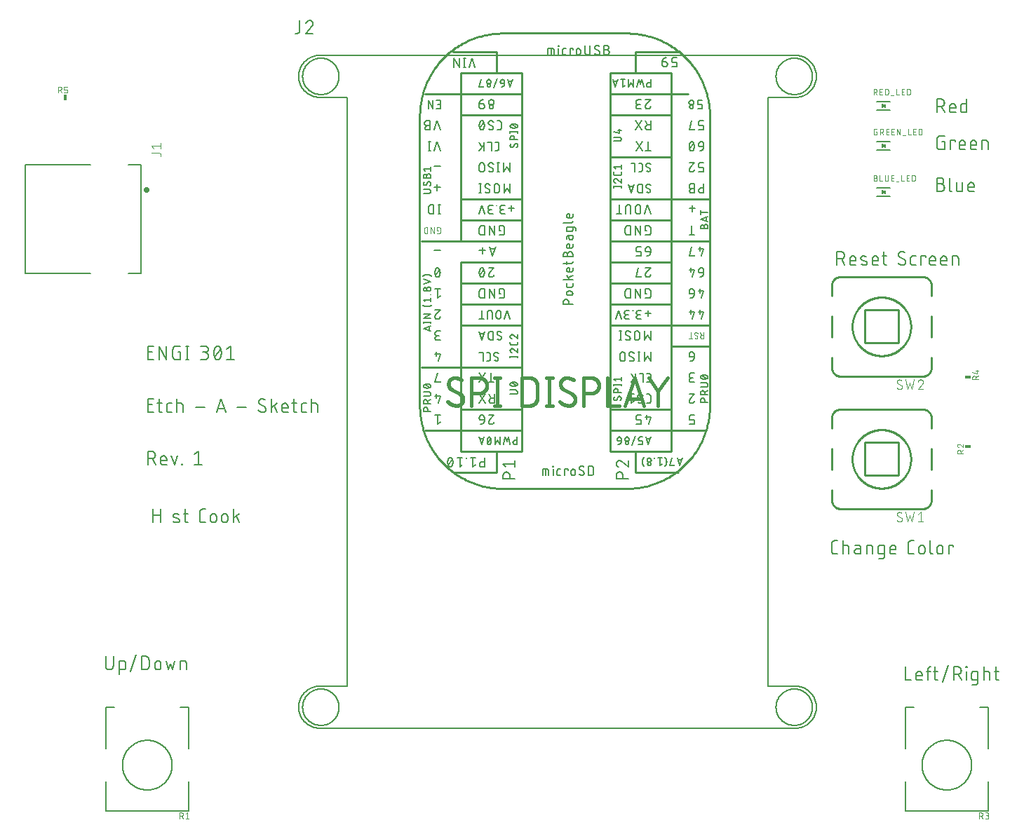
<source format=gbr>
G04 EAGLE Gerber RS-274X export*
G75*
%MOMM*%
%FSLAX34Y34*%
%LPD*%
%INSilkscreen Top*%
%IPPOS*%
%AMOC8*
5,1,8,0,0,1.08239X$1,22.5*%
G01*
%ADD10C,0.152400*%
%ADD11C,0.127000*%
%ADD12C,0.101600*%
%ADD13C,0.300000*%
%ADD14C,0.200000*%
%ADD15C,0.457200*%
%ADD16C,0.203200*%
%ADD17C,0.076200*%
%ADD18R,0.711200X0.406400*%
%ADD19C,0.254000*%
%ADD20R,0.406400X0.711200*%

G36*
X1039405Y914316D02*
X1039405Y914316D01*
X1039505Y914315D01*
X1039519Y914319D01*
X1039531Y914319D01*
X1039574Y914337D01*
X1039684Y914373D01*
X1043684Y916373D01*
X1043719Y916399D01*
X1043760Y916418D01*
X1043809Y916466D01*
X1043863Y916507D01*
X1043888Y916544D01*
X1043919Y916576D01*
X1043948Y916638D01*
X1043985Y916695D01*
X1043995Y916739D01*
X1044014Y916779D01*
X1044019Y916848D01*
X1044034Y916914D01*
X1044028Y916959D01*
X1044031Y917003D01*
X1044012Y917069D01*
X1044003Y917137D01*
X1043982Y917176D01*
X1043970Y917219D01*
X1043929Y917274D01*
X1043897Y917334D01*
X1043863Y917364D01*
X1043837Y917400D01*
X1043766Y917449D01*
X1043728Y917483D01*
X1043707Y917491D01*
X1043684Y917507D01*
X1039684Y919507D01*
X1039588Y919535D01*
X1039494Y919567D01*
X1039481Y919567D01*
X1039468Y919571D01*
X1039369Y919564D01*
X1039269Y919561D01*
X1039258Y919556D01*
X1039245Y919555D01*
X1039154Y919514D01*
X1039062Y919476D01*
X1039052Y919468D01*
X1039040Y919462D01*
X1038969Y919392D01*
X1038896Y919325D01*
X1038890Y919314D01*
X1038881Y919304D01*
X1038839Y919214D01*
X1038793Y919125D01*
X1038791Y919111D01*
X1038786Y919101D01*
X1038783Y919054D01*
X1038766Y918940D01*
X1038766Y914940D01*
X1038783Y914842D01*
X1038797Y914743D01*
X1038803Y914732D01*
X1038805Y914719D01*
X1038856Y914633D01*
X1038903Y914546D01*
X1038913Y914537D01*
X1038920Y914526D01*
X1038997Y914463D01*
X1039072Y914397D01*
X1039084Y914393D01*
X1039094Y914385D01*
X1039188Y914353D01*
X1039281Y914317D01*
X1039294Y914317D01*
X1039306Y914313D01*
X1039405Y914316D01*
G37*
G36*
X1039405Y866056D02*
X1039405Y866056D01*
X1039505Y866055D01*
X1039519Y866059D01*
X1039531Y866059D01*
X1039574Y866077D01*
X1039684Y866113D01*
X1043684Y868113D01*
X1043719Y868139D01*
X1043760Y868158D01*
X1043809Y868206D01*
X1043863Y868247D01*
X1043888Y868284D01*
X1043919Y868316D01*
X1043948Y868378D01*
X1043985Y868435D01*
X1043995Y868479D01*
X1044014Y868519D01*
X1044019Y868588D01*
X1044034Y868654D01*
X1044028Y868699D01*
X1044031Y868743D01*
X1044012Y868809D01*
X1044003Y868877D01*
X1043982Y868916D01*
X1043970Y868959D01*
X1043929Y869014D01*
X1043897Y869074D01*
X1043863Y869104D01*
X1043837Y869140D01*
X1043766Y869189D01*
X1043728Y869223D01*
X1043707Y869231D01*
X1043684Y869247D01*
X1039684Y871247D01*
X1039588Y871275D01*
X1039494Y871307D01*
X1039481Y871307D01*
X1039468Y871311D01*
X1039369Y871304D01*
X1039269Y871301D01*
X1039258Y871296D01*
X1039245Y871295D01*
X1039154Y871254D01*
X1039062Y871216D01*
X1039052Y871208D01*
X1039040Y871202D01*
X1038969Y871132D01*
X1038896Y871065D01*
X1038890Y871054D01*
X1038881Y871044D01*
X1038839Y870954D01*
X1038793Y870865D01*
X1038791Y870851D01*
X1038786Y870841D01*
X1038783Y870794D01*
X1038766Y870680D01*
X1038766Y866680D01*
X1038783Y866582D01*
X1038797Y866483D01*
X1038803Y866472D01*
X1038805Y866459D01*
X1038856Y866373D01*
X1038903Y866286D01*
X1038913Y866277D01*
X1038920Y866266D01*
X1038997Y866203D01*
X1039072Y866137D01*
X1039084Y866133D01*
X1039094Y866125D01*
X1039188Y866093D01*
X1039281Y866057D01*
X1039294Y866057D01*
X1039306Y866053D01*
X1039405Y866056D01*
G37*
G36*
X1039405Y810176D02*
X1039405Y810176D01*
X1039505Y810175D01*
X1039519Y810179D01*
X1039531Y810179D01*
X1039574Y810197D01*
X1039684Y810233D01*
X1043684Y812233D01*
X1043719Y812259D01*
X1043760Y812278D01*
X1043809Y812326D01*
X1043863Y812367D01*
X1043888Y812404D01*
X1043919Y812436D01*
X1043948Y812498D01*
X1043985Y812555D01*
X1043995Y812599D01*
X1044014Y812639D01*
X1044019Y812708D01*
X1044034Y812774D01*
X1044028Y812819D01*
X1044031Y812863D01*
X1044012Y812929D01*
X1044003Y812997D01*
X1043982Y813036D01*
X1043970Y813079D01*
X1043929Y813134D01*
X1043897Y813194D01*
X1043863Y813224D01*
X1043837Y813260D01*
X1043766Y813309D01*
X1043728Y813343D01*
X1043707Y813351D01*
X1043684Y813367D01*
X1039684Y815367D01*
X1039588Y815395D01*
X1039494Y815427D01*
X1039481Y815427D01*
X1039468Y815431D01*
X1039369Y815424D01*
X1039269Y815421D01*
X1039258Y815416D01*
X1039245Y815415D01*
X1039154Y815374D01*
X1039062Y815336D01*
X1039052Y815328D01*
X1039040Y815322D01*
X1038969Y815252D01*
X1038896Y815185D01*
X1038890Y815174D01*
X1038881Y815164D01*
X1038839Y815074D01*
X1038793Y814985D01*
X1038791Y814971D01*
X1038786Y814961D01*
X1038783Y814914D01*
X1038766Y814800D01*
X1038766Y810800D01*
X1038783Y810702D01*
X1038797Y810603D01*
X1038803Y810592D01*
X1038805Y810579D01*
X1038856Y810493D01*
X1038903Y810406D01*
X1038913Y810397D01*
X1038920Y810386D01*
X1038997Y810323D01*
X1039072Y810257D01*
X1039084Y810253D01*
X1039094Y810245D01*
X1039188Y810213D01*
X1039281Y810177D01*
X1039294Y810177D01*
X1039306Y810173D01*
X1039405Y810176D01*
G37*
D10*
X160387Y610362D02*
X153162Y610362D01*
X153162Y626618D01*
X160387Y626618D01*
X158581Y619393D02*
X153162Y619393D01*
X166679Y626618D02*
X166679Y610362D01*
X175710Y610362D02*
X166679Y626618D01*
X175710Y626618D02*
X175710Y610362D01*
X189674Y619393D02*
X192384Y619393D01*
X192384Y610362D01*
X186965Y610362D01*
X186847Y610364D01*
X186729Y610370D01*
X186611Y610379D01*
X186494Y610393D01*
X186377Y610410D01*
X186260Y610431D01*
X186145Y610456D01*
X186030Y610485D01*
X185916Y610518D01*
X185804Y610554D01*
X185693Y610594D01*
X185583Y610637D01*
X185474Y610684D01*
X185367Y610734D01*
X185262Y610789D01*
X185159Y610846D01*
X185058Y610907D01*
X184958Y610971D01*
X184861Y611038D01*
X184766Y611108D01*
X184674Y611182D01*
X184583Y611258D01*
X184496Y611338D01*
X184411Y611420D01*
X184329Y611505D01*
X184249Y611592D01*
X184173Y611683D01*
X184099Y611775D01*
X184029Y611870D01*
X183962Y611967D01*
X183898Y612067D01*
X183837Y612168D01*
X183780Y612271D01*
X183725Y612376D01*
X183675Y612483D01*
X183628Y612592D01*
X183585Y612702D01*
X183545Y612813D01*
X183509Y612925D01*
X183476Y613039D01*
X183447Y613154D01*
X183422Y613269D01*
X183401Y613386D01*
X183384Y613503D01*
X183370Y613620D01*
X183361Y613738D01*
X183355Y613856D01*
X183353Y613974D01*
X183353Y623006D01*
X183355Y623124D01*
X183361Y623242D01*
X183370Y623360D01*
X183384Y623477D01*
X183401Y623594D01*
X183422Y623711D01*
X183447Y623826D01*
X183476Y623941D01*
X183509Y624055D01*
X183545Y624167D01*
X183585Y624278D01*
X183628Y624388D01*
X183675Y624497D01*
X183725Y624604D01*
X183779Y624709D01*
X183837Y624812D01*
X183898Y624913D01*
X183962Y625013D01*
X184029Y625110D01*
X184099Y625205D01*
X184173Y625297D01*
X184249Y625388D01*
X184329Y625475D01*
X184411Y625560D01*
X184496Y625642D01*
X184583Y625722D01*
X184674Y625798D01*
X184766Y625872D01*
X184861Y625942D01*
X184958Y626009D01*
X185058Y626073D01*
X185159Y626134D01*
X185262Y626191D01*
X185367Y626245D01*
X185474Y626296D01*
X185583Y626343D01*
X185693Y626386D01*
X185804Y626426D01*
X185916Y626462D01*
X186030Y626495D01*
X186145Y626524D01*
X186260Y626549D01*
X186377Y626570D01*
X186494Y626587D01*
X186611Y626601D01*
X186729Y626610D01*
X186847Y626616D01*
X186965Y626618D01*
X192384Y626618D01*
X200894Y626618D02*
X200894Y610362D01*
X199088Y610362D02*
X202700Y610362D01*
X202700Y626618D02*
X199088Y626618D01*
X217220Y610362D02*
X221736Y610362D01*
X221869Y610364D01*
X222001Y610370D01*
X222133Y610380D01*
X222265Y610393D01*
X222397Y610411D01*
X222527Y610432D01*
X222658Y610457D01*
X222787Y610486D01*
X222915Y610519D01*
X223043Y610555D01*
X223169Y610595D01*
X223294Y610639D01*
X223418Y610687D01*
X223540Y610738D01*
X223661Y610793D01*
X223780Y610851D01*
X223898Y610913D01*
X224013Y610978D01*
X224127Y611047D01*
X224238Y611118D01*
X224347Y611194D01*
X224454Y611272D01*
X224559Y611353D01*
X224661Y611438D01*
X224761Y611525D01*
X224858Y611615D01*
X224953Y611708D01*
X225044Y611804D01*
X225133Y611902D01*
X225219Y612003D01*
X225302Y612107D01*
X225382Y612213D01*
X225458Y612321D01*
X225532Y612431D01*
X225602Y612544D01*
X225669Y612658D01*
X225732Y612775D01*
X225792Y612893D01*
X225849Y613013D01*
X225902Y613135D01*
X225951Y613258D01*
X225997Y613382D01*
X226039Y613508D01*
X226077Y613635D01*
X226112Y613763D01*
X226143Y613892D01*
X226170Y614021D01*
X226193Y614152D01*
X226213Y614283D01*
X226228Y614415D01*
X226240Y614547D01*
X226248Y614679D01*
X226252Y614812D01*
X226252Y614944D01*
X226248Y615077D01*
X226240Y615209D01*
X226228Y615341D01*
X226213Y615473D01*
X226193Y615604D01*
X226170Y615735D01*
X226143Y615864D01*
X226112Y615993D01*
X226077Y616121D01*
X226039Y616248D01*
X225997Y616374D01*
X225951Y616498D01*
X225902Y616621D01*
X225849Y616743D01*
X225792Y616863D01*
X225732Y616981D01*
X225669Y617098D01*
X225602Y617212D01*
X225532Y617325D01*
X225458Y617435D01*
X225382Y617543D01*
X225302Y617649D01*
X225219Y617753D01*
X225133Y617854D01*
X225044Y617952D01*
X224953Y618048D01*
X224858Y618141D01*
X224761Y618231D01*
X224661Y618318D01*
X224559Y618403D01*
X224454Y618484D01*
X224347Y618562D01*
X224238Y618638D01*
X224127Y618709D01*
X224013Y618778D01*
X223898Y618843D01*
X223780Y618905D01*
X223661Y618963D01*
X223540Y619018D01*
X223418Y619069D01*
X223294Y619117D01*
X223169Y619161D01*
X223043Y619201D01*
X222915Y619237D01*
X222787Y619270D01*
X222658Y619299D01*
X222527Y619324D01*
X222397Y619345D01*
X222265Y619363D01*
X222133Y619376D01*
X222001Y619386D01*
X221869Y619392D01*
X221736Y619394D01*
X222639Y626618D02*
X217220Y626618D01*
X222639Y626618D02*
X222758Y626616D01*
X222878Y626610D01*
X222997Y626600D01*
X223115Y626586D01*
X223234Y626569D01*
X223351Y626547D01*
X223468Y626522D01*
X223583Y626492D01*
X223698Y626459D01*
X223812Y626422D01*
X223924Y626382D01*
X224035Y626337D01*
X224144Y626289D01*
X224252Y626238D01*
X224358Y626183D01*
X224462Y626124D01*
X224564Y626062D01*
X224664Y625997D01*
X224762Y625928D01*
X224858Y625856D01*
X224951Y625781D01*
X225041Y625704D01*
X225129Y625623D01*
X225214Y625539D01*
X225296Y625452D01*
X225376Y625363D01*
X225452Y625271D01*
X225526Y625177D01*
X225596Y625080D01*
X225663Y624982D01*
X225727Y624881D01*
X225787Y624777D01*
X225844Y624672D01*
X225897Y624565D01*
X225947Y624457D01*
X225993Y624347D01*
X226035Y624235D01*
X226074Y624122D01*
X226109Y624008D01*
X226140Y623893D01*
X226168Y623776D01*
X226191Y623659D01*
X226211Y623542D01*
X226227Y623423D01*
X226239Y623304D01*
X226247Y623185D01*
X226251Y623066D01*
X226251Y622946D01*
X226247Y622827D01*
X226239Y622708D01*
X226227Y622589D01*
X226211Y622470D01*
X226191Y622353D01*
X226168Y622236D01*
X226140Y622119D01*
X226109Y622004D01*
X226074Y621890D01*
X226035Y621777D01*
X225993Y621665D01*
X225947Y621555D01*
X225897Y621447D01*
X225844Y621340D01*
X225787Y621235D01*
X225727Y621131D01*
X225663Y621030D01*
X225596Y620932D01*
X225526Y620835D01*
X225452Y620741D01*
X225376Y620649D01*
X225296Y620560D01*
X225214Y620473D01*
X225129Y620389D01*
X225041Y620308D01*
X224951Y620231D01*
X224858Y620156D01*
X224762Y620084D01*
X224664Y620015D01*
X224564Y619950D01*
X224462Y619888D01*
X224358Y619829D01*
X224252Y619774D01*
X224144Y619723D01*
X224035Y619675D01*
X223924Y619630D01*
X223812Y619590D01*
X223698Y619553D01*
X223583Y619520D01*
X223468Y619490D01*
X223351Y619465D01*
X223234Y619443D01*
X223115Y619426D01*
X222997Y619412D01*
X222878Y619402D01*
X222758Y619396D01*
X222639Y619394D01*
X222639Y619393D02*
X219026Y619393D01*
X232852Y618490D02*
X232856Y618810D01*
X232867Y619129D01*
X232886Y619449D01*
X232913Y619767D01*
X232947Y620085D01*
X232989Y620402D01*
X233039Y620718D01*
X233096Y621033D01*
X233160Y621346D01*
X233232Y621658D01*
X233311Y621968D01*
X233398Y622275D01*
X233492Y622581D01*
X233593Y622884D01*
X233702Y623185D01*
X233817Y623483D01*
X233940Y623779D01*
X234070Y624071D01*
X234207Y624360D01*
X234206Y624361D02*
X234245Y624469D01*
X234288Y624576D01*
X234334Y624681D01*
X234385Y624785D01*
X234438Y624887D01*
X234495Y624987D01*
X234556Y625085D01*
X234620Y625180D01*
X234687Y625274D01*
X234758Y625365D01*
X234831Y625454D01*
X234908Y625540D01*
X234987Y625623D01*
X235069Y625704D01*
X235154Y625782D01*
X235242Y625856D01*
X235332Y625928D01*
X235424Y625996D01*
X235519Y626062D01*
X235616Y626124D01*
X235715Y626182D01*
X235817Y626238D01*
X235919Y626289D01*
X236024Y626337D01*
X236130Y626382D01*
X236238Y626423D01*
X236347Y626460D01*
X236457Y626493D01*
X236569Y626522D01*
X236681Y626548D01*
X236794Y626570D01*
X236908Y626587D01*
X237022Y626601D01*
X237137Y626611D01*
X237252Y626617D01*
X237367Y626619D01*
X237367Y626618D02*
X237482Y626616D01*
X237597Y626610D01*
X237712Y626600D01*
X237826Y626586D01*
X237940Y626569D01*
X238053Y626547D01*
X238165Y626521D01*
X238277Y626492D01*
X238387Y626459D01*
X238496Y626422D01*
X238604Y626381D01*
X238710Y626336D01*
X238815Y626288D01*
X238917Y626237D01*
X239018Y626181D01*
X239118Y626123D01*
X239215Y626061D01*
X239309Y625996D01*
X239402Y625927D01*
X239492Y625855D01*
X239580Y625781D01*
X239665Y625703D01*
X239747Y625622D01*
X239826Y625539D01*
X239903Y625453D01*
X239976Y625364D01*
X240047Y625273D01*
X240114Y625179D01*
X240178Y625084D01*
X240239Y624986D01*
X240296Y624886D01*
X240349Y624784D01*
X240400Y624680D01*
X240446Y624575D01*
X240489Y624468D01*
X240528Y624360D01*
X240527Y624360D02*
X240664Y624071D01*
X240794Y623779D01*
X240917Y623483D01*
X241032Y623185D01*
X241141Y622884D01*
X241242Y622581D01*
X241336Y622275D01*
X241423Y621968D01*
X241502Y621658D01*
X241574Y621346D01*
X241638Y621033D01*
X241695Y620718D01*
X241745Y620402D01*
X241787Y620085D01*
X241821Y619767D01*
X241848Y619449D01*
X241867Y619129D01*
X241878Y618810D01*
X241882Y618490D01*
X232852Y618490D02*
X232856Y618170D01*
X232867Y617851D01*
X232886Y617531D01*
X232913Y617213D01*
X232947Y616895D01*
X232989Y616578D01*
X233039Y616262D01*
X233096Y615947D01*
X233160Y615634D01*
X233232Y615322D01*
X233311Y615012D01*
X233398Y614705D01*
X233492Y614399D01*
X233593Y614096D01*
X233702Y613795D01*
X233817Y613497D01*
X233940Y613201D01*
X234070Y612909D01*
X234207Y612620D01*
X234206Y612620D02*
X234245Y612512D01*
X234288Y612405D01*
X234334Y612300D01*
X234385Y612196D01*
X234438Y612094D01*
X234495Y611994D01*
X234556Y611896D01*
X234620Y611801D01*
X234687Y611707D01*
X234758Y611616D01*
X234831Y611527D01*
X234908Y611441D01*
X234987Y611358D01*
X235069Y611277D01*
X235154Y611199D01*
X235242Y611125D01*
X235332Y611053D01*
X235425Y610984D01*
X235519Y610919D01*
X235616Y610857D01*
X235716Y610799D01*
X235817Y610743D01*
X235919Y610692D01*
X236024Y610644D01*
X236130Y610599D01*
X236238Y610558D01*
X236347Y610521D01*
X236457Y610488D01*
X236569Y610459D01*
X236681Y610433D01*
X236794Y610411D01*
X236908Y610394D01*
X237022Y610380D01*
X237137Y610370D01*
X237252Y610364D01*
X237367Y610362D01*
X240527Y612620D02*
X240664Y612909D01*
X240794Y613201D01*
X240917Y613497D01*
X241032Y613795D01*
X241141Y614096D01*
X241242Y614399D01*
X241336Y614705D01*
X241423Y615012D01*
X241502Y615322D01*
X241574Y615634D01*
X241638Y615947D01*
X241695Y616262D01*
X241745Y616578D01*
X241787Y616895D01*
X241821Y617213D01*
X241848Y617531D01*
X241867Y617851D01*
X241878Y618170D01*
X241882Y618490D01*
X240528Y612620D02*
X240489Y612512D01*
X240446Y612405D01*
X240400Y612300D01*
X240349Y612196D01*
X240296Y612094D01*
X240239Y611994D01*
X240178Y611896D01*
X240114Y611801D01*
X240047Y611707D01*
X239976Y611616D01*
X239903Y611527D01*
X239826Y611441D01*
X239747Y611358D01*
X239665Y611277D01*
X239580Y611199D01*
X239492Y611125D01*
X239402Y611053D01*
X239309Y610984D01*
X239215Y610919D01*
X239118Y610857D01*
X239018Y610799D01*
X238917Y610743D01*
X238814Y610692D01*
X238710Y610644D01*
X238604Y610599D01*
X238496Y610558D01*
X238387Y610521D01*
X238277Y610488D01*
X238165Y610459D01*
X238053Y610433D01*
X237940Y610411D01*
X237826Y610394D01*
X237712Y610380D01*
X237597Y610370D01*
X237482Y610364D01*
X237367Y610362D01*
X233755Y613974D02*
X240979Y623006D01*
X248483Y623006D02*
X252998Y626618D01*
X252998Y610362D01*
X248483Y610362D02*
X257514Y610362D01*
X160387Y546862D02*
X153162Y546862D01*
X153162Y563118D01*
X160387Y563118D01*
X158581Y555893D02*
X153162Y555893D01*
X164722Y557699D02*
X170141Y557699D01*
X166528Y563118D02*
X166528Y549571D01*
X166529Y549571D02*
X166531Y549470D01*
X166537Y549369D01*
X166546Y549268D01*
X166559Y549167D01*
X166576Y549067D01*
X166597Y548968D01*
X166621Y548870D01*
X166649Y548773D01*
X166681Y548676D01*
X166716Y548581D01*
X166755Y548488D01*
X166797Y548396D01*
X166843Y548305D01*
X166892Y548217D01*
X166944Y548130D01*
X167000Y548045D01*
X167058Y547962D01*
X167120Y547882D01*
X167185Y547804D01*
X167252Y547728D01*
X167322Y547655D01*
X167395Y547585D01*
X167471Y547518D01*
X167549Y547453D01*
X167629Y547391D01*
X167712Y547333D01*
X167797Y547277D01*
X167884Y547225D01*
X167972Y547176D01*
X168063Y547130D01*
X168155Y547088D01*
X168248Y547049D01*
X168343Y547014D01*
X168440Y546982D01*
X168537Y546954D01*
X168635Y546930D01*
X168734Y546909D01*
X168834Y546892D01*
X168935Y546879D01*
X169036Y546870D01*
X169137Y546864D01*
X169238Y546862D01*
X170141Y546862D01*
X178646Y546862D02*
X182258Y546862D01*
X178646Y546862D02*
X178545Y546864D01*
X178444Y546870D01*
X178343Y546879D01*
X178242Y546892D01*
X178142Y546909D01*
X178043Y546930D01*
X177945Y546954D01*
X177848Y546982D01*
X177751Y547014D01*
X177656Y547049D01*
X177563Y547088D01*
X177471Y547130D01*
X177380Y547176D01*
X177292Y547225D01*
X177205Y547277D01*
X177120Y547333D01*
X177037Y547391D01*
X176957Y547453D01*
X176879Y547518D01*
X176803Y547585D01*
X176730Y547655D01*
X176660Y547728D01*
X176593Y547804D01*
X176528Y547882D01*
X176466Y547962D01*
X176408Y548045D01*
X176352Y548130D01*
X176300Y548217D01*
X176251Y548305D01*
X176205Y548396D01*
X176163Y548488D01*
X176124Y548581D01*
X176089Y548676D01*
X176057Y548773D01*
X176029Y548870D01*
X176005Y548968D01*
X175984Y549067D01*
X175967Y549167D01*
X175954Y549268D01*
X175945Y549369D01*
X175939Y549470D01*
X175937Y549571D01*
X175937Y554990D01*
X175939Y555091D01*
X175945Y555192D01*
X175954Y555293D01*
X175967Y555394D01*
X175984Y555494D01*
X176005Y555593D01*
X176029Y555691D01*
X176057Y555788D01*
X176089Y555885D01*
X176124Y555980D01*
X176163Y556073D01*
X176205Y556165D01*
X176251Y556256D01*
X176300Y556345D01*
X176352Y556431D01*
X176408Y556516D01*
X176466Y556599D01*
X176528Y556679D01*
X176593Y556757D01*
X176660Y556833D01*
X176730Y556906D01*
X176803Y556976D01*
X176879Y557043D01*
X176957Y557108D01*
X177037Y557170D01*
X177120Y557228D01*
X177205Y557284D01*
X177292Y557336D01*
X177380Y557385D01*
X177471Y557431D01*
X177563Y557473D01*
X177656Y557512D01*
X177751Y557547D01*
X177848Y557579D01*
X177945Y557607D01*
X178043Y557631D01*
X178142Y557652D01*
X178242Y557669D01*
X178343Y557682D01*
X178444Y557691D01*
X178545Y557697D01*
X178646Y557699D01*
X182258Y557699D01*
X188424Y563118D02*
X188424Y546862D01*
X188424Y557699D02*
X192940Y557699D01*
X193044Y557697D01*
X193147Y557691D01*
X193251Y557681D01*
X193354Y557667D01*
X193456Y557649D01*
X193557Y557628D01*
X193658Y557602D01*
X193757Y557573D01*
X193856Y557540D01*
X193953Y557503D01*
X194048Y557462D01*
X194142Y557418D01*
X194234Y557370D01*
X194324Y557319D01*
X194413Y557264D01*
X194499Y557206D01*
X194582Y557144D01*
X194664Y557080D01*
X194742Y557012D01*
X194818Y556942D01*
X194892Y556869D01*
X194962Y556792D01*
X195030Y556714D01*
X195094Y556632D01*
X195156Y556549D01*
X195214Y556463D01*
X195269Y556374D01*
X195320Y556284D01*
X195368Y556192D01*
X195412Y556098D01*
X195453Y556003D01*
X195490Y555906D01*
X195523Y555807D01*
X195552Y555708D01*
X195578Y555607D01*
X195599Y555506D01*
X195617Y555404D01*
X195631Y555301D01*
X195641Y555197D01*
X195647Y555094D01*
X195649Y554990D01*
X195649Y546862D01*
X211107Y553184D02*
X221944Y553184D01*
X236117Y546862D02*
X241535Y563118D01*
X246954Y546862D01*
X245599Y550926D02*
X237471Y550926D01*
X261127Y553184D02*
X271964Y553184D01*
X291937Y546862D02*
X292055Y546864D01*
X292173Y546870D01*
X292291Y546879D01*
X292408Y546893D01*
X292525Y546910D01*
X292642Y546931D01*
X292757Y546956D01*
X292872Y546985D01*
X292986Y547018D01*
X293098Y547054D01*
X293209Y547094D01*
X293319Y547137D01*
X293428Y547184D01*
X293535Y547234D01*
X293640Y547289D01*
X293743Y547346D01*
X293844Y547407D01*
X293944Y547471D01*
X294041Y547538D01*
X294136Y547608D01*
X294228Y547682D01*
X294319Y547758D01*
X294406Y547838D01*
X294491Y547920D01*
X294573Y548005D01*
X294653Y548092D01*
X294729Y548183D01*
X294803Y548275D01*
X294873Y548370D01*
X294940Y548467D01*
X295004Y548567D01*
X295065Y548668D01*
X295122Y548771D01*
X295177Y548876D01*
X295227Y548983D01*
X295274Y549092D01*
X295317Y549202D01*
X295357Y549313D01*
X295393Y549425D01*
X295426Y549539D01*
X295455Y549654D01*
X295480Y549769D01*
X295501Y549886D01*
X295518Y550003D01*
X295532Y550120D01*
X295541Y550238D01*
X295547Y550356D01*
X295549Y550474D01*
X291937Y546862D02*
X291754Y546864D01*
X291572Y546871D01*
X291390Y546882D01*
X291208Y546897D01*
X291026Y546917D01*
X290845Y546940D01*
X290665Y546969D01*
X290485Y547001D01*
X290306Y547038D01*
X290129Y547079D01*
X289952Y547125D01*
X289776Y547174D01*
X289602Y547228D01*
X289428Y547286D01*
X289257Y547348D01*
X289087Y547414D01*
X288918Y547485D01*
X288751Y547559D01*
X288586Y547637D01*
X288423Y547719D01*
X288262Y547805D01*
X288103Y547895D01*
X287946Y547989D01*
X287792Y548086D01*
X287640Y548187D01*
X287490Y548292D01*
X287343Y548400D01*
X287199Y548511D01*
X287057Y548626D01*
X286918Y548745D01*
X286782Y548867D01*
X286649Y548992D01*
X286519Y549120D01*
X286971Y559506D02*
X286973Y559624D01*
X286979Y559742D01*
X286988Y559860D01*
X287002Y559977D01*
X287019Y560094D01*
X287040Y560211D01*
X287065Y560326D01*
X287094Y560441D01*
X287127Y560555D01*
X287163Y560667D01*
X287203Y560778D01*
X287246Y560888D01*
X287293Y560997D01*
X287343Y561104D01*
X287398Y561209D01*
X287455Y561312D01*
X287516Y561413D01*
X287580Y561513D01*
X287647Y561610D01*
X287717Y561705D01*
X287791Y561797D01*
X287867Y561888D01*
X287947Y561975D01*
X288029Y562060D01*
X288114Y562142D01*
X288201Y562222D01*
X288292Y562298D01*
X288384Y562372D01*
X288479Y562442D01*
X288576Y562509D01*
X288676Y562573D01*
X288777Y562634D01*
X288880Y562692D01*
X288985Y562746D01*
X289092Y562796D01*
X289201Y562843D01*
X289311Y562887D01*
X289422Y562926D01*
X289535Y562962D01*
X289648Y562995D01*
X289763Y563024D01*
X289878Y563049D01*
X289995Y563070D01*
X290112Y563087D01*
X290229Y563101D01*
X290347Y563110D01*
X290465Y563116D01*
X290583Y563118D01*
X290582Y563118D02*
X290743Y563116D01*
X290905Y563110D01*
X291066Y563101D01*
X291227Y563087D01*
X291387Y563070D01*
X291547Y563049D01*
X291707Y563024D01*
X291866Y562995D01*
X292024Y562963D01*
X292181Y562927D01*
X292337Y562887D01*
X292493Y562843D01*
X292647Y562795D01*
X292800Y562744D01*
X292952Y562690D01*
X293103Y562631D01*
X293252Y562570D01*
X293399Y562504D01*
X293545Y562435D01*
X293690Y562363D01*
X293832Y562287D01*
X293973Y562208D01*
X294112Y562126D01*
X294248Y562040D01*
X294383Y561951D01*
X294516Y561859D01*
X294646Y561763D01*
X288776Y556345D02*
X288675Y556407D01*
X288575Y556472D01*
X288478Y556541D01*
X288383Y556613D01*
X288290Y556687D01*
X288200Y556765D01*
X288112Y556846D01*
X288027Y556929D01*
X287945Y557015D01*
X287866Y557104D01*
X287789Y557195D01*
X287716Y557289D01*
X287645Y557385D01*
X287578Y557483D01*
X287514Y557583D01*
X287453Y557686D01*
X287396Y557790D01*
X287342Y557896D01*
X287292Y558004D01*
X287245Y558113D01*
X287201Y558224D01*
X287161Y558336D01*
X287125Y558450D01*
X287093Y558564D01*
X287064Y558680D01*
X287039Y558796D01*
X287018Y558913D01*
X287001Y559031D01*
X286987Y559149D01*
X286978Y559268D01*
X286972Y559387D01*
X286970Y559506D01*
X293744Y553635D02*
X293845Y553573D01*
X293945Y553508D01*
X294042Y553439D01*
X294137Y553367D01*
X294230Y553293D01*
X294320Y553215D01*
X294408Y553134D01*
X294493Y553051D01*
X294575Y552965D01*
X294654Y552876D01*
X294731Y552785D01*
X294804Y552691D01*
X294875Y552595D01*
X294942Y552497D01*
X295006Y552397D01*
X295067Y552294D01*
X295124Y552190D01*
X295178Y552084D01*
X295228Y551976D01*
X295275Y551867D01*
X295319Y551756D01*
X295359Y551644D01*
X295395Y551530D01*
X295427Y551416D01*
X295456Y551300D01*
X295481Y551184D01*
X295502Y551067D01*
X295519Y550949D01*
X295533Y550831D01*
X295542Y550712D01*
X295548Y550593D01*
X295550Y550474D01*
X293743Y553635D02*
X288776Y556345D01*
X302180Y563118D02*
X302180Y546862D01*
X302180Y552281D02*
X309404Y557699D01*
X305340Y554538D02*
X309404Y546862D01*
X317746Y546862D02*
X322262Y546862D01*
X317746Y546862D02*
X317645Y546864D01*
X317544Y546870D01*
X317443Y546879D01*
X317342Y546892D01*
X317242Y546909D01*
X317143Y546930D01*
X317045Y546954D01*
X316948Y546982D01*
X316851Y547014D01*
X316756Y547049D01*
X316663Y547088D01*
X316571Y547130D01*
X316480Y547176D01*
X316392Y547225D01*
X316305Y547277D01*
X316220Y547333D01*
X316137Y547391D01*
X316057Y547453D01*
X315979Y547518D01*
X315903Y547585D01*
X315830Y547655D01*
X315760Y547728D01*
X315693Y547804D01*
X315628Y547882D01*
X315566Y547962D01*
X315508Y548045D01*
X315452Y548130D01*
X315400Y548217D01*
X315351Y548305D01*
X315305Y548396D01*
X315263Y548488D01*
X315224Y548581D01*
X315189Y548676D01*
X315157Y548773D01*
X315129Y548870D01*
X315105Y548968D01*
X315084Y549067D01*
X315067Y549167D01*
X315054Y549268D01*
X315045Y549369D01*
X315039Y549470D01*
X315037Y549571D01*
X315037Y554087D01*
X315039Y554206D01*
X315045Y554326D01*
X315055Y554445D01*
X315069Y554563D01*
X315086Y554682D01*
X315108Y554799D01*
X315133Y554916D01*
X315163Y555031D01*
X315196Y555146D01*
X315233Y555260D01*
X315273Y555372D01*
X315318Y555483D01*
X315366Y555592D01*
X315417Y555700D01*
X315472Y555806D01*
X315531Y555910D01*
X315593Y556012D01*
X315658Y556112D01*
X315727Y556210D01*
X315799Y556306D01*
X315874Y556399D01*
X315951Y556489D01*
X316032Y556577D01*
X316116Y556662D01*
X316203Y556744D01*
X316292Y556824D01*
X316384Y556900D01*
X316478Y556974D01*
X316575Y557044D01*
X316673Y557111D01*
X316774Y557175D01*
X316878Y557235D01*
X316983Y557292D01*
X317090Y557345D01*
X317198Y557395D01*
X317308Y557441D01*
X317420Y557483D01*
X317533Y557522D01*
X317647Y557557D01*
X317762Y557588D01*
X317879Y557616D01*
X317996Y557639D01*
X318113Y557659D01*
X318232Y557675D01*
X318351Y557687D01*
X318470Y557695D01*
X318589Y557699D01*
X318709Y557699D01*
X318828Y557695D01*
X318947Y557687D01*
X319066Y557675D01*
X319185Y557659D01*
X319302Y557639D01*
X319419Y557616D01*
X319536Y557588D01*
X319651Y557557D01*
X319765Y557522D01*
X319878Y557483D01*
X319990Y557441D01*
X320100Y557395D01*
X320208Y557345D01*
X320315Y557292D01*
X320420Y557235D01*
X320524Y557175D01*
X320625Y557111D01*
X320723Y557044D01*
X320820Y556974D01*
X320914Y556900D01*
X321006Y556824D01*
X321095Y556744D01*
X321182Y556662D01*
X321266Y556577D01*
X321347Y556489D01*
X321424Y556399D01*
X321499Y556306D01*
X321571Y556210D01*
X321640Y556112D01*
X321705Y556012D01*
X321767Y555910D01*
X321826Y555806D01*
X321881Y555700D01*
X321932Y555592D01*
X321980Y555483D01*
X322025Y555372D01*
X322065Y555260D01*
X322102Y555146D01*
X322135Y555031D01*
X322165Y554916D01*
X322190Y554799D01*
X322212Y554682D01*
X322229Y554563D01*
X322243Y554445D01*
X322253Y554326D01*
X322259Y554206D01*
X322261Y554087D01*
X322262Y554087D02*
X322262Y552281D01*
X315037Y552281D01*
X327287Y557699D02*
X332705Y557699D01*
X329093Y563118D02*
X329093Y549571D01*
X329095Y549470D01*
X329101Y549369D01*
X329110Y549268D01*
X329123Y549167D01*
X329140Y549067D01*
X329161Y548968D01*
X329185Y548870D01*
X329213Y548773D01*
X329245Y548676D01*
X329280Y548581D01*
X329319Y548488D01*
X329361Y548396D01*
X329407Y548305D01*
X329456Y548217D01*
X329508Y548130D01*
X329564Y548045D01*
X329622Y547962D01*
X329684Y547882D01*
X329749Y547804D01*
X329816Y547728D01*
X329886Y547655D01*
X329959Y547585D01*
X330035Y547518D01*
X330113Y547453D01*
X330193Y547391D01*
X330276Y547333D01*
X330361Y547277D01*
X330448Y547225D01*
X330536Y547176D01*
X330627Y547130D01*
X330719Y547088D01*
X330812Y547049D01*
X330907Y547014D01*
X331004Y546982D01*
X331101Y546954D01*
X331199Y546930D01*
X331298Y546909D01*
X331398Y546892D01*
X331499Y546879D01*
X331600Y546870D01*
X331701Y546864D01*
X331802Y546862D01*
X332705Y546862D01*
X341211Y546862D02*
X344823Y546862D01*
X341211Y546862D02*
X341110Y546864D01*
X341009Y546870D01*
X340908Y546879D01*
X340807Y546892D01*
X340707Y546909D01*
X340608Y546930D01*
X340510Y546954D01*
X340413Y546982D01*
X340316Y547014D01*
X340221Y547049D01*
X340128Y547088D01*
X340036Y547130D01*
X339945Y547176D01*
X339857Y547225D01*
X339770Y547277D01*
X339685Y547333D01*
X339602Y547391D01*
X339522Y547453D01*
X339444Y547518D01*
X339368Y547585D01*
X339295Y547655D01*
X339225Y547728D01*
X339158Y547804D01*
X339093Y547882D01*
X339031Y547962D01*
X338973Y548045D01*
X338917Y548130D01*
X338865Y548217D01*
X338816Y548305D01*
X338770Y548396D01*
X338728Y548488D01*
X338689Y548581D01*
X338654Y548676D01*
X338622Y548773D01*
X338594Y548870D01*
X338570Y548968D01*
X338549Y549067D01*
X338532Y549167D01*
X338519Y549268D01*
X338510Y549369D01*
X338504Y549470D01*
X338502Y549571D01*
X338501Y549571D02*
X338501Y554990D01*
X338502Y554990D02*
X338504Y555091D01*
X338510Y555192D01*
X338519Y555293D01*
X338532Y555394D01*
X338549Y555494D01*
X338570Y555593D01*
X338594Y555691D01*
X338622Y555788D01*
X338654Y555885D01*
X338689Y555980D01*
X338728Y556073D01*
X338770Y556165D01*
X338816Y556256D01*
X338865Y556345D01*
X338917Y556431D01*
X338973Y556516D01*
X339031Y556599D01*
X339093Y556679D01*
X339158Y556757D01*
X339225Y556833D01*
X339295Y556906D01*
X339368Y556976D01*
X339444Y557043D01*
X339522Y557108D01*
X339602Y557170D01*
X339685Y557228D01*
X339770Y557284D01*
X339857Y557336D01*
X339945Y557385D01*
X340036Y557431D01*
X340128Y557473D01*
X340221Y557512D01*
X340316Y557547D01*
X340413Y557579D01*
X340510Y557607D01*
X340608Y557631D01*
X340707Y557652D01*
X340807Y557669D01*
X340908Y557682D01*
X341009Y557691D01*
X341110Y557697D01*
X341211Y557699D01*
X344823Y557699D01*
X350989Y563118D02*
X350989Y546862D01*
X350989Y557699D02*
X355504Y557699D01*
X355608Y557697D01*
X355711Y557691D01*
X355815Y557681D01*
X355918Y557667D01*
X356020Y557649D01*
X356121Y557628D01*
X356222Y557602D01*
X356321Y557573D01*
X356420Y557540D01*
X356517Y557503D01*
X356612Y557462D01*
X356706Y557418D01*
X356798Y557370D01*
X356888Y557319D01*
X356977Y557264D01*
X357063Y557206D01*
X357146Y557144D01*
X357228Y557080D01*
X357306Y557012D01*
X357382Y556942D01*
X357456Y556869D01*
X357526Y556792D01*
X357594Y556714D01*
X357658Y556632D01*
X357720Y556549D01*
X357778Y556463D01*
X357833Y556374D01*
X357884Y556284D01*
X357932Y556192D01*
X357976Y556098D01*
X358017Y556003D01*
X358054Y555906D01*
X358087Y555807D01*
X358116Y555708D01*
X358142Y555607D01*
X358163Y555506D01*
X358181Y555404D01*
X358195Y555301D01*
X358205Y555197D01*
X358211Y555094D01*
X358213Y554990D01*
X358214Y554990D02*
X358214Y546862D01*
X153162Y499618D02*
X153162Y483362D01*
X153162Y499618D02*
X157678Y499618D01*
X157811Y499616D01*
X157943Y499610D01*
X158075Y499600D01*
X158207Y499587D01*
X158339Y499569D01*
X158469Y499548D01*
X158600Y499523D01*
X158729Y499494D01*
X158857Y499461D01*
X158985Y499425D01*
X159111Y499385D01*
X159236Y499341D01*
X159360Y499293D01*
X159482Y499242D01*
X159603Y499187D01*
X159722Y499129D01*
X159840Y499067D01*
X159955Y499002D01*
X160069Y498933D01*
X160180Y498862D01*
X160289Y498786D01*
X160396Y498708D01*
X160501Y498627D01*
X160603Y498542D01*
X160703Y498455D01*
X160800Y498365D01*
X160895Y498272D01*
X160986Y498176D01*
X161075Y498078D01*
X161161Y497977D01*
X161244Y497873D01*
X161324Y497767D01*
X161400Y497659D01*
X161474Y497549D01*
X161544Y497436D01*
X161611Y497322D01*
X161674Y497205D01*
X161734Y497087D01*
X161791Y496967D01*
X161844Y496845D01*
X161893Y496722D01*
X161939Y496598D01*
X161981Y496472D01*
X162019Y496345D01*
X162054Y496217D01*
X162085Y496088D01*
X162112Y495959D01*
X162135Y495828D01*
X162155Y495697D01*
X162170Y495565D01*
X162182Y495433D01*
X162190Y495301D01*
X162194Y495168D01*
X162194Y495036D01*
X162190Y494903D01*
X162182Y494771D01*
X162170Y494639D01*
X162155Y494507D01*
X162135Y494376D01*
X162112Y494245D01*
X162085Y494116D01*
X162054Y493987D01*
X162019Y493859D01*
X161981Y493732D01*
X161939Y493606D01*
X161893Y493482D01*
X161844Y493359D01*
X161791Y493237D01*
X161734Y493117D01*
X161674Y492999D01*
X161611Y492882D01*
X161544Y492768D01*
X161474Y492655D01*
X161400Y492545D01*
X161324Y492437D01*
X161244Y492331D01*
X161161Y492227D01*
X161075Y492126D01*
X160986Y492028D01*
X160895Y491932D01*
X160800Y491839D01*
X160703Y491749D01*
X160603Y491662D01*
X160501Y491577D01*
X160396Y491496D01*
X160289Y491418D01*
X160180Y491342D01*
X160069Y491271D01*
X159955Y491202D01*
X159840Y491137D01*
X159722Y491075D01*
X159603Y491017D01*
X159482Y490962D01*
X159360Y490911D01*
X159236Y490863D01*
X159111Y490819D01*
X158985Y490779D01*
X158857Y490743D01*
X158729Y490710D01*
X158600Y490681D01*
X158469Y490656D01*
X158339Y490635D01*
X158207Y490617D01*
X158075Y490604D01*
X157943Y490594D01*
X157811Y490588D01*
X157678Y490586D01*
X157678Y490587D02*
X153162Y490587D01*
X158581Y490587D02*
X162193Y483362D01*
X171272Y483362D02*
X175788Y483362D01*
X171272Y483362D02*
X171171Y483364D01*
X171070Y483370D01*
X170969Y483379D01*
X170868Y483392D01*
X170768Y483409D01*
X170669Y483430D01*
X170571Y483454D01*
X170474Y483482D01*
X170377Y483514D01*
X170282Y483549D01*
X170189Y483588D01*
X170097Y483630D01*
X170006Y483676D01*
X169918Y483725D01*
X169831Y483777D01*
X169746Y483833D01*
X169663Y483891D01*
X169583Y483953D01*
X169505Y484018D01*
X169429Y484085D01*
X169356Y484155D01*
X169286Y484228D01*
X169219Y484304D01*
X169154Y484382D01*
X169092Y484462D01*
X169034Y484545D01*
X168978Y484630D01*
X168926Y484717D01*
X168877Y484805D01*
X168831Y484896D01*
X168789Y484988D01*
X168750Y485081D01*
X168715Y485176D01*
X168683Y485273D01*
X168655Y485370D01*
X168631Y485468D01*
X168610Y485567D01*
X168593Y485667D01*
X168580Y485768D01*
X168571Y485869D01*
X168565Y485970D01*
X168563Y486071D01*
X168563Y490587D01*
X168565Y490706D01*
X168571Y490826D01*
X168581Y490945D01*
X168595Y491063D01*
X168612Y491182D01*
X168634Y491299D01*
X168659Y491416D01*
X168689Y491531D01*
X168722Y491646D01*
X168759Y491760D01*
X168799Y491872D01*
X168844Y491983D01*
X168892Y492092D01*
X168943Y492200D01*
X168998Y492306D01*
X169057Y492410D01*
X169119Y492512D01*
X169184Y492612D01*
X169253Y492710D01*
X169325Y492806D01*
X169400Y492899D01*
X169477Y492989D01*
X169558Y493077D01*
X169642Y493162D01*
X169729Y493244D01*
X169818Y493324D01*
X169910Y493400D01*
X170004Y493474D01*
X170101Y493544D01*
X170199Y493611D01*
X170300Y493675D01*
X170404Y493735D01*
X170509Y493792D01*
X170616Y493845D01*
X170724Y493895D01*
X170834Y493941D01*
X170946Y493983D01*
X171059Y494022D01*
X171173Y494057D01*
X171288Y494088D01*
X171405Y494116D01*
X171522Y494139D01*
X171639Y494159D01*
X171758Y494175D01*
X171877Y494187D01*
X171996Y494195D01*
X172115Y494199D01*
X172235Y494199D01*
X172354Y494195D01*
X172473Y494187D01*
X172592Y494175D01*
X172711Y494159D01*
X172828Y494139D01*
X172945Y494116D01*
X173062Y494088D01*
X173177Y494057D01*
X173291Y494022D01*
X173404Y493983D01*
X173516Y493941D01*
X173626Y493895D01*
X173734Y493845D01*
X173841Y493792D01*
X173946Y493735D01*
X174050Y493675D01*
X174151Y493611D01*
X174249Y493544D01*
X174346Y493474D01*
X174440Y493400D01*
X174532Y493324D01*
X174621Y493244D01*
X174708Y493162D01*
X174792Y493077D01*
X174873Y492989D01*
X174950Y492899D01*
X175025Y492806D01*
X175097Y492710D01*
X175166Y492612D01*
X175231Y492512D01*
X175293Y492410D01*
X175352Y492306D01*
X175407Y492200D01*
X175458Y492092D01*
X175506Y491983D01*
X175551Y491872D01*
X175591Y491760D01*
X175628Y491646D01*
X175661Y491531D01*
X175691Y491416D01*
X175716Y491299D01*
X175738Y491182D01*
X175755Y491063D01*
X175769Y490945D01*
X175779Y490826D01*
X175785Y490706D01*
X175787Y490587D01*
X175788Y490587D02*
X175788Y488781D01*
X168563Y488781D01*
X181589Y494199D02*
X185201Y483362D01*
X188814Y494199D01*
X194128Y484265D02*
X194128Y483362D01*
X194128Y484265D02*
X195031Y484265D01*
X195031Y483362D01*
X194128Y483362D01*
X209343Y496006D02*
X213858Y499618D01*
X213858Y483362D01*
X209343Y483362D02*
X218374Y483362D01*
X159512Y429768D02*
X159512Y413512D01*
X159512Y422543D02*
X168543Y422543D01*
X168543Y429768D02*
X168543Y413512D01*
X185217Y419834D02*
X189732Y418028D01*
X185216Y419834D02*
X185128Y419871D01*
X185042Y419912D01*
X184957Y419956D01*
X184874Y420004D01*
X184794Y420055D01*
X184715Y420109D01*
X184639Y420167D01*
X184565Y420227D01*
X184493Y420291D01*
X184425Y420357D01*
X184359Y420427D01*
X184296Y420498D01*
X184235Y420573D01*
X184178Y420649D01*
X184125Y420728D01*
X184074Y420809D01*
X184027Y420892D01*
X183983Y420977D01*
X183943Y421064D01*
X183906Y421152D01*
X183873Y421242D01*
X183843Y421333D01*
X183818Y421425D01*
X183796Y421518D01*
X183778Y421612D01*
X183763Y421706D01*
X183753Y421801D01*
X183747Y421897D01*
X183744Y421992D01*
X183745Y422088D01*
X183751Y422183D01*
X183760Y422279D01*
X183773Y422373D01*
X183789Y422467D01*
X183810Y422561D01*
X183835Y422653D01*
X183863Y422744D01*
X183895Y422834D01*
X183930Y422923D01*
X183969Y423010D01*
X184012Y423096D01*
X184058Y423180D01*
X184108Y423261D01*
X184160Y423341D01*
X184216Y423419D01*
X184276Y423494D01*
X184338Y423566D01*
X184403Y423636D01*
X184471Y423704D01*
X184541Y423768D01*
X184614Y423830D01*
X184690Y423888D01*
X184768Y423944D01*
X184848Y423996D01*
X184930Y424045D01*
X185014Y424090D01*
X185100Y424132D01*
X185187Y424171D01*
X185276Y424206D01*
X185367Y424237D01*
X185458Y424264D01*
X185551Y424288D01*
X185644Y424308D01*
X185738Y424324D01*
X185833Y424336D01*
X185928Y424345D01*
X186024Y424349D01*
X186119Y424350D01*
X186366Y424343D01*
X186612Y424331D01*
X186858Y424313D01*
X187104Y424288D01*
X187348Y424258D01*
X187592Y424222D01*
X187835Y424181D01*
X188077Y424133D01*
X188318Y424079D01*
X188557Y424020D01*
X188795Y423955D01*
X189031Y423884D01*
X189266Y423808D01*
X189499Y423726D01*
X189729Y423638D01*
X189957Y423545D01*
X190184Y423447D01*
X189732Y418027D02*
X189820Y417990D01*
X189906Y417949D01*
X189991Y417905D01*
X190074Y417857D01*
X190154Y417806D01*
X190233Y417752D01*
X190309Y417694D01*
X190383Y417634D01*
X190455Y417570D01*
X190523Y417504D01*
X190589Y417434D01*
X190652Y417363D01*
X190713Y417288D01*
X190770Y417212D01*
X190823Y417133D01*
X190874Y417052D01*
X190921Y416969D01*
X190965Y416884D01*
X191005Y416797D01*
X191042Y416709D01*
X191075Y416619D01*
X191105Y416528D01*
X191130Y416436D01*
X191152Y416343D01*
X191170Y416249D01*
X191185Y416155D01*
X191195Y416060D01*
X191201Y415964D01*
X191204Y415869D01*
X191203Y415773D01*
X191197Y415678D01*
X191188Y415582D01*
X191175Y415488D01*
X191159Y415394D01*
X191138Y415300D01*
X191113Y415208D01*
X191085Y415117D01*
X191053Y415027D01*
X191018Y414938D01*
X190979Y414851D01*
X190936Y414765D01*
X190890Y414681D01*
X190840Y414600D01*
X190788Y414520D01*
X190732Y414442D01*
X190672Y414367D01*
X190610Y414295D01*
X190545Y414225D01*
X190477Y414157D01*
X190407Y414093D01*
X190334Y414031D01*
X190258Y413973D01*
X190180Y413917D01*
X190100Y413865D01*
X190018Y413816D01*
X189934Y413771D01*
X189848Y413729D01*
X189761Y413690D01*
X189672Y413655D01*
X189581Y413624D01*
X189490Y413597D01*
X189397Y413573D01*
X189304Y413553D01*
X189210Y413537D01*
X189115Y413525D01*
X189020Y413516D01*
X188924Y413512D01*
X188829Y413511D01*
X188829Y413512D02*
X188467Y413521D01*
X188105Y413539D01*
X187744Y413566D01*
X187384Y413601D01*
X187024Y413644D01*
X186665Y413696D01*
X186308Y413757D01*
X185953Y413826D01*
X185599Y413903D01*
X185247Y413989D01*
X184897Y414083D01*
X184549Y414186D01*
X184204Y414296D01*
X183862Y414415D01*
X196112Y424349D02*
X201530Y424349D01*
X197918Y429768D02*
X197918Y416221D01*
X197920Y416120D01*
X197926Y416019D01*
X197935Y415918D01*
X197948Y415817D01*
X197965Y415717D01*
X197986Y415618D01*
X198010Y415520D01*
X198038Y415423D01*
X198070Y415326D01*
X198105Y415231D01*
X198144Y415138D01*
X198186Y415046D01*
X198232Y414955D01*
X198281Y414867D01*
X198333Y414780D01*
X198389Y414695D01*
X198447Y414612D01*
X198509Y414532D01*
X198574Y414454D01*
X198641Y414378D01*
X198711Y414305D01*
X198784Y414235D01*
X198860Y414168D01*
X198938Y414103D01*
X199018Y414041D01*
X199101Y413983D01*
X199186Y413927D01*
X199273Y413875D01*
X199361Y413826D01*
X199452Y413780D01*
X199544Y413738D01*
X199637Y413699D01*
X199732Y413664D01*
X199829Y413632D01*
X199926Y413604D01*
X200024Y413580D01*
X200123Y413559D01*
X200223Y413542D01*
X200324Y413529D01*
X200425Y413520D01*
X200526Y413514D01*
X200627Y413512D01*
X201530Y413512D01*
X219357Y413512D02*
X222970Y413512D01*
X219357Y413512D02*
X219239Y413514D01*
X219121Y413520D01*
X219003Y413529D01*
X218886Y413543D01*
X218769Y413560D01*
X218652Y413581D01*
X218537Y413606D01*
X218422Y413635D01*
X218308Y413668D01*
X218196Y413704D01*
X218085Y413744D01*
X217975Y413787D01*
X217866Y413834D01*
X217759Y413884D01*
X217654Y413939D01*
X217551Y413996D01*
X217450Y414057D01*
X217350Y414121D01*
X217253Y414188D01*
X217158Y414258D01*
X217066Y414332D01*
X216975Y414408D01*
X216888Y414488D01*
X216803Y414570D01*
X216721Y414655D01*
X216641Y414742D01*
X216565Y414833D01*
X216491Y414925D01*
X216421Y415020D01*
X216354Y415117D01*
X216290Y415217D01*
X216229Y415318D01*
X216172Y415421D01*
X216117Y415526D01*
X216067Y415633D01*
X216020Y415742D01*
X215977Y415852D01*
X215937Y415963D01*
X215901Y416075D01*
X215868Y416189D01*
X215839Y416304D01*
X215814Y416419D01*
X215793Y416536D01*
X215776Y416653D01*
X215762Y416770D01*
X215753Y416888D01*
X215747Y417006D01*
X215745Y417124D01*
X215745Y426156D01*
X215747Y426274D01*
X215753Y426392D01*
X215762Y426510D01*
X215776Y426627D01*
X215793Y426744D01*
X215814Y426861D01*
X215839Y426976D01*
X215868Y427091D01*
X215901Y427205D01*
X215937Y427317D01*
X215977Y427428D01*
X216020Y427538D01*
X216067Y427647D01*
X216117Y427754D01*
X216171Y427859D01*
X216229Y427962D01*
X216290Y428063D01*
X216354Y428163D01*
X216421Y428260D01*
X216491Y428355D01*
X216565Y428447D01*
X216641Y428538D01*
X216721Y428625D01*
X216803Y428710D01*
X216888Y428792D01*
X216975Y428872D01*
X217066Y428948D01*
X217158Y429022D01*
X217253Y429092D01*
X217350Y429159D01*
X217450Y429223D01*
X217551Y429284D01*
X217654Y429341D01*
X217759Y429395D01*
X217866Y429446D01*
X217975Y429493D01*
X218085Y429536D01*
X218196Y429576D01*
X218308Y429612D01*
X218422Y429645D01*
X218537Y429674D01*
X218652Y429699D01*
X218769Y429720D01*
X218886Y429737D01*
X219003Y429751D01*
X219121Y429760D01*
X219239Y429766D01*
X219357Y429768D01*
X222970Y429768D01*
X228671Y420737D02*
X228671Y417124D01*
X228672Y420737D02*
X228674Y420856D01*
X228680Y420976D01*
X228690Y421095D01*
X228704Y421213D01*
X228721Y421332D01*
X228743Y421449D01*
X228768Y421566D01*
X228798Y421681D01*
X228831Y421796D01*
X228868Y421910D01*
X228908Y422022D01*
X228953Y422133D01*
X229001Y422242D01*
X229052Y422350D01*
X229107Y422456D01*
X229166Y422560D01*
X229228Y422662D01*
X229293Y422762D01*
X229362Y422860D01*
X229434Y422956D01*
X229509Y423049D01*
X229586Y423139D01*
X229667Y423227D01*
X229751Y423312D01*
X229838Y423394D01*
X229927Y423474D01*
X230019Y423550D01*
X230113Y423624D01*
X230210Y423694D01*
X230308Y423761D01*
X230409Y423825D01*
X230513Y423885D01*
X230618Y423942D01*
X230725Y423995D01*
X230833Y424045D01*
X230943Y424091D01*
X231055Y424133D01*
X231168Y424172D01*
X231282Y424207D01*
X231397Y424238D01*
X231514Y424266D01*
X231631Y424289D01*
X231748Y424309D01*
X231867Y424325D01*
X231986Y424337D01*
X232105Y424345D01*
X232224Y424349D01*
X232344Y424349D01*
X232463Y424345D01*
X232582Y424337D01*
X232701Y424325D01*
X232820Y424309D01*
X232937Y424289D01*
X233054Y424266D01*
X233171Y424238D01*
X233286Y424207D01*
X233400Y424172D01*
X233513Y424133D01*
X233625Y424091D01*
X233735Y424045D01*
X233843Y423995D01*
X233950Y423942D01*
X234055Y423885D01*
X234159Y423825D01*
X234260Y423761D01*
X234358Y423694D01*
X234455Y423624D01*
X234549Y423550D01*
X234641Y423474D01*
X234730Y423394D01*
X234817Y423312D01*
X234901Y423227D01*
X234982Y423139D01*
X235059Y423049D01*
X235134Y422956D01*
X235206Y422860D01*
X235275Y422762D01*
X235340Y422662D01*
X235402Y422560D01*
X235461Y422456D01*
X235516Y422350D01*
X235567Y422242D01*
X235615Y422133D01*
X235660Y422022D01*
X235700Y421910D01*
X235737Y421796D01*
X235770Y421681D01*
X235800Y421566D01*
X235825Y421449D01*
X235847Y421332D01*
X235864Y421213D01*
X235878Y421095D01*
X235888Y420976D01*
X235894Y420856D01*
X235896Y420737D01*
X235896Y417124D01*
X235894Y417005D01*
X235888Y416885D01*
X235878Y416766D01*
X235864Y416648D01*
X235847Y416529D01*
X235825Y416412D01*
X235800Y416295D01*
X235770Y416180D01*
X235737Y416065D01*
X235700Y415951D01*
X235660Y415839D01*
X235615Y415728D01*
X235567Y415619D01*
X235516Y415511D01*
X235461Y415405D01*
X235402Y415301D01*
X235340Y415199D01*
X235275Y415099D01*
X235206Y415001D01*
X235134Y414905D01*
X235059Y414812D01*
X234982Y414722D01*
X234901Y414634D01*
X234817Y414549D01*
X234730Y414467D01*
X234641Y414387D01*
X234549Y414311D01*
X234455Y414237D01*
X234358Y414167D01*
X234260Y414100D01*
X234159Y414036D01*
X234055Y413976D01*
X233950Y413919D01*
X233843Y413866D01*
X233735Y413816D01*
X233625Y413770D01*
X233513Y413728D01*
X233400Y413689D01*
X233286Y413654D01*
X233171Y413623D01*
X233054Y413595D01*
X232937Y413572D01*
X232820Y413552D01*
X232701Y413536D01*
X232582Y413524D01*
X232463Y413516D01*
X232344Y413512D01*
X232224Y413512D01*
X232105Y413516D01*
X231986Y413524D01*
X231867Y413536D01*
X231748Y413552D01*
X231631Y413572D01*
X231514Y413595D01*
X231397Y413623D01*
X231282Y413654D01*
X231168Y413689D01*
X231055Y413728D01*
X230943Y413770D01*
X230833Y413816D01*
X230725Y413866D01*
X230618Y413919D01*
X230513Y413976D01*
X230409Y414036D01*
X230308Y414100D01*
X230210Y414167D01*
X230113Y414237D01*
X230019Y414311D01*
X229927Y414387D01*
X229838Y414467D01*
X229751Y414549D01*
X229667Y414634D01*
X229586Y414722D01*
X229509Y414812D01*
X229434Y414905D01*
X229362Y415001D01*
X229293Y415099D01*
X229228Y415199D01*
X229166Y415301D01*
X229107Y415405D01*
X229052Y415511D01*
X229001Y415619D01*
X228953Y415728D01*
X228908Y415839D01*
X228868Y415951D01*
X228831Y416065D01*
X228798Y416180D01*
X228768Y416295D01*
X228743Y416412D01*
X228721Y416529D01*
X228704Y416648D01*
X228690Y416766D01*
X228680Y416885D01*
X228674Y417005D01*
X228672Y417124D01*
X242218Y417124D02*
X242218Y420737D01*
X242219Y420737D02*
X242221Y420856D01*
X242227Y420976D01*
X242237Y421095D01*
X242251Y421213D01*
X242268Y421332D01*
X242290Y421449D01*
X242315Y421566D01*
X242345Y421681D01*
X242378Y421796D01*
X242415Y421910D01*
X242455Y422022D01*
X242500Y422133D01*
X242548Y422242D01*
X242599Y422350D01*
X242654Y422456D01*
X242713Y422560D01*
X242775Y422662D01*
X242840Y422762D01*
X242909Y422860D01*
X242981Y422956D01*
X243056Y423049D01*
X243133Y423139D01*
X243214Y423227D01*
X243298Y423312D01*
X243385Y423394D01*
X243474Y423474D01*
X243566Y423550D01*
X243660Y423624D01*
X243757Y423694D01*
X243855Y423761D01*
X243956Y423825D01*
X244060Y423885D01*
X244165Y423942D01*
X244272Y423995D01*
X244380Y424045D01*
X244490Y424091D01*
X244602Y424133D01*
X244715Y424172D01*
X244829Y424207D01*
X244944Y424238D01*
X245061Y424266D01*
X245178Y424289D01*
X245295Y424309D01*
X245414Y424325D01*
X245533Y424337D01*
X245652Y424345D01*
X245771Y424349D01*
X245891Y424349D01*
X246010Y424345D01*
X246129Y424337D01*
X246248Y424325D01*
X246367Y424309D01*
X246484Y424289D01*
X246601Y424266D01*
X246718Y424238D01*
X246833Y424207D01*
X246947Y424172D01*
X247060Y424133D01*
X247172Y424091D01*
X247282Y424045D01*
X247390Y423995D01*
X247497Y423942D01*
X247602Y423885D01*
X247706Y423825D01*
X247807Y423761D01*
X247905Y423694D01*
X248002Y423624D01*
X248096Y423550D01*
X248188Y423474D01*
X248277Y423394D01*
X248364Y423312D01*
X248448Y423227D01*
X248529Y423139D01*
X248606Y423049D01*
X248681Y422956D01*
X248753Y422860D01*
X248822Y422762D01*
X248887Y422662D01*
X248949Y422560D01*
X249008Y422456D01*
X249063Y422350D01*
X249114Y422242D01*
X249162Y422133D01*
X249207Y422022D01*
X249247Y421910D01*
X249284Y421796D01*
X249317Y421681D01*
X249347Y421566D01*
X249372Y421449D01*
X249394Y421332D01*
X249411Y421213D01*
X249425Y421095D01*
X249435Y420976D01*
X249441Y420856D01*
X249443Y420737D01*
X249443Y417124D01*
X249441Y417005D01*
X249435Y416885D01*
X249425Y416766D01*
X249411Y416648D01*
X249394Y416529D01*
X249372Y416412D01*
X249347Y416295D01*
X249317Y416180D01*
X249284Y416065D01*
X249247Y415951D01*
X249207Y415839D01*
X249162Y415728D01*
X249114Y415619D01*
X249063Y415511D01*
X249008Y415405D01*
X248949Y415301D01*
X248887Y415199D01*
X248822Y415099D01*
X248753Y415001D01*
X248681Y414905D01*
X248606Y414812D01*
X248529Y414722D01*
X248448Y414634D01*
X248364Y414549D01*
X248277Y414467D01*
X248188Y414387D01*
X248096Y414311D01*
X248002Y414237D01*
X247905Y414167D01*
X247807Y414100D01*
X247706Y414036D01*
X247602Y413976D01*
X247497Y413919D01*
X247390Y413866D01*
X247282Y413816D01*
X247172Y413770D01*
X247060Y413728D01*
X246947Y413689D01*
X246833Y413654D01*
X246718Y413623D01*
X246601Y413595D01*
X246484Y413572D01*
X246367Y413552D01*
X246248Y413536D01*
X246129Y413524D01*
X246010Y413516D01*
X245891Y413512D01*
X245771Y413512D01*
X245652Y413516D01*
X245533Y413524D01*
X245414Y413536D01*
X245295Y413552D01*
X245178Y413572D01*
X245061Y413595D01*
X244944Y413623D01*
X244829Y413654D01*
X244715Y413689D01*
X244602Y413728D01*
X244490Y413770D01*
X244380Y413816D01*
X244272Y413866D01*
X244165Y413919D01*
X244060Y413976D01*
X243956Y414036D01*
X243855Y414100D01*
X243757Y414167D01*
X243660Y414237D01*
X243566Y414311D01*
X243474Y414387D01*
X243385Y414467D01*
X243298Y414549D01*
X243214Y414634D01*
X243133Y414722D01*
X243056Y414812D01*
X242981Y414905D01*
X242909Y415001D01*
X242840Y415099D01*
X242775Y415199D01*
X242713Y415301D01*
X242654Y415405D01*
X242599Y415511D01*
X242548Y415619D01*
X242500Y415728D01*
X242455Y415839D01*
X242415Y415951D01*
X242378Y416065D01*
X242345Y416180D01*
X242315Y416295D01*
X242290Y416412D01*
X242268Y416529D01*
X242251Y416648D01*
X242237Y416766D01*
X242227Y416885D01*
X242221Y417005D01*
X242219Y417124D01*
X256455Y413512D02*
X256455Y429768D01*
X263680Y424349D02*
X256455Y418931D01*
X259616Y421188D02*
X263680Y413512D01*
X985012Y724662D02*
X985012Y740918D01*
X989528Y740918D01*
X989661Y740916D01*
X989793Y740910D01*
X989925Y740900D01*
X990057Y740887D01*
X990189Y740869D01*
X990319Y740848D01*
X990450Y740823D01*
X990579Y740794D01*
X990707Y740761D01*
X990835Y740725D01*
X990961Y740685D01*
X991086Y740641D01*
X991210Y740593D01*
X991332Y740542D01*
X991453Y740487D01*
X991572Y740429D01*
X991690Y740367D01*
X991805Y740302D01*
X991919Y740233D01*
X992030Y740162D01*
X992139Y740086D01*
X992246Y740008D01*
X992351Y739927D01*
X992453Y739842D01*
X992553Y739755D01*
X992650Y739665D01*
X992745Y739572D01*
X992836Y739476D01*
X992925Y739378D01*
X993011Y739277D01*
X993094Y739173D01*
X993174Y739067D01*
X993250Y738959D01*
X993324Y738849D01*
X993394Y738736D01*
X993461Y738622D01*
X993524Y738505D01*
X993584Y738387D01*
X993641Y738267D01*
X993694Y738145D01*
X993743Y738022D01*
X993789Y737898D01*
X993831Y737772D01*
X993869Y737645D01*
X993904Y737517D01*
X993935Y737388D01*
X993962Y737259D01*
X993985Y737128D01*
X994005Y736997D01*
X994020Y736865D01*
X994032Y736733D01*
X994040Y736601D01*
X994044Y736468D01*
X994044Y736336D01*
X994040Y736203D01*
X994032Y736071D01*
X994020Y735939D01*
X994005Y735807D01*
X993985Y735676D01*
X993962Y735545D01*
X993935Y735416D01*
X993904Y735287D01*
X993869Y735159D01*
X993831Y735032D01*
X993789Y734906D01*
X993743Y734782D01*
X993694Y734659D01*
X993641Y734537D01*
X993584Y734417D01*
X993524Y734299D01*
X993461Y734182D01*
X993394Y734068D01*
X993324Y733955D01*
X993250Y733845D01*
X993174Y733737D01*
X993094Y733631D01*
X993011Y733527D01*
X992925Y733426D01*
X992836Y733328D01*
X992745Y733232D01*
X992650Y733139D01*
X992553Y733049D01*
X992453Y732962D01*
X992351Y732877D01*
X992246Y732796D01*
X992139Y732718D01*
X992030Y732642D01*
X991919Y732571D01*
X991805Y732502D01*
X991690Y732437D01*
X991572Y732375D01*
X991453Y732317D01*
X991332Y732262D01*
X991210Y732211D01*
X991086Y732163D01*
X990961Y732119D01*
X990835Y732079D01*
X990707Y732043D01*
X990579Y732010D01*
X990450Y731981D01*
X990319Y731956D01*
X990189Y731935D01*
X990057Y731917D01*
X989925Y731904D01*
X989793Y731894D01*
X989661Y731888D01*
X989528Y731886D01*
X989528Y731887D02*
X985012Y731887D01*
X990431Y731887D02*
X994043Y724662D01*
X1003122Y724662D02*
X1007638Y724662D01*
X1003122Y724662D02*
X1003021Y724664D01*
X1002920Y724670D01*
X1002819Y724679D01*
X1002718Y724692D01*
X1002618Y724709D01*
X1002519Y724730D01*
X1002421Y724754D01*
X1002324Y724782D01*
X1002227Y724814D01*
X1002132Y724849D01*
X1002039Y724888D01*
X1001947Y724930D01*
X1001856Y724976D01*
X1001768Y725025D01*
X1001681Y725077D01*
X1001596Y725133D01*
X1001513Y725191D01*
X1001433Y725253D01*
X1001355Y725318D01*
X1001279Y725385D01*
X1001206Y725455D01*
X1001136Y725528D01*
X1001069Y725604D01*
X1001004Y725682D01*
X1000942Y725762D01*
X1000884Y725845D01*
X1000828Y725930D01*
X1000776Y726017D01*
X1000727Y726105D01*
X1000681Y726196D01*
X1000639Y726288D01*
X1000600Y726381D01*
X1000565Y726476D01*
X1000533Y726573D01*
X1000505Y726670D01*
X1000481Y726768D01*
X1000460Y726867D01*
X1000443Y726967D01*
X1000430Y727068D01*
X1000421Y727169D01*
X1000415Y727270D01*
X1000413Y727371D01*
X1000413Y731887D01*
X1000415Y732006D01*
X1000421Y732126D01*
X1000431Y732245D01*
X1000445Y732363D01*
X1000462Y732482D01*
X1000484Y732599D01*
X1000509Y732716D01*
X1000539Y732831D01*
X1000572Y732946D01*
X1000609Y733060D01*
X1000649Y733172D01*
X1000694Y733283D01*
X1000742Y733392D01*
X1000793Y733500D01*
X1000848Y733606D01*
X1000907Y733710D01*
X1000969Y733812D01*
X1001034Y733912D01*
X1001103Y734010D01*
X1001175Y734106D01*
X1001250Y734199D01*
X1001327Y734289D01*
X1001408Y734377D01*
X1001492Y734462D01*
X1001579Y734544D01*
X1001668Y734624D01*
X1001760Y734700D01*
X1001854Y734774D01*
X1001951Y734844D01*
X1002049Y734911D01*
X1002150Y734975D01*
X1002254Y735035D01*
X1002359Y735092D01*
X1002466Y735145D01*
X1002574Y735195D01*
X1002684Y735241D01*
X1002796Y735283D01*
X1002909Y735322D01*
X1003023Y735357D01*
X1003138Y735388D01*
X1003255Y735416D01*
X1003372Y735439D01*
X1003489Y735459D01*
X1003608Y735475D01*
X1003727Y735487D01*
X1003846Y735495D01*
X1003965Y735499D01*
X1004085Y735499D01*
X1004204Y735495D01*
X1004323Y735487D01*
X1004442Y735475D01*
X1004561Y735459D01*
X1004678Y735439D01*
X1004795Y735416D01*
X1004912Y735388D01*
X1005027Y735357D01*
X1005141Y735322D01*
X1005254Y735283D01*
X1005366Y735241D01*
X1005476Y735195D01*
X1005584Y735145D01*
X1005691Y735092D01*
X1005796Y735035D01*
X1005900Y734975D01*
X1006001Y734911D01*
X1006099Y734844D01*
X1006196Y734774D01*
X1006290Y734700D01*
X1006382Y734624D01*
X1006471Y734544D01*
X1006558Y734462D01*
X1006642Y734377D01*
X1006723Y734289D01*
X1006800Y734199D01*
X1006875Y734106D01*
X1006947Y734010D01*
X1007016Y733912D01*
X1007081Y733812D01*
X1007143Y733710D01*
X1007202Y733606D01*
X1007257Y733500D01*
X1007308Y733392D01*
X1007356Y733283D01*
X1007401Y733172D01*
X1007441Y733060D01*
X1007478Y732946D01*
X1007511Y732831D01*
X1007541Y732716D01*
X1007566Y732599D01*
X1007588Y732482D01*
X1007605Y732363D01*
X1007619Y732245D01*
X1007629Y732126D01*
X1007635Y732006D01*
X1007637Y731887D01*
X1007638Y731887D02*
X1007638Y730081D01*
X1000413Y730081D01*
X1015314Y730984D02*
X1019830Y729178D01*
X1015314Y730984D02*
X1015226Y731021D01*
X1015140Y731062D01*
X1015055Y731106D01*
X1014972Y731154D01*
X1014892Y731205D01*
X1014813Y731259D01*
X1014737Y731317D01*
X1014663Y731377D01*
X1014591Y731441D01*
X1014523Y731507D01*
X1014457Y731577D01*
X1014394Y731648D01*
X1014333Y731723D01*
X1014276Y731799D01*
X1014223Y731878D01*
X1014172Y731959D01*
X1014125Y732042D01*
X1014081Y732127D01*
X1014041Y732214D01*
X1014004Y732302D01*
X1013971Y732392D01*
X1013941Y732483D01*
X1013916Y732575D01*
X1013894Y732668D01*
X1013876Y732762D01*
X1013861Y732856D01*
X1013851Y732951D01*
X1013845Y733047D01*
X1013842Y733142D01*
X1013843Y733238D01*
X1013849Y733333D01*
X1013858Y733429D01*
X1013871Y733523D01*
X1013887Y733617D01*
X1013908Y733711D01*
X1013933Y733803D01*
X1013961Y733894D01*
X1013993Y733984D01*
X1014028Y734073D01*
X1014067Y734160D01*
X1014110Y734246D01*
X1014156Y734330D01*
X1014206Y734411D01*
X1014258Y734491D01*
X1014314Y734569D01*
X1014374Y734644D01*
X1014436Y734716D01*
X1014501Y734786D01*
X1014569Y734854D01*
X1014639Y734918D01*
X1014712Y734980D01*
X1014788Y735038D01*
X1014866Y735094D01*
X1014946Y735146D01*
X1015028Y735195D01*
X1015112Y735240D01*
X1015198Y735282D01*
X1015285Y735321D01*
X1015374Y735356D01*
X1015465Y735387D01*
X1015556Y735414D01*
X1015649Y735438D01*
X1015742Y735458D01*
X1015836Y735474D01*
X1015931Y735486D01*
X1016026Y735495D01*
X1016122Y735499D01*
X1016217Y735500D01*
X1016464Y735493D01*
X1016710Y735481D01*
X1016956Y735463D01*
X1017202Y735438D01*
X1017446Y735408D01*
X1017690Y735372D01*
X1017933Y735331D01*
X1018175Y735283D01*
X1018416Y735229D01*
X1018655Y735170D01*
X1018893Y735105D01*
X1019129Y735034D01*
X1019364Y734958D01*
X1019597Y734876D01*
X1019827Y734788D01*
X1020055Y734695D01*
X1020282Y734597D01*
X1019830Y729177D02*
X1019918Y729140D01*
X1020004Y729099D01*
X1020089Y729055D01*
X1020172Y729007D01*
X1020252Y728956D01*
X1020331Y728902D01*
X1020407Y728844D01*
X1020481Y728784D01*
X1020553Y728720D01*
X1020621Y728654D01*
X1020687Y728584D01*
X1020750Y728513D01*
X1020811Y728438D01*
X1020868Y728362D01*
X1020921Y728283D01*
X1020972Y728202D01*
X1021019Y728119D01*
X1021063Y728034D01*
X1021103Y727947D01*
X1021140Y727859D01*
X1021173Y727769D01*
X1021203Y727678D01*
X1021228Y727586D01*
X1021250Y727493D01*
X1021268Y727399D01*
X1021283Y727305D01*
X1021293Y727210D01*
X1021299Y727114D01*
X1021302Y727019D01*
X1021301Y726923D01*
X1021295Y726828D01*
X1021286Y726732D01*
X1021273Y726638D01*
X1021257Y726544D01*
X1021236Y726450D01*
X1021211Y726358D01*
X1021183Y726267D01*
X1021151Y726177D01*
X1021116Y726088D01*
X1021077Y726001D01*
X1021034Y725915D01*
X1020988Y725831D01*
X1020938Y725750D01*
X1020886Y725670D01*
X1020830Y725592D01*
X1020770Y725517D01*
X1020708Y725445D01*
X1020643Y725375D01*
X1020575Y725307D01*
X1020505Y725243D01*
X1020432Y725181D01*
X1020356Y725123D01*
X1020278Y725067D01*
X1020198Y725015D01*
X1020116Y724966D01*
X1020032Y724921D01*
X1019946Y724879D01*
X1019859Y724840D01*
X1019770Y724805D01*
X1019679Y724774D01*
X1019588Y724747D01*
X1019495Y724723D01*
X1019402Y724703D01*
X1019308Y724687D01*
X1019213Y724675D01*
X1019118Y724666D01*
X1019022Y724662D01*
X1018927Y724661D01*
X1018927Y724662D02*
X1018565Y724671D01*
X1018203Y724689D01*
X1017842Y724716D01*
X1017482Y724751D01*
X1017122Y724794D01*
X1016763Y724846D01*
X1016406Y724907D01*
X1016051Y724976D01*
X1015697Y725053D01*
X1015345Y725139D01*
X1014995Y725233D01*
X1014647Y725336D01*
X1014302Y725446D01*
X1013960Y725565D01*
X1030216Y724662D02*
X1034732Y724662D01*
X1030216Y724662D02*
X1030115Y724664D01*
X1030014Y724670D01*
X1029913Y724679D01*
X1029812Y724692D01*
X1029712Y724709D01*
X1029613Y724730D01*
X1029515Y724754D01*
X1029418Y724782D01*
X1029321Y724814D01*
X1029226Y724849D01*
X1029133Y724888D01*
X1029041Y724930D01*
X1028950Y724976D01*
X1028862Y725025D01*
X1028775Y725077D01*
X1028690Y725133D01*
X1028607Y725191D01*
X1028527Y725253D01*
X1028449Y725318D01*
X1028373Y725385D01*
X1028300Y725455D01*
X1028230Y725528D01*
X1028163Y725604D01*
X1028098Y725682D01*
X1028036Y725762D01*
X1027978Y725845D01*
X1027922Y725930D01*
X1027870Y726017D01*
X1027821Y726105D01*
X1027775Y726196D01*
X1027733Y726288D01*
X1027694Y726381D01*
X1027659Y726476D01*
X1027627Y726573D01*
X1027599Y726670D01*
X1027575Y726768D01*
X1027554Y726867D01*
X1027537Y726967D01*
X1027524Y727068D01*
X1027515Y727169D01*
X1027509Y727270D01*
X1027507Y727371D01*
X1027507Y731887D01*
X1027509Y732006D01*
X1027515Y732126D01*
X1027525Y732245D01*
X1027539Y732363D01*
X1027556Y732482D01*
X1027578Y732599D01*
X1027603Y732716D01*
X1027633Y732831D01*
X1027666Y732946D01*
X1027703Y733060D01*
X1027743Y733172D01*
X1027788Y733283D01*
X1027836Y733392D01*
X1027887Y733500D01*
X1027942Y733606D01*
X1028001Y733710D01*
X1028063Y733812D01*
X1028128Y733912D01*
X1028197Y734010D01*
X1028269Y734106D01*
X1028344Y734199D01*
X1028421Y734289D01*
X1028502Y734377D01*
X1028586Y734462D01*
X1028673Y734544D01*
X1028762Y734624D01*
X1028854Y734700D01*
X1028948Y734774D01*
X1029045Y734844D01*
X1029143Y734911D01*
X1029244Y734975D01*
X1029348Y735035D01*
X1029453Y735092D01*
X1029560Y735145D01*
X1029668Y735195D01*
X1029778Y735241D01*
X1029890Y735283D01*
X1030003Y735322D01*
X1030117Y735357D01*
X1030232Y735388D01*
X1030349Y735416D01*
X1030466Y735439D01*
X1030583Y735459D01*
X1030702Y735475D01*
X1030821Y735487D01*
X1030940Y735495D01*
X1031059Y735499D01*
X1031179Y735499D01*
X1031298Y735495D01*
X1031417Y735487D01*
X1031536Y735475D01*
X1031655Y735459D01*
X1031772Y735439D01*
X1031889Y735416D01*
X1032006Y735388D01*
X1032121Y735357D01*
X1032235Y735322D01*
X1032348Y735283D01*
X1032460Y735241D01*
X1032570Y735195D01*
X1032678Y735145D01*
X1032785Y735092D01*
X1032890Y735035D01*
X1032994Y734975D01*
X1033095Y734911D01*
X1033193Y734844D01*
X1033290Y734774D01*
X1033384Y734700D01*
X1033476Y734624D01*
X1033565Y734544D01*
X1033652Y734462D01*
X1033736Y734377D01*
X1033817Y734289D01*
X1033894Y734199D01*
X1033969Y734106D01*
X1034041Y734010D01*
X1034110Y733912D01*
X1034175Y733812D01*
X1034237Y733710D01*
X1034296Y733606D01*
X1034351Y733500D01*
X1034402Y733392D01*
X1034450Y733283D01*
X1034495Y733172D01*
X1034535Y733060D01*
X1034572Y732946D01*
X1034605Y732831D01*
X1034635Y732716D01*
X1034660Y732599D01*
X1034682Y732482D01*
X1034699Y732363D01*
X1034713Y732245D01*
X1034723Y732126D01*
X1034729Y732006D01*
X1034731Y731887D01*
X1034732Y731887D02*
X1034732Y730081D01*
X1027507Y730081D01*
X1039757Y735499D02*
X1045175Y735499D01*
X1041563Y740918D02*
X1041563Y727371D01*
X1041565Y727270D01*
X1041571Y727169D01*
X1041580Y727068D01*
X1041593Y726967D01*
X1041610Y726867D01*
X1041631Y726768D01*
X1041655Y726670D01*
X1041683Y726573D01*
X1041715Y726476D01*
X1041750Y726381D01*
X1041789Y726288D01*
X1041831Y726196D01*
X1041877Y726105D01*
X1041926Y726017D01*
X1041978Y725930D01*
X1042034Y725845D01*
X1042092Y725762D01*
X1042154Y725682D01*
X1042219Y725604D01*
X1042286Y725528D01*
X1042356Y725455D01*
X1042429Y725385D01*
X1042505Y725318D01*
X1042583Y725253D01*
X1042663Y725191D01*
X1042746Y725133D01*
X1042831Y725077D01*
X1042918Y725025D01*
X1043006Y724976D01*
X1043097Y724930D01*
X1043189Y724888D01*
X1043282Y724849D01*
X1043377Y724814D01*
X1043474Y724782D01*
X1043571Y724754D01*
X1043669Y724730D01*
X1043768Y724709D01*
X1043868Y724692D01*
X1043969Y724679D01*
X1044070Y724670D01*
X1044171Y724664D01*
X1044272Y724662D01*
X1045175Y724662D01*
X1064327Y724662D02*
X1064445Y724664D01*
X1064563Y724670D01*
X1064681Y724679D01*
X1064798Y724693D01*
X1064915Y724710D01*
X1065032Y724731D01*
X1065147Y724756D01*
X1065262Y724785D01*
X1065376Y724818D01*
X1065488Y724854D01*
X1065599Y724894D01*
X1065709Y724937D01*
X1065818Y724984D01*
X1065925Y725034D01*
X1066030Y725089D01*
X1066133Y725146D01*
X1066234Y725207D01*
X1066334Y725271D01*
X1066431Y725338D01*
X1066526Y725408D01*
X1066618Y725482D01*
X1066709Y725558D01*
X1066796Y725638D01*
X1066881Y725720D01*
X1066963Y725805D01*
X1067043Y725892D01*
X1067119Y725983D01*
X1067193Y726075D01*
X1067263Y726170D01*
X1067330Y726267D01*
X1067394Y726367D01*
X1067455Y726468D01*
X1067512Y726571D01*
X1067567Y726676D01*
X1067617Y726783D01*
X1067664Y726892D01*
X1067707Y727002D01*
X1067747Y727113D01*
X1067783Y727225D01*
X1067816Y727339D01*
X1067845Y727454D01*
X1067870Y727569D01*
X1067891Y727686D01*
X1067908Y727803D01*
X1067922Y727920D01*
X1067931Y728038D01*
X1067937Y728156D01*
X1067939Y728274D01*
X1064327Y724662D02*
X1064144Y724664D01*
X1063962Y724671D01*
X1063780Y724682D01*
X1063598Y724697D01*
X1063416Y724717D01*
X1063235Y724740D01*
X1063055Y724769D01*
X1062875Y724801D01*
X1062696Y724838D01*
X1062519Y724879D01*
X1062342Y724925D01*
X1062166Y724974D01*
X1061992Y725028D01*
X1061818Y725086D01*
X1061647Y725148D01*
X1061477Y725214D01*
X1061308Y725285D01*
X1061141Y725359D01*
X1060976Y725437D01*
X1060813Y725519D01*
X1060652Y725605D01*
X1060493Y725695D01*
X1060336Y725789D01*
X1060182Y725886D01*
X1060030Y725987D01*
X1059880Y726092D01*
X1059733Y726200D01*
X1059589Y726311D01*
X1059447Y726426D01*
X1059308Y726545D01*
X1059172Y726667D01*
X1059039Y726792D01*
X1058909Y726920D01*
X1059360Y737306D02*
X1059362Y737424D01*
X1059368Y737542D01*
X1059377Y737660D01*
X1059391Y737777D01*
X1059408Y737894D01*
X1059429Y738011D01*
X1059454Y738126D01*
X1059483Y738241D01*
X1059516Y738355D01*
X1059552Y738467D01*
X1059592Y738578D01*
X1059635Y738688D01*
X1059682Y738797D01*
X1059732Y738904D01*
X1059787Y739009D01*
X1059844Y739112D01*
X1059905Y739213D01*
X1059969Y739313D01*
X1060036Y739410D01*
X1060106Y739505D01*
X1060180Y739597D01*
X1060256Y739688D01*
X1060336Y739775D01*
X1060418Y739860D01*
X1060503Y739942D01*
X1060590Y740022D01*
X1060681Y740098D01*
X1060773Y740172D01*
X1060868Y740242D01*
X1060965Y740309D01*
X1061065Y740373D01*
X1061166Y740434D01*
X1061269Y740492D01*
X1061374Y740546D01*
X1061481Y740596D01*
X1061590Y740643D01*
X1061700Y740687D01*
X1061811Y740726D01*
X1061924Y740762D01*
X1062037Y740795D01*
X1062152Y740824D01*
X1062267Y740849D01*
X1062384Y740870D01*
X1062501Y740887D01*
X1062618Y740901D01*
X1062736Y740910D01*
X1062854Y740916D01*
X1062972Y740918D01*
X1063133Y740916D01*
X1063295Y740910D01*
X1063456Y740901D01*
X1063617Y740887D01*
X1063777Y740870D01*
X1063937Y740849D01*
X1064097Y740824D01*
X1064256Y740795D01*
X1064414Y740763D01*
X1064571Y740727D01*
X1064727Y740687D01*
X1064883Y740643D01*
X1065037Y740595D01*
X1065190Y740544D01*
X1065342Y740490D01*
X1065493Y740431D01*
X1065642Y740370D01*
X1065789Y740304D01*
X1065935Y740235D01*
X1066080Y740163D01*
X1066222Y740087D01*
X1066363Y740008D01*
X1066502Y739926D01*
X1066638Y739840D01*
X1066773Y739751D01*
X1066906Y739659D01*
X1067036Y739563D01*
X1061166Y734145D02*
X1061065Y734207D01*
X1060965Y734272D01*
X1060868Y734341D01*
X1060773Y734413D01*
X1060680Y734487D01*
X1060590Y734565D01*
X1060502Y734646D01*
X1060417Y734729D01*
X1060335Y734815D01*
X1060256Y734904D01*
X1060179Y734995D01*
X1060106Y735089D01*
X1060035Y735185D01*
X1059968Y735283D01*
X1059904Y735383D01*
X1059843Y735486D01*
X1059786Y735590D01*
X1059732Y735696D01*
X1059682Y735804D01*
X1059635Y735913D01*
X1059591Y736024D01*
X1059551Y736136D01*
X1059515Y736250D01*
X1059483Y736364D01*
X1059454Y736480D01*
X1059429Y736596D01*
X1059408Y736713D01*
X1059391Y736831D01*
X1059377Y736949D01*
X1059368Y737068D01*
X1059362Y737187D01*
X1059360Y737306D01*
X1066133Y731435D02*
X1066234Y731373D01*
X1066334Y731308D01*
X1066431Y731239D01*
X1066526Y731167D01*
X1066619Y731093D01*
X1066709Y731015D01*
X1066797Y730934D01*
X1066882Y730851D01*
X1066964Y730765D01*
X1067043Y730676D01*
X1067120Y730585D01*
X1067193Y730491D01*
X1067264Y730395D01*
X1067331Y730297D01*
X1067395Y730197D01*
X1067456Y730094D01*
X1067513Y729990D01*
X1067567Y729884D01*
X1067617Y729776D01*
X1067664Y729667D01*
X1067708Y729556D01*
X1067748Y729444D01*
X1067784Y729330D01*
X1067816Y729216D01*
X1067845Y729100D01*
X1067870Y728984D01*
X1067891Y728867D01*
X1067908Y728749D01*
X1067922Y728631D01*
X1067931Y728512D01*
X1067937Y728393D01*
X1067939Y728274D01*
X1066133Y731435D02*
X1061166Y734145D01*
X1076606Y724662D02*
X1080219Y724662D01*
X1076606Y724662D02*
X1076505Y724664D01*
X1076404Y724670D01*
X1076303Y724679D01*
X1076202Y724692D01*
X1076102Y724709D01*
X1076003Y724730D01*
X1075905Y724754D01*
X1075808Y724782D01*
X1075711Y724814D01*
X1075616Y724849D01*
X1075523Y724888D01*
X1075431Y724930D01*
X1075340Y724976D01*
X1075252Y725025D01*
X1075165Y725077D01*
X1075080Y725133D01*
X1074997Y725191D01*
X1074917Y725253D01*
X1074839Y725318D01*
X1074763Y725385D01*
X1074690Y725455D01*
X1074620Y725528D01*
X1074553Y725604D01*
X1074488Y725682D01*
X1074426Y725762D01*
X1074368Y725845D01*
X1074312Y725930D01*
X1074260Y726017D01*
X1074211Y726105D01*
X1074165Y726196D01*
X1074123Y726288D01*
X1074084Y726381D01*
X1074049Y726476D01*
X1074017Y726573D01*
X1073989Y726670D01*
X1073965Y726768D01*
X1073944Y726867D01*
X1073927Y726967D01*
X1073914Y727068D01*
X1073905Y727169D01*
X1073899Y727270D01*
X1073897Y727371D01*
X1073897Y732790D01*
X1073899Y732891D01*
X1073905Y732992D01*
X1073914Y733093D01*
X1073927Y733194D01*
X1073944Y733294D01*
X1073965Y733393D01*
X1073989Y733491D01*
X1074017Y733588D01*
X1074049Y733685D01*
X1074084Y733780D01*
X1074123Y733873D01*
X1074165Y733965D01*
X1074211Y734056D01*
X1074260Y734145D01*
X1074312Y734231D01*
X1074368Y734316D01*
X1074426Y734399D01*
X1074488Y734479D01*
X1074553Y734557D01*
X1074620Y734633D01*
X1074690Y734706D01*
X1074763Y734776D01*
X1074839Y734843D01*
X1074917Y734908D01*
X1074997Y734970D01*
X1075080Y735028D01*
X1075165Y735084D01*
X1075252Y735136D01*
X1075340Y735185D01*
X1075431Y735231D01*
X1075523Y735273D01*
X1075616Y735312D01*
X1075711Y735347D01*
X1075808Y735379D01*
X1075905Y735407D01*
X1076003Y735431D01*
X1076102Y735452D01*
X1076202Y735469D01*
X1076303Y735482D01*
X1076404Y735491D01*
X1076505Y735497D01*
X1076606Y735499D01*
X1080219Y735499D01*
X1086469Y735499D02*
X1086469Y724662D01*
X1086469Y735499D02*
X1091888Y735499D01*
X1091888Y733693D01*
X1099515Y724662D02*
X1104030Y724662D01*
X1099515Y724662D02*
X1099414Y724664D01*
X1099313Y724670D01*
X1099212Y724679D01*
X1099111Y724692D01*
X1099011Y724709D01*
X1098912Y724730D01*
X1098814Y724754D01*
X1098717Y724782D01*
X1098620Y724814D01*
X1098525Y724849D01*
X1098432Y724888D01*
X1098340Y724930D01*
X1098249Y724976D01*
X1098161Y725025D01*
X1098074Y725077D01*
X1097989Y725133D01*
X1097906Y725191D01*
X1097826Y725253D01*
X1097748Y725318D01*
X1097672Y725385D01*
X1097599Y725455D01*
X1097529Y725528D01*
X1097462Y725604D01*
X1097397Y725682D01*
X1097335Y725762D01*
X1097277Y725845D01*
X1097221Y725930D01*
X1097169Y726017D01*
X1097120Y726105D01*
X1097074Y726196D01*
X1097032Y726288D01*
X1096993Y726381D01*
X1096958Y726476D01*
X1096926Y726573D01*
X1096898Y726670D01*
X1096874Y726768D01*
X1096853Y726867D01*
X1096836Y726967D01*
X1096823Y727068D01*
X1096814Y727169D01*
X1096808Y727270D01*
X1096806Y727371D01*
X1096805Y727371D02*
X1096805Y731887D01*
X1096806Y731887D02*
X1096808Y732006D01*
X1096814Y732126D01*
X1096824Y732245D01*
X1096838Y732363D01*
X1096855Y732482D01*
X1096877Y732599D01*
X1096902Y732716D01*
X1096932Y732831D01*
X1096965Y732946D01*
X1097002Y733060D01*
X1097042Y733172D01*
X1097087Y733283D01*
X1097135Y733392D01*
X1097186Y733500D01*
X1097241Y733606D01*
X1097300Y733710D01*
X1097362Y733812D01*
X1097427Y733912D01*
X1097496Y734010D01*
X1097568Y734106D01*
X1097643Y734199D01*
X1097720Y734289D01*
X1097801Y734377D01*
X1097885Y734462D01*
X1097972Y734544D01*
X1098061Y734624D01*
X1098153Y734700D01*
X1098247Y734774D01*
X1098344Y734844D01*
X1098442Y734911D01*
X1098543Y734975D01*
X1098647Y735035D01*
X1098752Y735092D01*
X1098859Y735145D01*
X1098967Y735195D01*
X1099077Y735241D01*
X1099189Y735283D01*
X1099302Y735322D01*
X1099416Y735357D01*
X1099531Y735388D01*
X1099648Y735416D01*
X1099765Y735439D01*
X1099882Y735459D01*
X1100001Y735475D01*
X1100120Y735487D01*
X1100239Y735495D01*
X1100358Y735499D01*
X1100478Y735499D01*
X1100597Y735495D01*
X1100716Y735487D01*
X1100835Y735475D01*
X1100954Y735459D01*
X1101071Y735439D01*
X1101188Y735416D01*
X1101305Y735388D01*
X1101420Y735357D01*
X1101534Y735322D01*
X1101647Y735283D01*
X1101759Y735241D01*
X1101869Y735195D01*
X1101977Y735145D01*
X1102084Y735092D01*
X1102189Y735035D01*
X1102293Y734975D01*
X1102394Y734911D01*
X1102492Y734844D01*
X1102589Y734774D01*
X1102683Y734700D01*
X1102775Y734624D01*
X1102864Y734544D01*
X1102951Y734462D01*
X1103035Y734377D01*
X1103116Y734289D01*
X1103193Y734199D01*
X1103268Y734106D01*
X1103340Y734010D01*
X1103409Y733912D01*
X1103474Y733812D01*
X1103536Y733710D01*
X1103595Y733606D01*
X1103650Y733500D01*
X1103701Y733392D01*
X1103749Y733283D01*
X1103794Y733172D01*
X1103834Y733060D01*
X1103871Y732946D01*
X1103904Y732831D01*
X1103934Y732716D01*
X1103959Y732599D01*
X1103981Y732482D01*
X1103998Y732363D01*
X1104012Y732245D01*
X1104022Y732126D01*
X1104028Y732006D01*
X1104030Y731887D01*
X1104030Y730081D01*
X1096805Y730081D01*
X1113062Y724662D02*
X1117577Y724662D01*
X1113062Y724662D02*
X1112961Y724664D01*
X1112860Y724670D01*
X1112759Y724679D01*
X1112658Y724692D01*
X1112558Y724709D01*
X1112459Y724730D01*
X1112361Y724754D01*
X1112264Y724782D01*
X1112167Y724814D01*
X1112072Y724849D01*
X1111979Y724888D01*
X1111887Y724930D01*
X1111796Y724976D01*
X1111708Y725025D01*
X1111621Y725077D01*
X1111536Y725133D01*
X1111453Y725191D01*
X1111373Y725253D01*
X1111295Y725318D01*
X1111219Y725385D01*
X1111146Y725455D01*
X1111076Y725528D01*
X1111009Y725604D01*
X1110944Y725682D01*
X1110882Y725762D01*
X1110824Y725845D01*
X1110768Y725930D01*
X1110716Y726017D01*
X1110667Y726105D01*
X1110621Y726196D01*
X1110579Y726288D01*
X1110540Y726381D01*
X1110505Y726476D01*
X1110473Y726573D01*
X1110445Y726670D01*
X1110421Y726768D01*
X1110400Y726867D01*
X1110383Y726967D01*
X1110370Y727068D01*
X1110361Y727169D01*
X1110355Y727270D01*
X1110353Y727371D01*
X1110352Y727371D02*
X1110352Y731887D01*
X1110353Y731887D02*
X1110355Y732006D01*
X1110361Y732126D01*
X1110371Y732245D01*
X1110385Y732363D01*
X1110402Y732482D01*
X1110424Y732599D01*
X1110449Y732716D01*
X1110479Y732831D01*
X1110512Y732946D01*
X1110549Y733060D01*
X1110589Y733172D01*
X1110634Y733283D01*
X1110682Y733392D01*
X1110733Y733500D01*
X1110788Y733606D01*
X1110847Y733710D01*
X1110909Y733812D01*
X1110974Y733912D01*
X1111043Y734010D01*
X1111115Y734106D01*
X1111190Y734199D01*
X1111267Y734289D01*
X1111348Y734377D01*
X1111432Y734462D01*
X1111519Y734544D01*
X1111608Y734624D01*
X1111700Y734700D01*
X1111794Y734774D01*
X1111891Y734844D01*
X1111989Y734911D01*
X1112090Y734975D01*
X1112194Y735035D01*
X1112299Y735092D01*
X1112406Y735145D01*
X1112514Y735195D01*
X1112624Y735241D01*
X1112736Y735283D01*
X1112849Y735322D01*
X1112963Y735357D01*
X1113078Y735388D01*
X1113195Y735416D01*
X1113312Y735439D01*
X1113429Y735459D01*
X1113548Y735475D01*
X1113667Y735487D01*
X1113786Y735495D01*
X1113905Y735499D01*
X1114025Y735499D01*
X1114144Y735495D01*
X1114263Y735487D01*
X1114382Y735475D01*
X1114501Y735459D01*
X1114618Y735439D01*
X1114735Y735416D01*
X1114852Y735388D01*
X1114967Y735357D01*
X1115081Y735322D01*
X1115194Y735283D01*
X1115306Y735241D01*
X1115416Y735195D01*
X1115524Y735145D01*
X1115631Y735092D01*
X1115736Y735035D01*
X1115840Y734975D01*
X1115941Y734911D01*
X1116039Y734844D01*
X1116136Y734774D01*
X1116230Y734700D01*
X1116322Y734624D01*
X1116411Y734544D01*
X1116498Y734462D01*
X1116582Y734377D01*
X1116663Y734289D01*
X1116740Y734199D01*
X1116815Y734106D01*
X1116887Y734010D01*
X1116956Y733912D01*
X1117021Y733812D01*
X1117083Y733710D01*
X1117142Y733606D01*
X1117197Y733500D01*
X1117248Y733392D01*
X1117296Y733283D01*
X1117341Y733172D01*
X1117381Y733060D01*
X1117418Y732946D01*
X1117451Y732831D01*
X1117481Y732716D01*
X1117506Y732599D01*
X1117528Y732482D01*
X1117545Y732363D01*
X1117559Y732245D01*
X1117569Y732126D01*
X1117575Y732006D01*
X1117577Y731887D01*
X1117577Y730081D01*
X1110352Y730081D01*
X1124420Y724662D02*
X1124420Y735499D01*
X1128936Y735499D01*
X1129040Y735497D01*
X1129143Y735491D01*
X1129247Y735481D01*
X1129350Y735467D01*
X1129452Y735449D01*
X1129553Y735428D01*
X1129654Y735402D01*
X1129753Y735373D01*
X1129852Y735340D01*
X1129949Y735303D01*
X1130044Y735262D01*
X1130138Y735218D01*
X1130230Y735170D01*
X1130320Y735119D01*
X1130409Y735064D01*
X1130495Y735006D01*
X1130578Y734944D01*
X1130660Y734880D01*
X1130738Y734812D01*
X1130814Y734742D01*
X1130888Y734669D01*
X1130958Y734592D01*
X1131026Y734514D01*
X1131090Y734432D01*
X1131152Y734349D01*
X1131210Y734263D01*
X1131265Y734174D01*
X1131316Y734084D01*
X1131364Y733992D01*
X1131408Y733898D01*
X1131449Y733803D01*
X1131486Y733706D01*
X1131519Y733607D01*
X1131548Y733508D01*
X1131574Y733407D01*
X1131595Y733306D01*
X1131613Y733204D01*
X1131627Y733101D01*
X1131637Y732997D01*
X1131643Y732894D01*
X1131645Y732790D01*
X1131645Y724662D01*
X985887Y375412D02*
X982274Y375412D01*
X982156Y375414D01*
X982038Y375420D01*
X981920Y375429D01*
X981803Y375443D01*
X981686Y375460D01*
X981569Y375481D01*
X981454Y375506D01*
X981339Y375535D01*
X981225Y375568D01*
X981113Y375604D01*
X981002Y375644D01*
X980892Y375687D01*
X980783Y375734D01*
X980676Y375784D01*
X980571Y375839D01*
X980468Y375896D01*
X980367Y375957D01*
X980267Y376021D01*
X980170Y376088D01*
X980075Y376158D01*
X979983Y376232D01*
X979892Y376308D01*
X979805Y376388D01*
X979720Y376470D01*
X979638Y376555D01*
X979558Y376642D01*
X979482Y376733D01*
X979408Y376825D01*
X979338Y376920D01*
X979271Y377017D01*
X979207Y377117D01*
X979146Y377218D01*
X979089Y377321D01*
X979034Y377426D01*
X978984Y377533D01*
X978937Y377642D01*
X978894Y377752D01*
X978854Y377863D01*
X978818Y377975D01*
X978785Y378089D01*
X978756Y378204D01*
X978731Y378319D01*
X978710Y378436D01*
X978693Y378553D01*
X978679Y378670D01*
X978670Y378788D01*
X978664Y378906D01*
X978662Y379024D01*
X978662Y388056D01*
X978664Y388174D01*
X978670Y388292D01*
X978679Y388410D01*
X978693Y388527D01*
X978710Y388644D01*
X978731Y388761D01*
X978756Y388876D01*
X978785Y388991D01*
X978818Y389105D01*
X978854Y389217D01*
X978894Y389328D01*
X978937Y389438D01*
X978984Y389547D01*
X979034Y389654D01*
X979088Y389759D01*
X979146Y389862D01*
X979207Y389963D01*
X979271Y390063D01*
X979338Y390160D01*
X979408Y390255D01*
X979482Y390347D01*
X979558Y390438D01*
X979638Y390525D01*
X979720Y390610D01*
X979805Y390692D01*
X979892Y390772D01*
X979983Y390848D01*
X980075Y390922D01*
X980170Y390992D01*
X980267Y391059D01*
X980367Y391123D01*
X980468Y391184D01*
X980571Y391241D01*
X980676Y391295D01*
X980783Y391346D01*
X980892Y391393D01*
X981002Y391436D01*
X981113Y391476D01*
X981225Y391512D01*
X981339Y391545D01*
X981454Y391574D01*
X981569Y391599D01*
X981686Y391620D01*
X981803Y391637D01*
X981920Y391651D01*
X982038Y391660D01*
X982156Y391666D01*
X982274Y391668D01*
X985887Y391668D01*
X992110Y391668D02*
X992110Y375412D01*
X992110Y386249D02*
X996625Y386249D01*
X996729Y386247D01*
X996832Y386241D01*
X996936Y386231D01*
X997039Y386217D01*
X997141Y386199D01*
X997242Y386178D01*
X997343Y386152D01*
X997442Y386123D01*
X997541Y386090D01*
X997638Y386053D01*
X997733Y386012D01*
X997827Y385968D01*
X997919Y385920D01*
X998009Y385869D01*
X998098Y385814D01*
X998184Y385756D01*
X998267Y385694D01*
X998349Y385630D01*
X998427Y385562D01*
X998503Y385492D01*
X998577Y385419D01*
X998647Y385342D01*
X998715Y385264D01*
X998779Y385182D01*
X998841Y385099D01*
X998899Y385013D01*
X998954Y384924D01*
X999005Y384834D01*
X999053Y384742D01*
X999097Y384648D01*
X999138Y384553D01*
X999175Y384456D01*
X999208Y384357D01*
X999237Y384258D01*
X999263Y384157D01*
X999284Y384056D01*
X999302Y383954D01*
X999316Y383851D01*
X999326Y383747D01*
X999332Y383644D01*
X999334Y383540D01*
X999334Y375412D01*
X1009265Y381734D02*
X1013329Y381734D01*
X1009265Y381734D02*
X1009153Y381732D01*
X1009042Y381726D01*
X1008931Y381716D01*
X1008820Y381703D01*
X1008710Y381685D01*
X1008601Y381663D01*
X1008492Y381638D01*
X1008384Y381609D01*
X1008278Y381576D01*
X1008172Y381539D01*
X1008068Y381499D01*
X1007966Y381455D01*
X1007865Y381407D01*
X1007766Y381356D01*
X1007668Y381301D01*
X1007573Y381243D01*
X1007480Y381182D01*
X1007389Y381117D01*
X1007300Y381049D01*
X1007214Y380978D01*
X1007131Y380905D01*
X1007050Y380828D01*
X1006971Y380748D01*
X1006896Y380666D01*
X1006824Y380581D01*
X1006754Y380494D01*
X1006688Y380404D01*
X1006625Y380312D01*
X1006565Y380217D01*
X1006509Y380121D01*
X1006456Y380023D01*
X1006407Y379923D01*
X1006361Y379821D01*
X1006319Y379718D01*
X1006280Y379613D01*
X1006245Y379507D01*
X1006214Y379400D01*
X1006187Y379292D01*
X1006163Y379183D01*
X1006144Y379073D01*
X1006128Y378963D01*
X1006116Y378852D01*
X1006108Y378740D01*
X1006104Y378629D01*
X1006104Y378517D01*
X1006108Y378406D01*
X1006116Y378294D01*
X1006128Y378183D01*
X1006144Y378073D01*
X1006163Y377963D01*
X1006187Y377854D01*
X1006214Y377746D01*
X1006245Y377639D01*
X1006280Y377533D01*
X1006319Y377428D01*
X1006361Y377325D01*
X1006407Y377223D01*
X1006456Y377123D01*
X1006509Y377025D01*
X1006565Y376929D01*
X1006625Y376834D01*
X1006688Y376742D01*
X1006754Y376652D01*
X1006824Y376565D01*
X1006896Y376480D01*
X1006971Y376398D01*
X1007050Y376318D01*
X1007131Y376241D01*
X1007214Y376168D01*
X1007300Y376097D01*
X1007389Y376029D01*
X1007480Y375964D01*
X1007573Y375903D01*
X1007668Y375845D01*
X1007766Y375790D01*
X1007865Y375739D01*
X1007966Y375691D01*
X1008068Y375647D01*
X1008172Y375607D01*
X1008278Y375570D01*
X1008384Y375537D01*
X1008492Y375508D01*
X1008601Y375483D01*
X1008710Y375461D01*
X1008820Y375443D01*
X1008931Y375430D01*
X1009042Y375420D01*
X1009153Y375414D01*
X1009265Y375412D01*
X1013329Y375412D01*
X1013329Y383540D01*
X1013327Y383641D01*
X1013321Y383742D01*
X1013312Y383843D01*
X1013299Y383944D01*
X1013282Y384044D01*
X1013261Y384143D01*
X1013237Y384241D01*
X1013209Y384338D01*
X1013177Y384435D01*
X1013142Y384530D01*
X1013103Y384623D01*
X1013061Y384715D01*
X1013015Y384806D01*
X1012966Y384895D01*
X1012914Y384981D01*
X1012858Y385066D01*
X1012800Y385149D01*
X1012738Y385229D01*
X1012673Y385307D01*
X1012606Y385383D01*
X1012536Y385456D01*
X1012463Y385526D01*
X1012387Y385593D01*
X1012309Y385658D01*
X1012229Y385720D01*
X1012146Y385778D01*
X1012061Y385834D01*
X1011975Y385886D01*
X1011886Y385935D01*
X1011795Y385981D01*
X1011703Y386023D01*
X1011610Y386062D01*
X1011515Y386097D01*
X1011418Y386129D01*
X1011321Y386157D01*
X1011223Y386181D01*
X1011124Y386202D01*
X1011024Y386219D01*
X1010923Y386232D01*
X1010822Y386241D01*
X1010721Y386247D01*
X1010620Y386249D01*
X1007007Y386249D01*
X1020767Y386249D02*
X1020767Y375412D01*
X1020767Y386249D02*
X1025282Y386249D01*
X1025386Y386247D01*
X1025489Y386241D01*
X1025593Y386231D01*
X1025696Y386217D01*
X1025798Y386199D01*
X1025899Y386178D01*
X1026000Y386152D01*
X1026099Y386123D01*
X1026198Y386090D01*
X1026295Y386053D01*
X1026390Y386012D01*
X1026484Y385968D01*
X1026576Y385920D01*
X1026666Y385869D01*
X1026755Y385814D01*
X1026841Y385756D01*
X1026924Y385694D01*
X1027006Y385630D01*
X1027084Y385562D01*
X1027160Y385492D01*
X1027234Y385419D01*
X1027304Y385342D01*
X1027372Y385264D01*
X1027436Y385182D01*
X1027498Y385099D01*
X1027556Y385013D01*
X1027611Y384924D01*
X1027662Y384834D01*
X1027710Y384742D01*
X1027754Y384648D01*
X1027795Y384553D01*
X1027832Y384456D01*
X1027865Y384357D01*
X1027894Y384258D01*
X1027920Y384157D01*
X1027941Y384056D01*
X1027959Y383954D01*
X1027973Y383851D01*
X1027983Y383747D01*
X1027989Y383644D01*
X1027991Y383540D01*
X1027992Y383540D02*
X1027992Y375412D01*
X1037471Y375412D02*
X1041986Y375412D01*
X1037471Y375412D02*
X1037370Y375414D01*
X1037269Y375420D01*
X1037168Y375429D01*
X1037067Y375442D01*
X1036967Y375459D01*
X1036868Y375480D01*
X1036770Y375504D01*
X1036673Y375532D01*
X1036576Y375564D01*
X1036481Y375599D01*
X1036388Y375638D01*
X1036296Y375680D01*
X1036205Y375726D01*
X1036117Y375775D01*
X1036030Y375827D01*
X1035945Y375883D01*
X1035862Y375941D01*
X1035782Y376003D01*
X1035704Y376068D01*
X1035628Y376135D01*
X1035555Y376205D01*
X1035485Y376278D01*
X1035418Y376354D01*
X1035353Y376432D01*
X1035291Y376512D01*
X1035233Y376595D01*
X1035177Y376680D01*
X1035125Y376767D01*
X1035076Y376855D01*
X1035030Y376946D01*
X1034988Y377038D01*
X1034949Y377131D01*
X1034914Y377226D01*
X1034882Y377323D01*
X1034854Y377420D01*
X1034830Y377518D01*
X1034809Y377617D01*
X1034792Y377717D01*
X1034779Y377818D01*
X1034770Y377919D01*
X1034764Y378020D01*
X1034762Y378121D01*
X1034762Y383540D01*
X1034764Y383641D01*
X1034770Y383742D01*
X1034779Y383843D01*
X1034792Y383944D01*
X1034809Y384044D01*
X1034830Y384143D01*
X1034854Y384241D01*
X1034882Y384338D01*
X1034914Y384435D01*
X1034949Y384530D01*
X1034988Y384623D01*
X1035030Y384715D01*
X1035076Y384806D01*
X1035125Y384895D01*
X1035177Y384981D01*
X1035233Y385066D01*
X1035291Y385149D01*
X1035353Y385229D01*
X1035418Y385307D01*
X1035485Y385383D01*
X1035555Y385456D01*
X1035628Y385526D01*
X1035704Y385593D01*
X1035782Y385658D01*
X1035862Y385720D01*
X1035945Y385778D01*
X1036030Y385834D01*
X1036117Y385886D01*
X1036205Y385935D01*
X1036296Y385981D01*
X1036388Y386023D01*
X1036481Y386062D01*
X1036576Y386097D01*
X1036673Y386129D01*
X1036770Y386157D01*
X1036868Y386181D01*
X1036967Y386202D01*
X1037067Y386219D01*
X1037168Y386232D01*
X1037269Y386241D01*
X1037370Y386247D01*
X1037471Y386249D01*
X1041986Y386249D01*
X1041986Y372703D01*
X1041984Y372599D01*
X1041978Y372496D01*
X1041968Y372392D01*
X1041954Y372289D01*
X1041936Y372187D01*
X1041915Y372086D01*
X1041889Y371985D01*
X1041860Y371886D01*
X1041827Y371787D01*
X1041790Y371690D01*
X1041749Y371595D01*
X1041705Y371501D01*
X1041657Y371409D01*
X1041606Y371319D01*
X1041551Y371230D01*
X1041493Y371144D01*
X1041431Y371061D01*
X1041367Y370979D01*
X1041299Y370901D01*
X1041229Y370825D01*
X1041156Y370751D01*
X1041079Y370681D01*
X1041001Y370613D01*
X1040919Y370549D01*
X1040836Y370487D01*
X1040750Y370429D01*
X1040661Y370374D01*
X1040571Y370323D01*
X1040479Y370275D01*
X1040385Y370231D01*
X1040290Y370190D01*
X1040193Y370153D01*
X1040094Y370120D01*
X1039995Y370091D01*
X1039894Y370065D01*
X1039793Y370044D01*
X1039691Y370026D01*
X1039588Y370012D01*
X1039484Y370002D01*
X1039381Y369996D01*
X1039277Y369994D01*
X1039277Y369993D02*
X1035665Y369993D01*
X1051612Y375412D02*
X1056128Y375412D01*
X1051612Y375412D02*
X1051511Y375414D01*
X1051410Y375420D01*
X1051309Y375429D01*
X1051208Y375442D01*
X1051108Y375459D01*
X1051009Y375480D01*
X1050911Y375504D01*
X1050814Y375532D01*
X1050717Y375564D01*
X1050622Y375599D01*
X1050529Y375638D01*
X1050437Y375680D01*
X1050346Y375726D01*
X1050258Y375775D01*
X1050171Y375827D01*
X1050086Y375883D01*
X1050003Y375941D01*
X1049923Y376003D01*
X1049845Y376068D01*
X1049769Y376135D01*
X1049696Y376205D01*
X1049626Y376278D01*
X1049559Y376354D01*
X1049494Y376432D01*
X1049432Y376512D01*
X1049374Y376595D01*
X1049318Y376680D01*
X1049266Y376767D01*
X1049217Y376855D01*
X1049171Y376946D01*
X1049129Y377038D01*
X1049090Y377131D01*
X1049055Y377226D01*
X1049023Y377323D01*
X1048995Y377420D01*
X1048971Y377518D01*
X1048950Y377617D01*
X1048933Y377717D01*
X1048920Y377818D01*
X1048911Y377919D01*
X1048905Y378020D01*
X1048903Y378121D01*
X1048903Y382637D01*
X1048905Y382756D01*
X1048911Y382876D01*
X1048921Y382995D01*
X1048935Y383113D01*
X1048952Y383232D01*
X1048974Y383349D01*
X1048999Y383466D01*
X1049029Y383581D01*
X1049062Y383696D01*
X1049099Y383810D01*
X1049139Y383922D01*
X1049184Y384033D01*
X1049232Y384142D01*
X1049283Y384250D01*
X1049338Y384356D01*
X1049397Y384460D01*
X1049459Y384562D01*
X1049524Y384662D01*
X1049593Y384760D01*
X1049665Y384856D01*
X1049740Y384949D01*
X1049817Y385039D01*
X1049898Y385127D01*
X1049982Y385212D01*
X1050069Y385294D01*
X1050158Y385374D01*
X1050250Y385450D01*
X1050344Y385524D01*
X1050441Y385594D01*
X1050539Y385661D01*
X1050640Y385725D01*
X1050744Y385785D01*
X1050849Y385842D01*
X1050956Y385895D01*
X1051064Y385945D01*
X1051174Y385991D01*
X1051286Y386033D01*
X1051399Y386072D01*
X1051513Y386107D01*
X1051628Y386138D01*
X1051745Y386166D01*
X1051862Y386189D01*
X1051979Y386209D01*
X1052098Y386225D01*
X1052217Y386237D01*
X1052336Y386245D01*
X1052455Y386249D01*
X1052575Y386249D01*
X1052694Y386245D01*
X1052813Y386237D01*
X1052932Y386225D01*
X1053051Y386209D01*
X1053168Y386189D01*
X1053285Y386166D01*
X1053402Y386138D01*
X1053517Y386107D01*
X1053631Y386072D01*
X1053744Y386033D01*
X1053856Y385991D01*
X1053966Y385945D01*
X1054074Y385895D01*
X1054181Y385842D01*
X1054286Y385785D01*
X1054390Y385725D01*
X1054491Y385661D01*
X1054589Y385594D01*
X1054686Y385524D01*
X1054780Y385450D01*
X1054872Y385374D01*
X1054961Y385294D01*
X1055048Y385212D01*
X1055132Y385127D01*
X1055213Y385039D01*
X1055290Y384949D01*
X1055365Y384856D01*
X1055437Y384760D01*
X1055506Y384662D01*
X1055571Y384562D01*
X1055633Y384460D01*
X1055692Y384356D01*
X1055747Y384250D01*
X1055798Y384142D01*
X1055846Y384033D01*
X1055891Y383922D01*
X1055931Y383810D01*
X1055968Y383696D01*
X1056001Y383581D01*
X1056031Y383466D01*
X1056056Y383349D01*
X1056078Y383232D01*
X1056095Y383113D01*
X1056109Y382995D01*
X1056119Y382876D01*
X1056125Y382756D01*
X1056127Y382637D01*
X1056128Y382637D02*
X1056128Y380831D01*
X1048903Y380831D01*
X1074499Y375412D02*
X1078111Y375412D01*
X1074499Y375412D02*
X1074381Y375414D01*
X1074263Y375420D01*
X1074145Y375429D01*
X1074028Y375443D01*
X1073911Y375460D01*
X1073794Y375481D01*
X1073679Y375506D01*
X1073564Y375535D01*
X1073450Y375568D01*
X1073338Y375604D01*
X1073227Y375644D01*
X1073117Y375687D01*
X1073008Y375734D01*
X1072901Y375784D01*
X1072796Y375839D01*
X1072693Y375896D01*
X1072592Y375957D01*
X1072492Y376021D01*
X1072395Y376088D01*
X1072300Y376158D01*
X1072208Y376232D01*
X1072117Y376308D01*
X1072030Y376388D01*
X1071945Y376470D01*
X1071863Y376555D01*
X1071783Y376642D01*
X1071707Y376733D01*
X1071633Y376825D01*
X1071563Y376920D01*
X1071496Y377017D01*
X1071432Y377117D01*
X1071371Y377218D01*
X1071314Y377321D01*
X1071259Y377426D01*
X1071209Y377533D01*
X1071162Y377642D01*
X1071119Y377752D01*
X1071079Y377863D01*
X1071043Y377975D01*
X1071010Y378089D01*
X1070981Y378204D01*
X1070956Y378319D01*
X1070935Y378436D01*
X1070918Y378553D01*
X1070904Y378670D01*
X1070895Y378788D01*
X1070889Y378906D01*
X1070887Y379024D01*
X1070886Y379024D02*
X1070886Y388056D01*
X1070887Y388056D02*
X1070889Y388174D01*
X1070895Y388292D01*
X1070904Y388410D01*
X1070918Y388527D01*
X1070935Y388644D01*
X1070956Y388761D01*
X1070981Y388876D01*
X1071010Y388991D01*
X1071043Y389105D01*
X1071079Y389217D01*
X1071119Y389328D01*
X1071162Y389438D01*
X1071209Y389547D01*
X1071259Y389654D01*
X1071313Y389759D01*
X1071371Y389862D01*
X1071432Y389963D01*
X1071496Y390063D01*
X1071563Y390160D01*
X1071633Y390255D01*
X1071707Y390347D01*
X1071783Y390438D01*
X1071863Y390525D01*
X1071945Y390610D01*
X1072030Y390692D01*
X1072117Y390772D01*
X1072208Y390848D01*
X1072300Y390922D01*
X1072395Y390992D01*
X1072492Y391059D01*
X1072592Y391123D01*
X1072693Y391184D01*
X1072796Y391241D01*
X1072901Y391295D01*
X1073008Y391346D01*
X1073117Y391393D01*
X1073227Y391436D01*
X1073338Y391476D01*
X1073450Y391512D01*
X1073564Y391545D01*
X1073679Y391574D01*
X1073794Y391599D01*
X1073911Y391620D01*
X1074028Y391637D01*
X1074145Y391651D01*
X1074263Y391660D01*
X1074381Y391666D01*
X1074499Y391668D01*
X1078111Y391668D01*
X1083813Y382637D02*
X1083813Y379024D01*
X1083813Y382637D02*
X1083815Y382756D01*
X1083821Y382876D01*
X1083831Y382995D01*
X1083845Y383113D01*
X1083862Y383232D01*
X1083884Y383349D01*
X1083909Y383466D01*
X1083939Y383581D01*
X1083972Y383696D01*
X1084009Y383810D01*
X1084049Y383922D01*
X1084094Y384033D01*
X1084142Y384142D01*
X1084193Y384250D01*
X1084248Y384356D01*
X1084307Y384460D01*
X1084369Y384562D01*
X1084434Y384662D01*
X1084503Y384760D01*
X1084575Y384856D01*
X1084650Y384949D01*
X1084727Y385039D01*
X1084808Y385127D01*
X1084892Y385212D01*
X1084979Y385294D01*
X1085068Y385374D01*
X1085160Y385450D01*
X1085254Y385524D01*
X1085351Y385594D01*
X1085449Y385661D01*
X1085550Y385725D01*
X1085654Y385785D01*
X1085759Y385842D01*
X1085866Y385895D01*
X1085974Y385945D01*
X1086084Y385991D01*
X1086196Y386033D01*
X1086309Y386072D01*
X1086423Y386107D01*
X1086538Y386138D01*
X1086655Y386166D01*
X1086772Y386189D01*
X1086889Y386209D01*
X1087008Y386225D01*
X1087127Y386237D01*
X1087246Y386245D01*
X1087365Y386249D01*
X1087485Y386249D01*
X1087604Y386245D01*
X1087723Y386237D01*
X1087842Y386225D01*
X1087961Y386209D01*
X1088078Y386189D01*
X1088195Y386166D01*
X1088312Y386138D01*
X1088427Y386107D01*
X1088541Y386072D01*
X1088654Y386033D01*
X1088766Y385991D01*
X1088876Y385945D01*
X1088984Y385895D01*
X1089091Y385842D01*
X1089196Y385785D01*
X1089300Y385725D01*
X1089401Y385661D01*
X1089499Y385594D01*
X1089596Y385524D01*
X1089690Y385450D01*
X1089782Y385374D01*
X1089871Y385294D01*
X1089958Y385212D01*
X1090042Y385127D01*
X1090123Y385039D01*
X1090200Y384949D01*
X1090275Y384856D01*
X1090347Y384760D01*
X1090416Y384662D01*
X1090481Y384562D01*
X1090543Y384460D01*
X1090602Y384356D01*
X1090657Y384250D01*
X1090708Y384142D01*
X1090756Y384033D01*
X1090801Y383922D01*
X1090841Y383810D01*
X1090878Y383696D01*
X1090911Y383581D01*
X1090941Y383466D01*
X1090966Y383349D01*
X1090988Y383232D01*
X1091005Y383113D01*
X1091019Y382995D01*
X1091029Y382876D01*
X1091035Y382756D01*
X1091037Y382637D01*
X1091038Y382637D02*
X1091038Y379024D01*
X1091037Y379024D02*
X1091035Y378905D01*
X1091029Y378785D01*
X1091019Y378666D01*
X1091005Y378548D01*
X1090988Y378429D01*
X1090966Y378312D01*
X1090941Y378195D01*
X1090911Y378080D01*
X1090878Y377965D01*
X1090841Y377851D01*
X1090801Y377739D01*
X1090756Y377628D01*
X1090708Y377519D01*
X1090657Y377411D01*
X1090602Y377305D01*
X1090543Y377201D01*
X1090481Y377099D01*
X1090416Y376999D01*
X1090347Y376901D01*
X1090275Y376805D01*
X1090200Y376712D01*
X1090123Y376622D01*
X1090042Y376534D01*
X1089958Y376449D01*
X1089871Y376367D01*
X1089782Y376287D01*
X1089690Y376211D01*
X1089596Y376137D01*
X1089499Y376067D01*
X1089401Y376000D01*
X1089300Y375936D01*
X1089196Y375876D01*
X1089091Y375819D01*
X1088984Y375766D01*
X1088876Y375716D01*
X1088766Y375670D01*
X1088654Y375628D01*
X1088541Y375589D01*
X1088427Y375554D01*
X1088312Y375523D01*
X1088195Y375495D01*
X1088078Y375472D01*
X1087961Y375452D01*
X1087842Y375436D01*
X1087723Y375424D01*
X1087604Y375416D01*
X1087485Y375412D01*
X1087365Y375412D01*
X1087246Y375416D01*
X1087127Y375424D01*
X1087008Y375436D01*
X1086889Y375452D01*
X1086772Y375472D01*
X1086655Y375495D01*
X1086538Y375523D01*
X1086423Y375554D01*
X1086309Y375589D01*
X1086196Y375628D01*
X1086084Y375670D01*
X1085974Y375716D01*
X1085866Y375766D01*
X1085759Y375819D01*
X1085654Y375876D01*
X1085550Y375936D01*
X1085449Y376000D01*
X1085351Y376067D01*
X1085254Y376137D01*
X1085160Y376211D01*
X1085068Y376287D01*
X1084979Y376367D01*
X1084892Y376449D01*
X1084808Y376534D01*
X1084727Y376622D01*
X1084650Y376712D01*
X1084575Y376805D01*
X1084503Y376901D01*
X1084434Y376999D01*
X1084369Y377099D01*
X1084307Y377201D01*
X1084248Y377305D01*
X1084193Y377411D01*
X1084142Y377519D01*
X1084094Y377628D01*
X1084049Y377739D01*
X1084009Y377851D01*
X1083972Y377965D01*
X1083939Y378080D01*
X1083909Y378195D01*
X1083884Y378312D01*
X1083862Y378429D01*
X1083845Y378548D01*
X1083831Y378666D01*
X1083821Y378785D01*
X1083815Y378905D01*
X1083813Y379024D01*
X1097597Y378121D02*
X1097597Y391668D01*
X1097597Y378121D02*
X1097599Y378020D01*
X1097605Y377919D01*
X1097614Y377818D01*
X1097627Y377717D01*
X1097644Y377617D01*
X1097665Y377518D01*
X1097689Y377420D01*
X1097717Y377323D01*
X1097749Y377226D01*
X1097784Y377131D01*
X1097823Y377038D01*
X1097865Y376946D01*
X1097911Y376855D01*
X1097960Y376767D01*
X1098012Y376680D01*
X1098068Y376595D01*
X1098126Y376512D01*
X1098188Y376432D01*
X1098253Y376354D01*
X1098320Y376278D01*
X1098390Y376205D01*
X1098463Y376135D01*
X1098539Y376068D01*
X1098617Y376003D01*
X1098697Y375941D01*
X1098780Y375883D01*
X1098865Y375827D01*
X1098952Y375775D01*
X1099040Y375726D01*
X1099131Y375680D01*
X1099223Y375638D01*
X1099316Y375599D01*
X1099411Y375564D01*
X1099508Y375532D01*
X1099605Y375504D01*
X1099703Y375480D01*
X1099802Y375459D01*
X1099902Y375442D01*
X1100003Y375429D01*
X1100104Y375420D01*
X1100205Y375414D01*
X1100306Y375412D01*
X1105696Y379024D02*
X1105696Y382637D01*
X1105697Y382637D02*
X1105699Y382756D01*
X1105705Y382876D01*
X1105715Y382995D01*
X1105729Y383113D01*
X1105746Y383232D01*
X1105768Y383349D01*
X1105793Y383466D01*
X1105823Y383581D01*
X1105856Y383696D01*
X1105893Y383810D01*
X1105933Y383922D01*
X1105978Y384033D01*
X1106026Y384142D01*
X1106077Y384250D01*
X1106132Y384356D01*
X1106191Y384460D01*
X1106253Y384562D01*
X1106318Y384662D01*
X1106387Y384760D01*
X1106459Y384856D01*
X1106534Y384949D01*
X1106611Y385039D01*
X1106692Y385127D01*
X1106776Y385212D01*
X1106863Y385294D01*
X1106952Y385374D01*
X1107044Y385450D01*
X1107138Y385524D01*
X1107235Y385594D01*
X1107333Y385661D01*
X1107434Y385725D01*
X1107538Y385785D01*
X1107643Y385842D01*
X1107750Y385895D01*
X1107858Y385945D01*
X1107968Y385991D01*
X1108080Y386033D01*
X1108193Y386072D01*
X1108307Y386107D01*
X1108422Y386138D01*
X1108539Y386166D01*
X1108656Y386189D01*
X1108773Y386209D01*
X1108892Y386225D01*
X1109011Y386237D01*
X1109130Y386245D01*
X1109249Y386249D01*
X1109369Y386249D01*
X1109488Y386245D01*
X1109607Y386237D01*
X1109726Y386225D01*
X1109845Y386209D01*
X1109962Y386189D01*
X1110079Y386166D01*
X1110196Y386138D01*
X1110311Y386107D01*
X1110425Y386072D01*
X1110538Y386033D01*
X1110650Y385991D01*
X1110760Y385945D01*
X1110868Y385895D01*
X1110975Y385842D01*
X1111080Y385785D01*
X1111184Y385725D01*
X1111285Y385661D01*
X1111383Y385594D01*
X1111480Y385524D01*
X1111574Y385450D01*
X1111666Y385374D01*
X1111755Y385294D01*
X1111842Y385212D01*
X1111926Y385127D01*
X1112007Y385039D01*
X1112084Y384949D01*
X1112159Y384856D01*
X1112231Y384760D01*
X1112300Y384662D01*
X1112365Y384562D01*
X1112427Y384460D01*
X1112486Y384356D01*
X1112541Y384250D01*
X1112592Y384142D01*
X1112640Y384033D01*
X1112685Y383922D01*
X1112725Y383810D01*
X1112762Y383696D01*
X1112795Y383581D01*
X1112825Y383466D01*
X1112850Y383349D01*
X1112872Y383232D01*
X1112889Y383113D01*
X1112903Y382995D01*
X1112913Y382876D01*
X1112919Y382756D01*
X1112921Y382637D01*
X1112921Y379024D01*
X1112919Y378905D01*
X1112913Y378785D01*
X1112903Y378666D01*
X1112889Y378548D01*
X1112872Y378429D01*
X1112850Y378312D01*
X1112825Y378195D01*
X1112795Y378080D01*
X1112762Y377965D01*
X1112725Y377851D01*
X1112685Y377739D01*
X1112640Y377628D01*
X1112592Y377519D01*
X1112541Y377411D01*
X1112486Y377305D01*
X1112427Y377201D01*
X1112365Y377099D01*
X1112300Y376999D01*
X1112231Y376901D01*
X1112159Y376805D01*
X1112084Y376712D01*
X1112007Y376622D01*
X1111926Y376534D01*
X1111842Y376449D01*
X1111755Y376367D01*
X1111666Y376287D01*
X1111574Y376211D01*
X1111480Y376137D01*
X1111383Y376067D01*
X1111285Y376000D01*
X1111184Y375936D01*
X1111080Y375876D01*
X1110975Y375819D01*
X1110868Y375766D01*
X1110760Y375716D01*
X1110650Y375670D01*
X1110538Y375628D01*
X1110425Y375589D01*
X1110311Y375554D01*
X1110196Y375523D01*
X1110079Y375495D01*
X1109962Y375472D01*
X1109845Y375452D01*
X1109726Y375436D01*
X1109607Y375424D01*
X1109488Y375416D01*
X1109369Y375412D01*
X1109249Y375412D01*
X1109130Y375416D01*
X1109011Y375424D01*
X1108892Y375436D01*
X1108773Y375452D01*
X1108656Y375472D01*
X1108539Y375495D01*
X1108422Y375523D01*
X1108307Y375554D01*
X1108193Y375589D01*
X1108080Y375628D01*
X1107968Y375670D01*
X1107858Y375716D01*
X1107750Y375766D01*
X1107643Y375819D01*
X1107538Y375876D01*
X1107434Y375936D01*
X1107333Y376000D01*
X1107235Y376067D01*
X1107138Y376137D01*
X1107044Y376211D01*
X1106952Y376287D01*
X1106863Y376367D01*
X1106776Y376449D01*
X1106692Y376534D01*
X1106611Y376622D01*
X1106534Y376712D01*
X1106459Y376805D01*
X1106387Y376901D01*
X1106318Y376999D01*
X1106253Y377099D01*
X1106191Y377201D01*
X1106132Y377305D01*
X1106077Y377411D01*
X1106026Y377519D01*
X1105978Y377628D01*
X1105933Y377739D01*
X1105893Y377851D01*
X1105856Y377965D01*
X1105823Y378080D01*
X1105793Y378195D01*
X1105768Y378312D01*
X1105746Y378429D01*
X1105729Y378548D01*
X1105715Y378666D01*
X1105705Y378785D01*
X1105699Y378905D01*
X1105697Y379024D01*
X1119849Y375412D02*
X1119849Y386249D01*
X1125268Y386249D01*
X1125268Y384443D01*
X1105662Y908812D02*
X1105662Y925068D01*
X1110178Y925068D01*
X1110311Y925066D01*
X1110443Y925060D01*
X1110575Y925050D01*
X1110707Y925037D01*
X1110839Y925019D01*
X1110969Y924998D01*
X1111100Y924973D01*
X1111229Y924944D01*
X1111357Y924911D01*
X1111485Y924875D01*
X1111611Y924835D01*
X1111736Y924791D01*
X1111860Y924743D01*
X1111982Y924692D01*
X1112103Y924637D01*
X1112222Y924579D01*
X1112340Y924517D01*
X1112455Y924452D01*
X1112569Y924383D01*
X1112680Y924312D01*
X1112789Y924236D01*
X1112896Y924158D01*
X1113001Y924077D01*
X1113103Y923992D01*
X1113203Y923905D01*
X1113300Y923815D01*
X1113395Y923722D01*
X1113486Y923626D01*
X1113575Y923528D01*
X1113661Y923427D01*
X1113744Y923323D01*
X1113824Y923217D01*
X1113900Y923109D01*
X1113974Y922999D01*
X1114044Y922886D01*
X1114111Y922772D01*
X1114174Y922655D01*
X1114234Y922537D01*
X1114291Y922417D01*
X1114344Y922295D01*
X1114393Y922172D01*
X1114439Y922048D01*
X1114481Y921922D01*
X1114519Y921795D01*
X1114554Y921667D01*
X1114585Y921538D01*
X1114612Y921409D01*
X1114635Y921278D01*
X1114655Y921147D01*
X1114670Y921015D01*
X1114682Y920883D01*
X1114690Y920751D01*
X1114694Y920618D01*
X1114694Y920486D01*
X1114690Y920353D01*
X1114682Y920221D01*
X1114670Y920089D01*
X1114655Y919957D01*
X1114635Y919826D01*
X1114612Y919695D01*
X1114585Y919566D01*
X1114554Y919437D01*
X1114519Y919309D01*
X1114481Y919182D01*
X1114439Y919056D01*
X1114393Y918932D01*
X1114344Y918809D01*
X1114291Y918687D01*
X1114234Y918567D01*
X1114174Y918449D01*
X1114111Y918332D01*
X1114044Y918218D01*
X1113974Y918105D01*
X1113900Y917995D01*
X1113824Y917887D01*
X1113744Y917781D01*
X1113661Y917677D01*
X1113575Y917576D01*
X1113486Y917478D01*
X1113395Y917382D01*
X1113300Y917289D01*
X1113203Y917199D01*
X1113103Y917112D01*
X1113001Y917027D01*
X1112896Y916946D01*
X1112789Y916868D01*
X1112680Y916792D01*
X1112569Y916721D01*
X1112455Y916652D01*
X1112340Y916587D01*
X1112222Y916525D01*
X1112103Y916467D01*
X1111982Y916412D01*
X1111860Y916361D01*
X1111736Y916313D01*
X1111611Y916269D01*
X1111485Y916229D01*
X1111357Y916193D01*
X1111229Y916160D01*
X1111100Y916131D01*
X1110969Y916106D01*
X1110839Y916085D01*
X1110707Y916067D01*
X1110575Y916054D01*
X1110443Y916044D01*
X1110311Y916038D01*
X1110178Y916036D01*
X1110178Y916037D02*
X1105662Y916037D01*
X1111081Y916037D02*
X1114693Y908812D01*
X1123772Y908812D02*
X1128288Y908812D01*
X1123772Y908812D02*
X1123671Y908814D01*
X1123570Y908820D01*
X1123469Y908829D01*
X1123368Y908842D01*
X1123268Y908859D01*
X1123169Y908880D01*
X1123071Y908904D01*
X1122974Y908932D01*
X1122877Y908964D01*
X1122782Y908999D01*
X1122689Y909038D01*
X1122597Y909080D01*
X1122506Y909126D01*
X1122418Y909175D01*
X1122331Y909227D01*
X1122246Y909283D01*
X1122163Y909341D01*
X1122083Y909403D01*
X1122005Y909468D01*
X1121929Y909535D01*
X1121856Y909605D01*
X1121786Y909678D01*
X1121719Y909754D01*
X1121654Y909832D01*
X1121592Y909912D01*
X1121534Y909995D01*
X1121478Y910080D01*
X1121426Y910167D01*
X1121377Y910255D01*
X1121331Y910346D01*
X1121289Y910438D01*
X1121250Y910531D01*
X1121215Y910626D01*
X1121183Y910723D01*
X1121155Y910820D01*
X1121131Y910918D01*
X1121110Y911017D01*
X1121093Y911117D01*
X1121080Y911218D01*
X1121071Y911319D01*
X1121065Y911420D01*
X1121063Y911521D01*
X1121063Y916037D01*
X1121065Y916156D01*
X1121071Y916276D01*
X1121081Y916395D01*
X1121095Y916513D01*
X1121112Y916632D01*
X1121134Y916749D01*
X1121159Y916866D01*
X1121189Y916981D01*
X1121222Y917096D01*
X1121259Y917210D01*
X1121299Y917322D01*
X1121344Y917433D01*
X1121392Y917542D01*
X1121443Y917650D01*
X1121498Y917756D01*
X1121557Y917860D01*
X1121619Y917962D01*
X1121684Y918062D01*
X1121753Y918160D01*
X1121825Y918256D01*
X1121900Y918349D01*
X1121977Y918439D01*
X1122058Y918527D01*
X1122142Y918612D01*
X1122229Y918694D01*
X1122318Y918774D01*
X1122410Y918850D01*
X1122504Y918924D01*
X1122601Y918994D01*
X1122699Y919061D01*
X1122800Y919125D01*
X1122904Y919185D01*
X1123009Y919242D01*
X1123116Y919295D01*
X1123224Y919345D01*
X1123334Y919391D01*
X1123446Y919433D01*
X1123559Y919472D01*
X1123673Y919507D01*
X1123788Y919538D01*
X1123905Y919566D01*
X1124022Y919589D01*
X1124139Y919609D01*
X1124258Y919625D01*
X1124377Y919637D01*
X1124496Y919645D01*
X1124615Y919649D01*
X1124735Y919649D01*
X1124854Y919645D01*
X1124973Y919637D01*
X1125092Y919625D01*
X1125211Y919609D01*
X1125328Y919589D01*
X1125445Y919566D01*
X1125562Y919538D01*
X1125677Y919507D01*
X1125791Y919472D01*
X1125904Y919433D01*
X1126016Y919391D01*
X1126126Y919345D01*
X1126234Y919295D01*
X1126341Y919242D01*
X1126446Y919185D01*
X1126550Y919125D01*
X1126651Y919061D01*
X1126749Y918994D01*
X1126846Y918924D01*
X1126940Y918850D01*
X1127032Y918774D01*
X1127121Y918694D01*
X1127208Y918612D01*
X1127292Y918527D01*
X1127373Y918439D01*
X1127450Y918349D01*
X1127525Y918256D01*
X1127597Y918160D01*
X1127666Y918062D01*
X1127731Y917962D01*
X1127793Y917860D01*
X1127852Y917756D01*
X1127907Y917650D01*
X1127958Y917542D01*
X1128006Y917433D01*
X1128051Y917322D01*
X1128091Y917210D01*
X1128128Y917096D01*
X1128161Y916981D01*
X1128191Y916866D01*
X1128216Y916749D01*
X1128238Y916632D01*
X1128255Y916513D01*
X1128269Y916395D01*
X1128279Y916276D01*
X1128285Y916156D01*
X1128287Y916037D01*
X1128288Y916037D02*
X1128288Y914231D01*
X1121063Y914231D01*
X1141761Y908812D02*
X1141761Y925068D01*
X1141761Y908812D02*
X1137246Y908812D01*
X1137145Y908814D01*
X1137044Y908820D01*
X1136943Y908829D01*
X1136842Y908842D01*
X1136742Y908859D01*
X1136643Y908880D01*
X1136545Y908904D01*
X1136448Y908932D01*
X1136351Y908964D01*
X1136256Y908999D01*
X1136163Y909038D01*
X1136071Y909080D01*
X1135980Y909126D01*
X1135892Y909175D01*
X1135805Y909227D01*
X1135720Y909283D01*
X1135637Y909341D01*
X1135557Y909403D01*
X1135479Y909468D01*
X1135403Y909535D01*
X1135330Y909605D01*
X1135260Y909678D01*
X1135193Y909754D01*
X1135128Y909832D01*
X1135066Y909912D01*
X1135008Y909995D01*
X1134952Y910080D01*
X1134900Y910167D01*
X1134851Y910255D01*
X1134805Y910346D01*
X1134763Y910438D01*
X1134724Y910531D01*
X1134689Y910626D01*
X1134657Y910723D01*
X1134629Y910820D01*
X1134605Y910918D01*
X1134584Y911017D01*
X1134567Y911117D01*
X1134554Y911218D01*
X1134545Y911319D01*
X1134539Y911420D01*
X1134537Y911521D01*
X1134536Y911521D02*
X1134536Y916940D01*
X1134537Y916940D02*
X1134539Y917041D01*
X1134545Y917142D01*
X1134554Y917243D01*
X1134567Y917344D01*
X1134584Y917444D01*
X1134605Y917543D01*
X1134629Y917641D01*
X1134657Y917738D01*
X1134689Y917835D01*
X1134724Y917930D01*
X1134763Y918023D01*
X1134805Y918115D01*
X1134851Y918206D01*
X1134900Y918295D01*
X1134952Y918381D01*
X1135008Y918466D01*
X1135066Y918549D01*
X1135128Y918629D01*
X1135193Y918707D01*
X1135260Y918783D01*
X1135330Y918856D01*
X1135403Y918926D01*
X1135479Y918993D01*
X1135557Y919058D01*
X1135637Y919120D01*
X1135720Y919178D01*
X1135805Y919234D01*
X1135892Y919286D01*
X1135980Y919335D01*
X1136071Y919381D01*
X1136163Y919423D01*
X1136256Y919462D01*
X1136351Y919497D01*
X1136448Y919529D01*
X1136545Y919557D01*
X1136643Y919581D01*
X1136742Y919602D01*
X1136842Y919619D01*
X1136943Y919632D01*
X1137044Y919641D01*
X1137145Y919647D01*
X1137246Y919649D01*
X1141761Y919649D01*
X1114693Y873393D02*
X1111984Y873393D01*
X1114693Y873393D02*
X1114693Y864362D01*
X1109274Y864362D01*
X1109156Y864364D01*
X1109038Y864370D01*
X1108920Y864379D01*
X1108803Y864393D01*
X1108686Y864410D01*
X1108569Y864431D01*
X1108454Y864456D01*
X1108339Y864485D01*
X1108225Y864518D01*
X1108113Y864554D01*
X1108002Y864594D01*
X1107892Y864637D01*
X1107783Y864684D01*
X1107676Y864734D01*
X1107571Y864789D01*
X1107468Y864846D01*
X1107367Y864907D01*
X1107267Y864971D01*
X1107170Y865038D01*
X1107075Y865108D01*
X1106983Y865182D01*
X1106892Y865258D01*
X1106805Y865338D01*
X1106720Y865420D01*
X1106638Y865505D01*
X1106558Y865592D01*
X1106482Y865683D01*
X1106408Y865775D01*
X1106338Y865870D01*
X1106271Y865967D01*
X1106207Y866067D01*
X1106146Y866168D01*
X1106089Y866271D01*
X1106034Y866376D01*
X1105984Y866483D01*
X1105937Y866592D01*
X1105894Y866702D01*
X1105854Y866813D01*
X1105818Y866925D01*
X1105785Y867039D01*
X1105756Y867154D01*
X1105731Y867269D01*
X1105710Y867386D01*
X1105693Y867503D01*
X1105679Y867620D01*
X1105670Y867738D01*
X1105664Y867856D01*
X1105662Y867974D01*
X1105662Y877006D01*
X1105664Y877124D01*
X1105670Y877242D01*
X1105679Y877360D01*
X1105693Y877477D01*
X1105710Y877594D01*
X1105731Y877711D01*
X1105756Y877826D01*
X1105785Y877941D01*
X1105818Y878055D01*
X1105854Y878167D01*
X1105894Y878278D01*
X1105937Y878388D01*
X1105984Y878497D01*
X1106034Y878604D01*
X1106088Y878709D01*
X1106146Y878812D01*
X1106207Y878913D01*
X1106271Y879013D01*
X1106338Y879110D01*
X1106408Y879205D01*
X1106482Y879297D01*
X1106558Y879388D01*
X1106638Y879475D01*
X1106720Y879560D01*
X1106805Y879642D01*
X1106892Y879722D01*
X1106983Y879798D01*
X1107075Y879872D01*
X1107170Y879942D01*
X1107267Y880009D01*
X1107367Y880073D01*
X1107468Y880134D01*
X1107571Y880191D01*
X1107676Y880245D01*
X1107783Y880296D01*
X1107892Y880343D01*
X1108002Y880386D01*
X1108113Y880426D01*
X1108225Y880462D01*
X1108339Y880495D01*
X1108454Y880524D01*
X1108569Y880549D01*
X1108686Y880570D01*
X1108803Y880587D01*
X1108920Y880601D01*
X1109038Y880610D01*
X1109156Y880616D01*
X1109274Y880618D01*
X1114693Y880618D01*
X1122281Y875199D02*
X1122281Y864362D01*
X1122281Y875199D02*
X1127700Y875199D01*
X1127700Y873393D01*
X1135326Y864362D02*
X1139842Y864362D01*
X1135326Y864362D02*
X1135225Y864364D01*
X1135124Y864370D01*
X1135023Y864379D01*
X1134922Y864392D01*
X1134822Y864409D01*
X1134723Y864430D01*
X1134625Y864454D01*
X1134528Y864482D01*
X1134431Y864514D01*
X1134336Y864549D01*
X1134243Y864588D01*
X1134151Y864630D01*
X1134060Y864676D01*
X1133972Y864725D01*
X1133885Y864777D01*
X1133800Y864833D01*
X1133717Y864891D01*
X1133637Y864953D01*
X1133559Y865018D01*
X1133483Y865085D01*
X1133410Y865155D01*
X1133340Y865228D01*
X1133273Y865304D01*
X1133208Y865382D01*
X1133146Y865462D01*
X1133088Y865545D01*
X1133032Y865630D01*
X1132980Y865717D01*
X1132931Y865805D01*
X1132885Y865896D01*
X1132843Y865988D01*
X1132804Y866081D01*
X1132769Y866176D01*
X1132737Y866273D01*
X1132709Y866370D01*
X1132685Y866468D01*
X1132664Y866567D01*
X1132647Y866667D01*
X1132634Y866768D01*
X1132625Y866869D01*
X1132619Y866970D01*
X1132617Y867071D01*
X1132617Y871587D01*
X1132618Y871587D02*
X1132620Y871706D01*
X1132626Y871826D01*
X1132636Y871945D01*
X1132650Y872063D01*
X1132667Y872182D01*
X1132689Y872299D01*
X1132714Y872416D01*
X1132744Y872531D01*
X1132777Y872646D01*
X1132814Y872760D01*
X1132854Y872872D01*
X1132899Y872983D01*
X1132947Y873092D01*
X1132998Y873200D01*
X1133053Y873306D01*
X1133112Y873410D01*
X1133174Y873512D01*
X1133239Y873612D01*
X1133308Y873710D01*
X1133380Y873806D01*
X1133455Y873899D01*
X1133532Y873989D01*
X1133613Y874077D01*
X1133697Y874162D01*
X1133784Y874244D01*
X1133873Y874324D01*
X1133965Y874400D01*
X1134059Y874474D01*
X1134156Y874544D01*
X1134254Y874611D01*
X1134355Y874675D01*
X1134459Y874735D01*
X1134564Y874792D01*
X1134671Y874845D01*
X1134779Y874895D01*
X1134889Y874941D01*
X1135001Y874983D01*
X1135114Y875022D01*
X1135228Y875057D01*
X1135343Y875088D01*
X1135460Y875116D01*
X1135577Y875139D01*
X1135694Y875159D01*
X1135813Y875175D01*
X1135932Y875187D01*
X1136051Y875195D01*
X1136170Y875199D01*
X1136290Y875199D01*
X1136409Y875195D01*
X1136528Y875187D01*
X1136647Y875175D01*
X1136766Y875159D01*
X1136883Y875139D01*
X1137000Y875116D01*
X1137117Y875088D01*
X1137232Y875057D01*
X1137346Y875022D01*
X1137459Y874983D01*
X1137571Y874941D01*
X1137681Y874895D01*
X1137789Y874845D01*
X1137896Y874792D01*
X1138001Y874735D01*
X1138105Y874675D01*
X1138206Y874611D01*
X1138304Y874544D01*
X1138401Y874474D01*
X1138495Y874400D01*
X1138587Y874324D01*
X1138676Y874244D01*
X1138763Y874162D01*
X1138847Y874077D01*
X1138928Y873989D01*
X1139005Y873899D01*
X1139080Y873806D01*
X1139152Y873710D01*
X1139221Y873612D01*
X1139286Y873512D01*
X1139348Y873410D01*
X1139407Y873306D01*
X1139462Y873200D01*
X1139513Y873092D01*
X1139561Y872983D01*
X1139606Y872872D01*
X1139646Y872760D01*
X1139683Y872646D01*
X1139716Y872531D01*
X1139746Y872416D01*
X1139771Y872299D01*
X1139793Y872182D01*
X1139810Y872063D01*
X1139824Y871945D01*
X1139834Y871826D01*
X1139840Y871706D01*
X1139842Y871587D01*
X1139842Y869781D01*
X1132617Y869781D01*
X1148874Y864362D02*
X1153389Y864362D01*
X1148874Y864362D02*
X1148773Y864364D01*
X1148672Y864370D01*
X1148571Y864379D01*
X1148470Y864392D01*
X1148370Y864409D01*
X1148271Y864430D01*
X1148173Y864454D01*
X1148076Y864482D01*
X1147979Y864514D01*
X1147884Y864549D01*
X1147791Y864588D01*
X1147699Y864630D01*
X1147608Y864676D01*
X1147520Y864725D01*
X1147433Y864777D01*
X1147348Y864833D01*
X1147265Y864891D01*
X1147185Y864953D01*
X1147107Y865018D01*
X1147031Y865085D01*
X1146958Y865155D01*
X1146888Y865228D01*
X1146821Y865304D01*
X1146756Y865382D01*
X1146694Y865462D01*
X1146636Y865545D01*
X1146580Y865630D01*
X1146528Y865717D01*
X1146479Y865805D01*
X1146433Y865896D01*
X1146391Y865988D01*
X1146352Y866081D01*
X1146317Y866176D01*
X1146285Y866273D01*
X1146257Y866370D01*
X1146233Y866468D01*
X1146212Y866567D01*
X1146195Y866667D01*
X1146182Y866768D01*
X1146173Y866869D01*
X1146167Y866970D01*
X1146165Y867071D01*
X1146164Y867071D02*
X1146164Y871587D01*
X1146165Y871587D02*
X1146167Y871706D01*
X1146173Y871826D01*
X1146183Y871945D01*
X1146197Y872063D01*
X1146214Y872182D01*
X1146236Y872299D01*
X1146261Y872416D01*
X1146291Y872531D01*
X1146324Y872646D01*
X1146361Y872760D01*
X1146401Y872872D01*
X1146446Y872983D01*
X1146494Y873092D01*
X1146545Y873200D01*
X1146600Y873306D01*
X1146659Y873410D01*
X1146721Y873512D01*
X1146786Y873612D01*
X1146855Y873710D01*
X1146927Y873806D01*
X1147002Y873899D01*
X1147079Y873989D01*
X1147160Y874077D01*
X1147244Y874162D01*
X1147331Y874244D01*
X1147420Y874324D01*
X1147512Y874400D01*
X1147606Y874474D01*
X1147703Y874544D01*
X1147801Y874611D01*
X1147902Y874675D01*
X1148006Y874735D01*
X1148111Y874792D01*
X1148218Y874845D01*
X1148326Y874895D01*
X1148436Y874941D01*
X1148548Y874983D01*
X1148661Y875022D01*
X1148775Y875057D01*
X1148890Y875088D01*
X1149007Y875116D01*
X1149124Y875139D01*
X1149241Y875159D01*
X1149360Y875175D01*
X1149479Y875187D01*
X1149598Y875195D01*
X1149717Y875199D01*
X1149837Y875199D01*
X1149956Y875195D01*
X1150075Y875187D01*
X1150194Y875175D01*
X1150313Y875159D01*
X1150430Y875139D01*
X1150547Y875116D01*
X1150664Y875088D01*
X1150779Y875057D01*
X1150893Y875022D01*
X1151006Y874983D01*
X1151118Y874941D01*
X1151228Y874895D01*
X1151336Y874845D01*
X1151443Y874792D01*
X1151548Y874735D01*
X1151652Y874675D01*
X1151753Y874611D01*
X1151851Y874544D01*
X1151948Y874474D01*
X1152042Y874400D01*
X1152134Y874324D01*
X1152223Y874244D01*
X1152310Y874162D01*
X1152394Y874077D01*
X1152475Y873989D01*
X1152552Y873899D01*
X1152627Y873806D01*
X1152699Y873710D01*
X1152768Y873612D01*
X1152833Y873512D01*
X1152895Y873410D01*
X1152954Y873306D01*
X1153009Y873200D01*
X1153060Y873092D01*
X1153108Y872983D01*
X1153153Y872872D01*
X1153193Y872760D01*
X1153230Y872646D01*
X1153263Y872531D01*
X1153293Y872416D01*
X1153318Y872299D01*
X1153340Y872182D01*
X1153357Y872063D01*
X1153371Y871945D01*
X1153381Y871826D01*
X1153387Y871706D01*
X1153389Y871587D01*
X1153389Y869781D01*
X1146164Y869781D01*
X1160232Y864362D02*
X1160232Y875199D01*
X1164748Y875199D01*
X1164852Y875197D01*
X1164955Y875191D01*
X1165059Y875181D01*
X1165162Y875167D01*
X1165264Y875149D01*
X1165365Y875128D01*
X1165466Y875102D01*
X1165565Y875073D01*
X1165664Y875040D01*
X1165761Y875003D01*
X1165856Y874962D01*
X1165950Y874918D01*
X1166042Y874870D01*
X1166132Y874819D01*
X1166221Y874764D01*
X1166307Y874706D01*
X1166390Y874644D01*
X1166472Y874580D01*
X1166550Y874512D01*
X1166626Y874442D01*
X1166700Y874369D01*
X1166770Y874292D01*
X1166838Y874214D01*
X1166902Y874132D01*
X1166964Y874049D01*
X1167022Y873963D01*
X1167077Y873874D01*
X1167128Y873784D01*
X1167176Y873692D01*
X1167220Y873598D01*
X1167261Y873503D01*
X1167298Y873406D01*
X1167331Y873307D01*
X1167360Y873208D01*
X1167386Y873107D01*
X1167407Y873006D01*
X1167425Y872904D01*
X1167439Y872801D01*
X1167449Y872697D01*
X1167455Y872594D01*
X1167457Y872490D01*
X1167457Y864362D01*
X1110178Y822593D02*
X1105662Y822593D01*
X1110178Y822594D02*
X1110311Y822592D01*
X1110443Y822586D01*
X1110575Y822576D01*
X1110707Y822563D01*
X1110839Y822545D01*
X1110969Y822524D01*
X1111100Y822499D01*
X1111229Y822470D01*
X1111357Y822437D01*
X1111485Y822401D01*
X1111611Y822361D01*
X1111736Y822317D01*
X1111860Y822269D01*
X1111982Y822218D01*
X1112103Y822163D01*
X1112222Y822105D01*
X1112340Y822043D01*
X1112455Y821978D01*
X1112569Y821909D01*
X1112680Y821838D01*
X1112789Y821762D01*
X1112896Y821684D01*
X1113001Y821603D01*
X1113103Y821518D01*
X1113203Y821431D01*
X1113300Y821341D01*
X1113395Y821248D01*
X1113486Y821152D01*
X1113575Y821054D01*
X1113661Y820953D01*
X1113744Y820849D01*
X1113824Y820743D01*
X1113900Y820635D01*
X1113974Y820525D01*
X1114044Y820412D01*
X1114111Y820298D01*
X1114174Y820181D01*
X1114234Y820063D01*
X1114291Y819943D01*
X1114344Y819821D01*
X1114393Y819698D01*
X1114439Y819574D01*
X1114481Y819448D01*
X1114519Y819321D01*
X1114554Y819193D01*
X1114585Y819064D01*
X1114612Y818935D01*
X1114635Y818804D01*
X1114655Y818673D01*
X1114670Y818541D01*
X1114682Y818409D01*
X1114690Y818277D01*
X1114694Y818144D01*
X1114694Y818012D01*
X1114690Y817879D01*
X1114682Y817747D01*
X1114670Y817615D01*
X1114655Y817483D01*
X1114635Y817352D01*
X1114612Y817221D01*
X1114585Y817092D01*
X1114554Y816963D01*
X1114519Y816835D01*
X1114481Y816708D01*
X1114439Y816582D01*
X1114393Y816458D01*
X1114344Y816335D01*
X1114291Y816213D01*
X1114234Y816093D01*
X1114174Y815975D01*
X1114111Y815858D01*
X1114044Y815744D01*
X1113974Y815631D01*
X1113900Y815521D01*
X1113824Y815413D01*
X1113744Y815307D01*
X1113661Y815203D01*
X1113575Y815102D01*
X1113486Y815004D01*
X1113395Y814908D01*
X1113300Y814815D01*
X1113203Y814725D01*
X1113103Y814638D01*
X1113001Y814553D01*
X1112896Y814472D01*
X1112789Y814394D01*
X1112680Y814318D01*
X1112569Y814247D01*
X1112455Y814178D01*
X1112340Y814113D01*
X1112222Y814051D01*
X1112103Y813993D01*
X1111982Y813938D01*
X1111860Y813887D01*
X1111736Y813839D01*
X1111611Y813795D01*
X1111485Y813755D01*
X1111357Y813719D01*
X1111229Y813686D01*
X1111100Y813657D01*
X1110969Y813632D01*
X1110839Y813611D01*
X1110707Y813593D01*
X1110575Y813580D01*
X1110443Y813570D01*
X1110311Y813564D01*
X1110178Y813562D01*
X1105662Y813562D01*
X1105662Y829818D01*
X1110178Y829818D01*
X1110297Y829816D01*
X1110417Y829810D01*
X1110536Y829800D01*
X1110654Y829786D01*
X1110773Y829769D01*
X1110890Y829747D01*
X1111007Y829722D01*
X1111122Y829692D01*
X1111237Y829659D01*
X1111351Y829622D01*
X1111463Y829582D01*
X1111574Y829537D01*
X1111683Y829489D01*
X1111791Y829438D01*
X1111897Y829383D01*
X1112001Y829324D01*
X1112103Y829262D01*
X1112203Y829197D01*
X1112301Y829128D01*
X1112397Y829056D01*
X1112490Y828981D01*
X1112580Y828904D01*
X1112668Y828823D01*
X1112753Y828739D01*
X1112835Y828652D01*
X1112915Y828563D01*
X1112991Y828471D01*
X1113065Y828377D01*
X1113135Y828280D01*
X1113202Y828182D01*
X1113266Y828081D01*
X1113326Y827977D01*
X1113383Y827872D01*
X1113436Y827765D01*
X1113486Y827657D01*
X1113532Y827547D01*
X1113574Y827435D01*
X1113613Y827322D01*
X1113648Y827208D01*
X1113679Y827093D01*
X1113707Y826976D01*
X1113730Y826859D01*
X1113750Y826742D01*
X1113766Y826623D01*
X1113778Y826504D01*
X1113786Y826385D01*
X1113790Y826266D01*
X1113790Y826146D01*
X1113786Y826027D01*
X1113778Y825908D01*
X1113766Y825789D01*
X1113750Y825670D01*
X1113730Y825553D01*
X1113707Y825436D01*
X1113679Y825319D01*
X1113648Y825204D01*
X1113613Y825090D01*
X1113574Y824977D01*
X1113532Y824865D01*
X1113486Y824755D01*
X1113436Y824647D01*
X1113383Y824540D01*
X1113326Y824435D01*
X1113266Y824331D01*
X1113202Y824230D01*
X1113135Y824132D01*
X1113065Y824035D01*
X1112991Y823941D01*
X1112915Y823849D01*
X1112835Y823760D01*
X1112753Y823673D01*
X1112668Y823589D01*
X1112580Y823508D01*
X1112490Y823431D01*
X1112397Y823356D01*
X1112301Y823284D01*
X1112203Y823215D01*
X1112103Y823150D01*
X1112001Y823088D01*
X1111897Y823029D01*
X1111791Y822974D01*
X1111683Y822923D01*
X1111574Y822875D01*
X1111463Y822830D01*
X1111351Y822790D01*
X1111237Y822753D01*
X1111122Y822720D01*
X1111007Y822690D01*
X1110890Y822665D01*
X1110773Y822643D01*
X1110654Y822626D01*
X1110536Y822612D01*
X1110417Y822602D01*
X1110297Y822596D01*
X1110178Y822594D01*
X1120659Y816271D02*
X1120659Y829818D01*
X1120659Y816271D02*
X1120661Y816170D01*
X1120667Y816069D01*
X1120676Y815968D01*
X1120689Y815867D01*
X1120706Y815767D01*
X1120727Y815668D01*
X1120751Y815570D01*
X1120779Y815473D01*
X1120811Y815376D01*
X1120846Y815281D01*
X1120885Y815188D01*
X1120927Y815096D01*
X1120973Y815005D01*
X1121022Y814917D01*
X1121074Y814830D01*
X1121130Y814745D01*
X1121188Y814662D01*
X1121250Y814582D01*
X1121315Y814504D01*
X1121382Y814428D01*
X1121452Y814355D01*
X1121525Y814285D01*
X1121601Y814218D01*
X1121679Y814153D01*
X1121759Y814091D01*
X1121842Y814033D01*
X1121927Y813977D01*
X1122014Y813925D01*
X1122102Y813876D01*
X1122193Y813830D01*
X1122285Y813788D01*
X1122378Y813749D01*
X1122473Y813714D01*
X1122570Y813682D01*
X1122667Y813654D01*
X1122765Y813630D01*
X1122864Y813609D01*
X1122964Y813592D01*
X1123065Y813579D01*
X1123166Y813570D01*
X1123267Y813564D01*
X1123368Y813562D01*
X1129280Y816271D02*
X1129280Y824399D01*
X1129280Y816271D02*
X1129282Y816170D01*
X1129288Y816069D01*
X1129297Y815968D01*
X1129310Y815867D01*
X1129327Y815767D01*
X1129348Y815668D01*
X1129372Y815570D01*
X1129400Y815473D01*
X1129432Y815376D01*
X1129467Y815281D01*
X1129506Y815188D01*
X1129548Y815096D01*
X1129594Y815005D01*
X1129643Y814917D01*
X1129695Y814830D01*
X1129751Y814745D01*
X1129809Y814662D01*
X1129871Y814582D01*
X1129936Y814504D01*
X1130003Y814428D01*
X1130073Y814355D01*
X1130146Y814285D01*
X1130222Y814218D01*
X1130300Y814153D01*
X1130380Y814091D01*
X1130463Y814033D01*
X1130548Y813977D01*
X1130635Y813925D01*
X1130723Y813876D01*
X1130814Y813830D01*
X1130906Y813788D01*
X1130999Y813749D01*
X1131094Y813714D01*
X1131191Y813682D01*
X1131288Y813654D01*
X1131386Y813630D01*
X1131485Y813609D01*
X1131585Y813592D01*
X1131686Y813579D01*
X1131787Y813570D01*
X1131888Y813564D01*
X1131989Y813562D01*
X1136505Y813562D01*
X1136505Y824399D01*
X1146057Y813562D02*
X1150573Y813562D01*
X1146057Y813562D02*
X1145956Y813564D01*
X1145855Y813570D01*
X1145754Y813579D01*
X1145653Y813592D01*
X1145553Y813609D01*
X1145454Y813630D01*
X1145356Y813654D01*
X1145259Y813682D01*
X1145162Y813714D01*
X1145067Y813749D01*
X1144974Y813788D01*
X1144882Y813830D01*
X1144791Y813876D01*
X1144703Y813925D01*
X1144616Y813977D01*
X1144531Y814033D01*
X1144448Y814091D01*
X1144368Y814153D01*
X1144290Y814218D01*
X1144214Y814285D01*
X1144141Y814355D01*
X1144071Y814428D01*
X1144004Y814504D01*
X1143939Y814582D01*
X1143877Y814662D01*
X1143819Y814745D01*
X1143763Y814830D01*
X1143711Y814917D01*
X1143662Y815005D01*
X1143616Y815096D01*
X1143574Y815188D01*
X1143535Y815281D01*
X1143500Y815376D01*
X1143468Y815473D01*
X1143440Y815570D01*
X1143416Y815668D01*
X1143395Y815767D01*
X1143378Y815867D01*
X1143365Y815968D01*
X1143356Y816069D01*
X1143350Y816170D01*
X1143348Y816271D01*
X1143348Y820787D01*
X1143350Y820906D01*
X1143356Y821026D01*
X1143366Y821145D01*
X1143380Y821263D01*
X1143397Y821382D01*
X1143419Y821499D01*
X1143444Y821616D01*
X1143474Y821731D01*
X1143507Y821846D01*
X1143544Y821960D01*
X1143584Y822072D01*
X1143629Y822183D01*
X1143677Y822292D01*
X1143728Y822400D01*
X1143783Y822506D01*
X1143842Y822610D01*
X1143904Y822712D01*
X1143969Y822812D01*
X1144038Y822910D01*
X1144110Y823006D01*
X1144185Y823099D01*
X1144262Y823189D01*
X1144343Y823277D01*
X1144427Y823362D01*
X1144514Y823444D01*
X1144603Y823524D01*
X1144695Y823600D01*
X1144789Y823674D01*
X1144886Y823744D01*
X1144984Y823811D01*
X1145085Y823875D01*
X1145189Y823935D01*
X1145294Y823992D01*
X1145401Y824045D01*
X1145509Y824095D01*
X1145619Y824141D01*
X1145731Y824183D01*
X1145844Y824222D01*
X1145958Y824257D01*
X1146073Y824288D01*
X1146190Y824316D01*
X1146307Y824339D01*
X1146424Y824359D01*
X1146543Y824375D01*
X1146662Y824387D01*
X1146781Y824395D01*
X1146900Y824399D01*
X1147020Y824399D01*
X1147139Y824395D01*
X1147258Y824387D01*
X1147377Y824375D01*
X1147496Y824359D01*
X1147613Y824339D01*
X1147730Y824316D01*
X1147847Y824288D01*
X1147962Y824257D01*
X1148076Y824222D01*
X1148189Y824183D01*
X1148301Y824141D01*
X1148411Y824095D01*
X1148519Y824045D01*
X1148626Y823992D01*
X1148731Y823935D01*
X1148835Y823875D01*
X1148936Y823811D01*
X1149034Y823744D01*
X1149131Y823674D01*
X1149225Y823600D01*
X1149317Y823524D01*
X1149406Y823444D01*
X1149493Y823362D01*
X1149577Y823277D01*
X1149658Y823189D01*
X1149735Y823099D01*
X1149810Y823006D01*
X1149882Y822910D01*
X1149951Y822812D01*
X1150016Y822712D01*
X1150078Y822610D01*
X1150137Y822506D01*
X1150192Y822400D01*
X1150243Y822292D01*
X1150291Y822183D01*
X1150336Y822072D01*
X1150376Y821960D01*
X1150413Y821846D01*
X1150446Y821731D01*
X1150476Y821616D01*
X1150501Y821499D01*
X1150523Y821382D01*
X1150540Y821263D01*
X1150554Y821145D01*
X1150564Y821026D01*
X1150570Y820906D01*
X1150572Y820787D01*
X1150573Y820787D02*
X1150573Y818981D01*
X1143348Y818981D01*
X102362Y251968D02*
X102362Y240228D01*
X102364Y240095D01*
X102370Y239963D01*
X102380Y239831D01*
X102393Y239699D01*
X102411Y239567D01*
X102432Y239437D01*
X102457Y239306D01*
X102486Y239177D01*
X102519Y239049D01*
X102555Y238921D01*
X102595Y238795D01*
X102639Y238670D01*
X102687Y238546D01*
X102738Y238424D01*
X102793Y238303D01*
X102851Y238184D01*
X102913Y238066D01*
X102978Y237951D01*
X103047Y237837D01*
X103118Y237726D01*
X103194Y237617D01*
X103272Y237510D01*
X103353Y237405D01*
X103438Y237303D01*
X103525Y237203D01*
X103615Y237106D01*
X103708Y237011D01*
X103804Y236920D01*
X103902Y236831D01*
X104003Y236745D01*
X104107Y236662D01*
X104213Y236582D01*
X104321Y236506D01*
X104431Y236432D01*
X104544Y236362D01*
X104658Y236295D01*
X104775Y236232D01*
X104893Y236172D01*
X105013Y236115D01*
X105135Y236062D01*
X105258Y236013D01*
X105382Y235967D01*
X105508Y235925D01*
X105635Y235887D01*
X105763Y235852D01*
X105892Y235821D01*
X106021Y235794D01*
X106152Y235771D01*
X106283Y235751D01*
X106415Y235736D01*
X106547Y235724D01*
X106679Y235716D01*
X106812Y235712D01*
X106944Y235712D01*
X107077Y235716D01*
X107209Y235724D01*
X107341Y235736D01*
X107473Y235751D01*
X107604Y235771D01*
X107735Y235794D01*
X107864Y235821D01*
X107993Y235852D01*
X108121Y235887D01*
X108248Y235925D01*
X108374Y235967D01*
X108498Y236013D01*
X108621Y236062D01*
X108743Y236115D01*
X108863Y236172D01*
X108981Y236232D01*
X109098Y236295D01*
X109212Y236362D01*
X109325Y236432D01*
X109435Y236506D01*
X109543Y236582D01*
X109649Y236662D01*
X109753Y236745D01*
X109854Y236831D01*
X109952Y236920D01*
X110048Y237011D01*
X110141Y237106D01*
X110231Y237203D01*
X110318Y237303D01*
X110403Y237405D01*
X110484Y237510D01*
X110562Y237617D01*
X110638Y237726D01*
X110709Y237837D01*
X110778Y237951D01*
X110843Y238066D01*
X110905Y238184D01*
X110963Y238303D01*
X111018Y238424D01*
X111069Y238546D01*
X111117Y238670D01*
X111161Y238795D01*
X111201Y238921D01*
X111237Y239049D01*
X111270Y239177D01*
X111299Y239306D01*
X111324Y239437D01*
X111345Y239567D01*
X111363Y239699D01*
X111376Y239831D01*
X111386Y239963D01*
X111392Y240095D01*
X111394Y240228D01*
X111393Y240228D02*
X111393Y251968D01*
X118970Y246549D02*
X118970Y230293D01*
X118970Y246549D02*
X123485Y246549D01*
X123589Y246547D01*
X123692Y246541D01*
X123796Y246531D01*
X123899Y246517D01*
X124001Y246499D01*
X124102Y246478D01*
X124203Y246452D01*
X124302Y246423D01*
X124401Y246390D01*
X124498Y246353D01*
X124593Y246312D01*
X124687Y246268D01*
X124779Y246220D01*
X124869Y246169D01*
X124958Y246114D01*
X125044Y246056D01*
X125127Y245994D01*
X125209Y245930D01*
X125287Y245862D01*
X125363Y245792D01*
X125437Y245719D01*
X125507Y245642D01*
X125575Y245564D01*
X125639Y245482D01*
X125701Y245399D01*
X125759Y245313D01*
X125814Y245224D01*
X125865Y245134D01*
X125913Y245042D01*
X125957Y244948D01*
X125998Y244853D01*
X126035Y244756D01*
X126068Y244657D01*
X126097Y244558D01*
X126123Y244457D01*
X126144Y244356D01*
X126162Y244254D01*
X126176Y244151D01*
X126186Y244047D01*
X126192Y243944D01*
X126194Y243840D01*
X126195Y243840D02*
X126195Y238421D01*
X126194Y238421D02*
X126192Y238320D01*
X126186Y238219D01*
X126177Y238118D01*
X126164Y238017D01*
X126147Y237917D01*
X126126Y237818D01*
X126102Y237720D01*
X126074Y237623D01*
X126042Y237526D01*
X126007Y237431D01*
X125968Y237338D01*
X125926Y237246D01*
X125880Y237155D01*
X125831Y237066D01*
X125779Y236980D01*
X125723Y236895D01*
X125665Y236812D01*
X125603Y236732D01*
X125538Y236654D01*
X125471Y236578D01*
X125401Y236505D01*
X125328Y236435D01*
X125252Y236368D01*
X125174Y236303D01*
X125094Y236241D01*
X125011Y236183D01*
X124926Y236127D01*
X124839Y236075D01*
X124751Y236026D01*
X124660Y235980D01*
X124568Y235938D01*
X124475Y235899D01*
X124380Y235864D01*
X124283Y235832D01*
X124186Y235804D01*
X124088Y235780D01*
X123989Y235759D01*
X123889Y235742D01*
X123788Y235729D01*
X123687Y235720D01*
X123586Y235714D01*
X123485Y235712D01*
X118970Y235712D01*
X131922Y233906D02*
X139147Y253774D01*
X145608Y251968D02*
X145608Y235712D01*
X145608Y251968D02*
X150124Y251968D01*
X150255Y251966D01*
X150387Y251960D01*
X150518Y251951D01*
X150648Y251937D01*
X150779Y251920D01*
X150908Y251899D01*
X151037Y251875D01*
X151165Y251846D01*
X151293Y251814D01*
X151419Y251778D01*
X151544Y251739D01*
X151669Y251696D01*
X151791Y251649D01*
X151913Y251599D01*
X152033Y251545D01*
X152151Y251488D01*
X152267Y251427D01*
X152382Y251363D01*
X152495Y251296D01*
X152606Y251225D01*
X152714Y251151D01*
X152821Y251074D01*
X152925Y250994D01*
X153027Y250911D01*
X153126Y250826D01*
X153223Y250737D01*
X153317Y250645D01*
X153409Y250551D01*
X153498Y250454D01*
X153583Y250355D01*
X153666Y250253D01*
X153746Y250149D01*
X153823Y250042D01*
X153897Y249934D01*
X153968Y249823D01*
X154035Y249710D01*
X154099Y249595D01*
X154160Y249479D01*
X154217Y249361D01*
X154271Y249241D01*
X154321Y249119D01*
X154368Y248997D01*
X154411Y248872D01*
X154450Y248747D01*
X154486Y248621D01*
X154518Y248493D01*
X154547Y248365D01*
X154571Y248236D01*
X154592Y248107D01*
X154609Y247976D01*
X154623Y247846D01*
X154632Y247715D01*
X154638Y247583D01*
X154640Y247452D01*
X154639Y247452D02*
X154639Y240228D01*
X154640Y240228D02*
X154638Y240097D01*
X154632Y239965D01*
X154623Y239834D01*
X154609Y239704D01*
X154592Y239573D01*
X154571Y239444D01*
X154547Y239315D01*
X154518Y239187D01*
X154486Y239059D01*
X154450Y238933D01*
X154411Y238808D01*
X154368Y238683D01*
X154321Y238561D01*
X154271Y238439D01*
X154217Y238319D01*
X154160Y238201D01*
X154099Y238085D01*
X154035Y237970D01*
X153968Y237857D01*
X153897Y237746D01*
X153823Y237638D01*
X153746Y237531D01*
X153666Y237427D01*
X153583Y237325D01*
X153498Y237226D01*
X153409Y237129D01*
X153317Y237035D01*
X153223Y236943D01*
X153126Y236854D01*
X153027Y236769D01*
X152925Y236686D01*
X152821Y236606D01*
X152714Y236529D01*
X152606Y236455D01*
X152495Y236384D01*
X152382Y236317D01*
X152267Y236253D01*
X152151Y236192D01*
X152033Y236135D01*
X151913Y236081D01*
X151791Y236031D01*
X151669Y235984D01*
X151544Y235941D01*
X151419Y235902D01*
X151293Y235866D01*
X151165Y235834D01*
X151037Y235805D01*
X150908Y235781D01*
X150778Y235760D01*
X150648Y235743D01*
X150518Y235729D01*
X150387Y235720D01*
X150255Y235714D01*
X150124Y235712D01*
X145608Y235712D01*
X161622Y239324D02*
X161622Y242937D01*
X161624Y243056D01*
X161630Y243176D01*
X161640Y243295D01*
X161654Y243413D01*
X161671Y243532D01*
X161693Y243649D01*
X161718Y243766D01*
X161748Y243881D01*
X161781Y243996D01*
X161818Y244110D01*
X161858Y244222D01*
X161903Y244333D01*
X161951Y244442D01*
X162002Y244550D01*
X162057Y244656D01*
X162116Y244760D01*
X162178Y244862D01*
X162243Y244962D01*
X162312Y245060D01*
X162384Y245156D01*
X162459Y245249D01*
X162536Y245339D01*
X162617Y245427D01*
X162701Y245512D01*
X162788Y245594D01*
X162877Y245674D01*
X162969Y245750D01*
X163063Y245824D01*
X163160Y245894D01*
X163258Y245961D01*
X163359Y246025D01*
X163463Y246085D01*
X163568Y246142D01*
X163675Y246195D01*
X163783Y246245D01*
X163893Y246291D01*
X164005Y246333D01*
X164118Y246372D01*
X164232Y246407D01*
X164347Y246438D01*
X164464Y246466D01*
X164581Y246489D01*
X164698Y246509D01*
X164817Y246525D01*
X164936Y246537D01*
X165055Y246545D01*
X165174Y246549D01*
X165294Y246549D01*
X165413Y246545D01*
X165532Y246537D01*
X165651Y246525D01*
X165770Y246509D01*
X165887Y246489D01*
X166004Y246466D01*
X166121Y246438D01*
X166236Y246407D01*
X166350Y246372D01*
X166463Y246333D01*
X166575Y246291D01*
X166685Y246245D01*
X166793Y246195D01*
X166900Y246142D01*
X167005Y246085D01*
X167109Y246025D01*
X167210Y245961D01*
X167308Y245894D01*
X167405Y245824D01*
X167499Y245750D01*
X167591Y245674D01*
X167680Y245594D01*
X167767Y245512D01*
X167851Y245427D01*
X167932Y245339D01*
X168009Y245249D01*
X168084Y245156D01*
X168156Y245060D01*
X168225Y244962D01*
X168290Y244862D01*
X168352Y244760D01*
X168411Y244656D01*
X168466Y244550D01*
X168517Y244442D01*
X168565Y244333D01*
X168610Y244222D01*
X168650Y244110D01*
X168687Y243996D01*
X168720Y243881D01*
X168750Y243766D01*
X168775Y243649D01*
X168797Y243532D01*
X168814Y243413D01*
X168828Y243295D01*
X168838Y243176D01*
X168844Y243056D01*
X168846Y242937D01*
X168847Y242937D02*
X168847Y239324D01*
X168846Y239324D02*
X168844Y239205D01*
X168838Y239085D01*
X168828Y238966D01*
X168814Y238848D01*
X168797Y238729D01*
X168775Y238612D01*
X168750Y238495D01*
X168720Y238380D01*
X168687Y238265D01*
X168650Y238151D01*
X168610Y238039D01*
X168565Y237928D01*
X168517Y237819D01*
X168466Y237711D01*
X168411Y237605D01*
X168352Y237501D01*
X168290Y237399D01*
X168225Y237299D01*
X168156Y237201D01*
X168084Y237105D01*
X168009Y237012D01*
X167932Y236922D01*
X167851Y236834D01*
X167767Y236749D01*
X167680Y236667D01*
X167591Y236587D01*
X167499Y236511D01*
X167405Y236437D01*
X167308Y236367D01*
X167210Y236300D01*
X167109Y236236D01*
X167005Y236176D01*
X166900Y236119D01*
X166793Y236066D01*
X166685Y236016D01*
X166575Y235970D01*
X166463Y235928D01*
X166350Y235889D01*
X166236Y235854D01*
X166121Y235823D01*
X166004Y235795D01*
X165887Y235772D01*
X165770Y235752D01*
X165651Y235736D01*
X165532Y235724D01*
X165413Y235716D01*
X165294Y235712D01*
X165174Y235712D01*
X165055Y235716D01*
X164936Y235724D01*
X164817Y235736D01*
X164698Y235752D01*
X164581Y235772D01*
X164464Y235795D01*
X164347Y235823D01*
X164232Y235854D01*
X164118Y235889D01*
X164005Y235928D01*
X163893Y235970D01*
X163783Y236016D01*
X163675Y236066D01*
X163568Y236119D01*
X163463Y236176D01*
X163359Y236236D01*
X163258Y236300D01*
X163160Y236367D01*
X163063Y236437D01*
X162969Y236511D01*
X162877Y236587D01*
X162788Y236667D01*
X162701Y236749D01*
X162617Y236834D01*
X162536Y236922D01*
X162459Y237012D01*
X162384Y237105D01*
X162312Y237201D01*
X162243Y237299D01*
X162178Y237399D01*
X162116Y237501D01*
X162057Y237605D01*
X162002Y237711D01*
X161951Y237819D01*
X161903Y237928D01*
X161858Y238039D01*
X161818Y238151D01*
X161781Y238265D01*
X161748Y238380D01*
X161718Y238495D01*
X161693Y238612D01*
X161671Y238729D01*
X161654Y238848D01*
X161640Y238966D01*
X161630Y239085D01*
X161624Y239205D01*
X161622Y239324D01*
X174926Y246549D02*
X177635Y235712D01*
X180344Y242937D01*
X183054Y235712D01*
X185763Y246549D01*
X192363Y246549D02*
X192363Y235712D01*
X192363Y246549D02*
X196879Y246549D01*
X196983Y246547D01*
X197086Y246541D01*
X197190Y246531D01*
X197293Y246517D01*
X197395Y246499D01*
X197496Y246478D01*
X197597Y246452D01*
X197696Y246423D01*
X197795Y246390D01*
X197892Y246353D01*
X197987Y246312D01*
X198081Y246268D01*
X198173Y246220D01*
X198263Y246169D01*
X198352Y246114D01*
X198438Y246056D01*
X198521Y245994D01*
X198603Y245930D01*
X198681Y245862D01*
X198757Y245792D01*
X198831Y245719D01*
X198901Y245642D01*
X198969Y245564D01*
X199033Y245482D01*
X199095Y245399D01*
X199153Y245313D01*
X199208Y245224D01*
X199259Y245134D01*
X199307Y245042D01*
X199351Y244948D01*
X199392Y244853D01*
X199429Y244756D01*
X199462Y244657D01*
X199491Y244558D01*
X199517Y244457D01*
X199538Y244356D01*
X199556Y244254D01*
X199570Y244151D01*
X199580Y244047D01*
X199586Y243944D01*
X199588Y243840D01*
X199588Y235712D01*
X1067562Y239268D02*
X1067562Y223012D01*
X1074787Y223012D01*
X1083129Y223012D02*
X1087644Y223012D01*
X1083129Y223012D02*
X1083028Y223014D01*
X1082927Y223020D01*
X1082826Y223029D01*
X1082725Y223042D01*
X1082625Y223059D01*
X1082526Y223080D01*
X1082428Y223104D01*
X1082331Y223132D01*
X1082234Y223164D01*
X1082139Y223199D01*
X1082046Y223238D01*
X1081954Y223280D01*
X1081863Y223326D01*
X1081775Y223375D01*
X1081688Y223427D01*
X1081603Y223483D01*
X1081520Y223541D01*
X1081440Y223603D01*
X1081362Y223668D01*
X1081286Y223735D01*
X1081213Y223805D01*
X1081143Y223878D01*
X1081076Y223954D01*
X1081011Y224032D01*
X1080949Y224112D01*
X1080891Y224195D01*
X1080835Y224280D01*
X1080783Y224367D01*
X1080734Y224455D01*
X1080688Y224546D01*
X1080646Y224638D01*
X1080607Y224731D01*
X1080572Y224826D01*
X1080540Y224923D01*
X1080512Y225020D01*
X1080488Y225118D01*
X1080467Y225217D01*
X1080450Y225317D01*
X1080437Y225418D01*
X1080428Y225519D01*
X1080422Y225620D01*
X1080420Y225721D01*
X1080419Y225721D02*
X1080419Y230237D01*
X1080420Y230237D02*
X1080422Y230356D01*
X1080428Y230476D01*
X1080438Y230595D01*
X1080452Y230713D01*
X1080469Y230832D01*
X1080491Y230949D01*
X1080516Y231066D01*
X1080546Y231181D01*
X1080579Y231296D01*
X1080616Y231410D01*
X1080656Y231522D01*
X1080701Y231633D01*
X1080749Y231742D01*
X1080800Y231850D01*
X1080855Y231956D01*
X1080914Y232060D01*
X1080976Y232162D01*
X1081041Y232262D01*
X1081110Y232360D01*
X1081182Y232456D01*
X1081257Y232549D01*
X1081334Y232639D01*
X1081415Y232727D01*
X1081499Y232812D01*
X1081586Y232894D01*
X1081675Y232974D01*
X1081767Y233050D01*
X1081861Y233124D01*
X1081958Y233194D01*
X1082056Y233261D01*
X1082157Y233325D01*
X1082261Y233385D01*
X1082366Y233442D01*
X1082473Y233495D01*
X1082581Y233545D01*
X1082691Y233591D01*
X1082803Y233633D01*
X1082916Y233672D01*
X1083030Y233707D01*
X1083145Y233738D01*
X1083262Y233766D01*
X1083379Y233789D01*
X1083496Y233809D01*
X1083615Y233825D01*
X1083734Y233837D01*
X1083853Y233845D01*
X1083972Y233849D01*
X1084092Y233849D01*
X1084211Y233845D01*
X1084330Y233837D01*
X1084449Y233825D01*
X1084568Y233809D01*
X1084685Y233789D01*
X1084802Y233766D01*
X1084919Y233738D01*
X1085034Y233707D01*
X1085148Y233672D01*
X1085261Y233633D01*
X1085373Y233591D01*
X1085483Y233545D01*
X1085591Y233495D01*
X1085698Y233442D01*
X1085803Y233385D01*
X1085907Y233325D01*
X1086008Y233261D01*
X1086106Y233194D01*
X1086203Y233124D01*
X1086297Y233050D01*
X1086389Y232974D01*
X1086478Y232894D01*
X1086565Y232812D01*
X1086649Y232727D01*
X1086730Y232639D01*
X1086807Y232549D01*
X1086882Y232456D01*
X1086954Y232360D01*
X1087023Y232262D01*
X1087088Y232162D01*
X1087150Y232060D01*
X1087209Y231956D01*
X1087264Y231850D01*
X1087315Y231742D01*
X1087363Y231633D01*
X1087408Y231522D01*
X1087448Y231410D01*
X1087485Y231296D01*
X1087518Y231181D01*
X1087548Y231066D01*
X1087573Y230949D01*
X1087595Y230832D01*
X1087612Y230713D01*
X1087626Y230595D01*
X1087636Y230476D01*
X1087642Y230356D01*
X1087644Y230237D01*
X1087644Y228431D01*
X1080419Y228431D01*
X1094854Y223012D02*
X1094854Y236559D01*
X1094856Y236663D01*
X1094862Y236766D01*
X1094872Y236870D01*
X1094886Y236973D01*
X1094904Y237075D01*
X1094925Y237176D01*
X1094951Y237277D01*
X1094980Y237376D01*
X1095013Y237475D01*
X1095050Y237572D01*
X1095091Y237667D01*
X1095135Y237761D01*
X1095183Y237853D01*
X1095234Y237943D01*
X1095289Y238032D01*
X1095347Y238118D01*
X1095409Y238201D01*
X1095473Y238283D01*
X1095541Y238361D01*
X1095611Y238437D01*
X1095684Y238511D01*
X1095761Y238581D01*
X1095839Y238649D01*
X1095921Y238713D01*
X1096004Y238775D01*
X1096090Y238833D01*
X1096179Y238888D01*
X1096269Y238939D01*
X1096361Y238987D01*
X1096455Y239031D01*
X1096550Y239072D01*
X1096647Y239109D01*
X1096746Y239142D01*
X1096845Y239171D01*
X1096946Y239197D01*
X1097047Y239218D01*
X1097149Y239236D01*
X1097252Y239250D01*
X1097356Y239260D01*
X1097459Y239266D01*
X1097563Y239268D01*
X1098467Y239268D01*
X1098467Y233849D02*
X1093048Y233849D01*
X1101527Y233849D02*
X1106945Y233849D01*
X1103333Y239268D02*
X1103333Y225721D01*
X1103335Y225620D01*
X1103341Y225519D01*
X1103350Y225418D01*
X1103363Y225317D01*
X1103380Y225217D01*
X1103401Y225118D01*
X1103425Y225020D01*
X1103453Y224923D01*
X1103485Y224826D01*
X1103520Y224731D01*
X1103559Y224638D01*
X1103601Y224546D01*
X1103647Y224455D01*
X1103696Y224367D01*
X1103748Y224280D01*
X1103804Y224195D01*
X1103862Y224112D01*
X1103924Y224032D01*
X1103989Y223954D01*
X1104056Y223878D01*
X1104126Y223805D01*
X1104199Y223735D01*
X1104275Y223668D01*
X1104353Y223603D01*
X1104433Y223541D01*
X1104516Y223483D01*
X1104601Y223427D01*
X1104688Y223375D01*
X1104776Y223326D01*
X1104867Y223280D01*
X1104959Y223238D01*
X1105052Y223199D01*
X1105147Y223164D01*
X1105244Y223132D01*
X1105341Y223104D01*
X1105439Y223080D01*
X1105538Y223059D01*
X1105638Y223042D01*
X1105739Y223029D01*
X1105840Y223020D01*
X1105941Y223014D01*
X1106042Y223012D01*
X1106945Y223012D01*
X1112203Y221206D02*
X1119428Y241074D01*
X1125980Y239268D02*
X1125980Y223012D01*
X1125980Y239268D02*
X1130496Y239268D01*
X1130629Y239266D01*
X1130761Y239260D01*
X1130893Y239250D01*
X1131025Y239237D01*
X1131157Y239219D01*
X1131287Y239198D01*
X1131418Y239173D01*
X1131547Y239144D01*
X1131675Y239111D01*
X1131803Y239075D01*
X1131929Y239035D01*
X1132054Y238991D01*
X1132178Y238943D01*
X1132300Y238892D01*
X1132421Y238837D01*
X1132540Y238779D01*
X1132658Y238717D01*
X1132773Y238652D01*
X1132887Y238583D01*
X1132998Y238512D01*
X1133107Y238436D01*
X1133214Y238358D01*
X1133319Y238277D01*
X1133421Y238192D01*
X1133521Y238105D01*
X1133618Y238015D01*
X1133713Y237922D01*
X1133804Y237826D01*
X1133893Y237728D01*
X1133979Y237627D01*
X1134062Y237523D01*
X1134142Y237417D01*
X1134218Y237309D01*
X1134292Y237199D01*
X1134362Y237086D01*
X1134429Y236972D01*
X1134492Y236855D01*
X1134552Y236737D01*
X1134609Y236617D01*
X1134662Y236495D01*
X1134711Y236372D01*
X1134757Y236248D01*
X1134799Y236122D01*
X1134837Y235995D01*
X1134872Y235867D01*
X1134903Y235738D01*
X1134930Y235609D01*
X1134953Y235478D01*
X1134973Y235347D01*
X1134988Y235215D01*
X1135000Y235083D01*
X1135008Y234951D01*
X1135012Y234818D01*
X1135012Y234686D01*
X1135008Y234553D01*
X1135000Y234421D01*
X1134988Y234289D01*
X1134973Y234157D01*
X1134953Y234026D01*
X1134930Y233895D01*
X1134903Y233766D01*
X1134872Y233637D01*
X1134837Y233509D01*
X1134799Y233382D01*
X1134757Y233256D01*
X1134711Y233132D01*
X1134662Y233009D01*
X1134609Y232887D01*
X1134552Y232767D01*
X1134492Y232649D01*
X1134429Y232532D01*
X1134362Y232418D01*
X1134292Y232305D01*
X1134218Y232195D01*
X1134142Y232087D01*
X1134062Y231981D01*
X1133979Y231877D01*
X1133893Y231776D01*
X1133804Y231678D01*
X1133713Y231582D01*
X1133618Y231489D01*
X1133521Y231399D01*
X1133421Y231312D01*
X1133319Y231227D01*
X1133214Y231146D01*
X1133107Y231068D01*
X1132998Y230992D01*
X1132887Y230921D01*
X1132773Y230852D01*
X1132658Y230787D01*
X1132540Y230725D01*
X1132421Y230667D01*
X1132300Y230612D01*
X1132178Y230561D01*
X1132054Y230513D01*
X1131929Y230469D01*
X1131803Y230429D01*
X1131675Y230393D01*
X1131547Y230360D01*
X1131418Y230331D01*
X1131287Y230306D01*
X1131157Y230285D01*
X1131025Y230267D01*
X1130893Y230254D01*
X1130761Y230244D01*
X1130629Y230238D01*
X1130496Y230236D01*
X1130496Y230237D02*
X1125980Y230237D01*
X1131399Y230237D02*
X1135011Y223012D01*
X1141346Y223012D02*
X1141346Y233849D01*
X1140895Y238365D02*
X1140895Y239268D01*
X1141798Y239268D01*
X1141798Y238365D01*
X1140895Y238365D01*
X1150269Y223012D02*
X1154785Y223012D01*
X1150269Y223012D02*
X1150168Y223014D01*
X1150067Y223020D01*
X1149966Y223029D01*
X1149865Y223042D01*
X1149765Y223059D01*
X1149666Y223080D01*
X1149568Y223104D01*
X1149471Y223132D01*
X1149374Y223164D01*
X1149279Y223199D01*
X1149186Y223238D01*
X1149094Y223280D01*
X1149003Y223326D01*
X1148915Y223375D01*
X1148828Y223427D01*
X1148743Y223483D01*
X1148660Y223541D01*
X1148580Y223603D01*
X1148502Y223668D01*
X1148426Y223735D01*
X1148353Y223805D01*
X1148283Y223878D01*
X1148216Y223954D01*
X1148151Y224032D01*
X1148089Y224112D01*
X1148031Y224195D01*
X1147975Y224280D01*
X1147923Y224367D01*
X1147874Y224455D01*
X1147828Y224546D01*
X1147786Y224638D01*
X1147747Y224731D01*
X1147712Y224826D01*
X1147680Y224923D01*
X1147652Y225020D01*
X1147628Y225118D01*
X1147607Y225217D01*
X1147590Y225317D01*
X1147577Y225418D01*
X1147568Y225519D01*
X1147562Y225620D01*
X1147560Y225721D01*
X1147560Y231140D01*
X1147562Y231241D01*
X1147568Y231342D01*
X1147577Y231443D01*
X1147590Y231544D01*
X1147607Y231644D01*
X1147628Y231743D01*
X1147652Y231841D01*
X1147680Y231938D01*
X1147712Y232035D01*
X1147747Y232130D01*
X1147786Y232223D01*
X1147828Y232315D01*
X1147874Y232406D01*
X1147923Y232495D01*
X1147975Y232581D01*
X1148031Y232666D01*
X1148089Y232749D01*
X1148151Y232829D01*
X1148216Y232907D01*
X1148283Y232983D01*
X1148353Y233056D01*
X1148426Y233126D01*
X1148502Y233193D01*
X1148580Y233258D01*
X1148660Y233320D01*
X1148743Y233378D01*
X1148828Y233434D01*
X1148915Y233486D01*
X1149003Y233535D01*
X1149094Y233581D01*
X1149186Y233623D01*
X1149279Y233662D01*
X1149374Y233697D01*
X1149471Y233729D01*
X1149568Y233757D01*
X1149666Y233781D01*
X1149765Y233802D01*
X1149865Y233819D01*
X1149966Y233832D01*
X1150067Y233841D01*
X1150168Y233847D01*
X1150269Y233849D01*
X1154785Y233849D01*
X1154785Y220303D01*
X1154783Y220199D01*
X1154777Y220096D01*
X1154767Y219992D01*
X1154753Y219889D01*
X1154735Y219787D01*
X1154714Y219686D01*
X1154688Y219585D01*
X1154659Y219486D01*
X1154626Y219387D01*
X1154589Y219290D01*
X1154548Y219195D01*
X1154504Y219101D01*
X1154456Y219009D01*
X1154405Y218919D01*
X1154350Y218830D01*
X1154292Y218744D01*
X1154230Y218661D01*
X1154166Y218579D01*
X1154098Y218501D01*
X1154028Y218425D01*
X1153955Y218351D01*
X1153878Y218281D01*
X1153800Y218213D01*
X1153718Y218149D01*
X1153635Y218087D01*
X1153549Y218029D01*
X1153460Y217974D01*
X1153370Y217923D01*
X1153278Y217875D01*
X1153184Y217831D01*
X1153089Y217790D01*
X1152992Y217753D01*
X1152893Y217720D01*
X1152794Y217691D01*
X1152693Y217665D01*
X1152592Y217644D01*
X1152490Y217626D01*
X1152387Y217612D01*
X1152283Y217602D01*
X1152180Y217596D01*
X1152076Y217594D01*
X1152076Y217593D02*
X1148463Y217593D01*
X1162223Y223012D02*
X1162223Y239268D01*
X1162223Y233849D02*
X1166738Y233849D01*
X1166842Y233847D01*
X1166945Y233841D01*
X1167049Y233831D01*
X1167152Y233817D01*
X1167254Y233799D01*
X1167355Y233778D01*
X1167456Y233752D01*
X1167555Y233723D01*
X1167654Y233690D01*
X1167751Y233653D01*
X1167846Y233612D01*
X1167940Y233568D01*
X1168032Y233520D01*
X1168122Y233469D01*
X1168211Y233414D01*
X1168297Y233356D01*
X1168380Y233294D01*
X1168462Y233230D01*
X1168540Y233162D01*
X1168616Y233092D01*
X1168690Y233019D01*
X1168760Y232942D01*
X1168828Y232864D01*
X1168892Y232782D01*
X1168954Y232699D01*
X1169012Y232613D01*
X1169067Y232524D01*
X1169118Y232434D01*
X1169166Y232342D01*
X1169210Y232248D01*
X1169251Y232153D01*
X1169288Y232056D01*
X1169321Y231957D01*
X1169350Y231858D01*
X1169376Y231757D01*
X1169397Y231656D01*
X1169415Y231554D01*
X1169429Y231451D01*
X1169439Y231347D01*
X1169445Y231244D01*
X1169447Y231140D01*
X1169447Y223012D01*
X1174993Y233849D02*
X1180412Y233849D01*
X1176800Y239268D02*
X1176800Y225721D01*
X1176802Y225620D01*
X1176808Y225519D01*
X1176817Y225418D01*
X1176830Y225317D01*
X1176847Y225217D01*
X1176868Y225118D01*
X1176892Y225020D01*
X1176920Y224923D01*
X1176952Y224826D01*
X1176987Y224731D01*
X1177026Y224638D01*
X1177068Y224546D01*
X1177114Y224455D01*
X1177163Y224367D01*
X1177215Y224280D01*
X1177271Y224195D01*
X1177329Y224112D01*
X1177391Y224032D01*
X1177456Y223954D01*
X1177523Y223878D01*
X1177593Y223805D01*
X1177666Y223735D01*
X1177742Y223668D01*
X1177820Y223603D01*
X1177900Y223541D01*
X1177983Y223483D01*
X1178068Y223427D01*
X1178155Y223375D01*
X1178243Y223326D01*
X1178334Y223280D01*
X1178426Y223238D01*
X1178519Y223199D01*
X1178614Y223164D01*
X1178711Y223132D01*
X1178808Y223104D01*
X1178906Y223080D01*
X1179005Y223059D01*
X1179105Y223042D01*
X1179206Y223029D01*
X1179307Y223020D01*
X1179408Y223014D01*
X1179509Y223012D01*
X1180412Y223012D01*
D11*
X1049400Y817800D02*
X1033400Y817800D01*
X1033400Y807800D02*
X1049400Y807800D01*
X1043400Y810800D02*
X1043400Y814800D01*
D12*
X1031184Y829959D02*
X1029208Y829959D01*
X1031184Y829960D02*
X1031271Y829958D01*
X1031359Y829952D01*
X1031446Y829943D01*
X1031532Y829929D01*
X1031618Y829912D01*
X1031702Y829891D01*
X1031786Y829866D01*
X1031869Y829837D01*
X1031950Y829805D01*
X1032030Y829770D01*
X1032108Y829731D01*
X1032185Y829688D01*
X1032259Y829642D01*
X1032331Y829593D01*
X1032401Y829541D01*
X1032469Y829485D01*
X1032534Y829427D01*
X1032597Y829366D01*
X1032656Y829302D01*
X1032713Y829235D01*
X1032767Y829167D01*
X1032818Y829095D01*
X1032865Y829022D01*
X1032910Y828947D01*
X1032951Y828869D01*
X1032988Y828790D01*
X1033022Y828710D01*
X1033052Y828628D01*
X1033079Y828545D01*
X1033102Y828460D01*
X1033121Y828375D01*
X1033136Y828289D01*
X1033148Y828202D01*
X1033156Y828115D01*
X1033160Y828028D01*
X1033160Y827940D01*
X1033156Y827853D01*
X1033148Y827766D01*
X1033136Y827679D01*
X1033121Y827593D01*
X1033102Y827508D01*
X1033079Y827423D01*
X1033052Y827340D01*
X1033022Y827258D01*
X1032988Y827178D01*
X1032951Y827099D01*
X1032910Y827021D01*
X1032865Y826946D01*
X1032818Y826873D01*
X1032767Y826801D01*
X1032713Y826733D01*
X1032656Y826666D01*
X1032597Y826602D01*
X1032534Y826541D01*
X1032469Y826483D01*
X1032401Y826427D01*
X1032331Y826375D01*
X1032259Y826326D01*
X1032185Y826280D01*
X1032108Y826237D01*
X1032030Y826198D01*
X1031950Y826163D01*
X1031869Y826131D01*
X1031786Y826102D01*
X1031702Y826077D01*
X1031618Y826056D01*
X1031532Y826039D01*
X1031446Y826025D01*
X1031359Y826016D01*
X1031271Y826010D01*
X1031184Y826008D01*
X1029208Y826008D01*
X1029208Y833120D01*
X1031184Y833120D01*
X1031263Y833118D01*
X1031341Y833112D01*
X1031419Y833102D01*
X1031497Y833089D01*
X1031574Y833071D01*
X1031650Y833050D01*
X1031724Y833025D01*
X1031798Y832996D01*
X1031870Y832964D01*
X1031940Y832928D01*
X1032008Y832888D01*
X1032074Y832845D01*
X1032138Y832799D01*
X1032200Y832750D01*
X1032259Y832698D01*
X1032315Y832643D01*
X1032369Y832585D01*
X1032419Y832525D01*
X1032467Y832462D01*
X1032511Y832397D01*
X1032552Y832330D01*
X1032590Y832261D01*
X1032624Y832190D01*
X1032655Y832117D01*
X1032682Y832043D01*
X1032705Y831968D01*
X1032724Y831892D01*
X1032740Y831814D01*
X1032752Y831736D01*
X1032760Y831658D01*
X1032764Y831579D01*
X1032764Y831501D01*
X1032760Y831422D01*
X1032752Y831344D01*
X1032740Y831266D01*
X1032724Y831188D01*
X1032705Y831112D01*
X1032682Y831037D01*
X1032655Y830963D01*
X1032624Y830890D01*
X1032590Y830819D01*
X1032552Y830750D01*
X1032511Y830683D01*
X1032467Y830618D01*
X1032419Y830555D01*
X1032369Y830495D01*
X1032315Y830437D01*
X1032259Y830382D01*
X1032200Y830330D01*
X1032138Y830281D01*
X1032074Y830235D01*
X1032008Y830192D01*
X1031940Y830152D01*
X1031870Y830116D01*
X1031798Y830084D01*
X1031724Y830055D01*
X1031650Y830030D01*
X1031574Y830009D01*
X1031497Y829991D01*
X1031419Y829978D01*
X1031341Y829968D01*
X1031263Y829962D01*
X1031184Y829960D01*
X1036403Y833120D02*
X1036403Y826008D01*
X1039564Y826008D01*
X1042724Y827984D02*
X1042724Y833120D01*
X1042724Y827984D02*
X1042726Y827897D01*
X1042732Y827809D01*
X1042741Y827722D01*
X1042755Y827636D01*
X1042772Y827550D01*
X1042793Y827466D01*
X1042818Y827382D01*
X1042847Y827299D01*
X1042879Y827218D01*
X1042914Y827138D01*
X1042953Y827060D01*
X1042996Y826983D01*
X1043042Y826909D01*
X1043091Y826837D01*
X1043143Y826767D01*
X1043199Y826699D01*
X1043257Y826634D01*
X1043318Y826571D01*
X1043382Y826512D01*
X1043449Y826455D01*
X1043517Y826401D01*
X1043589Y826350D01*
X1043662Y826303D01*
X1043737Y826258D01*
X1043815Y826217D01*
X1043894Y826180D01*
X1043974Y826146D01*
X1044056Y826116D01*
X1044139Y826089D01*
X1044224Y826066D01*
X1044309Y826047D01*
X1044395Y826032D01*
X1044482Y826020D01*
X1044569Y826012D01*
X1044656Y826008D01*
X1044744Y826008D01*
X1044831Y826012D01*
X1044918Y826020D01*
X1045005Y826032D01*
X1045091Y826047D01*
X1045176Y826066D01*
X1045261Y826089D01*
X1045344Y826116D01*
X1045426Y826146D01*
X1045506Y826180D01*
X1045585Y826217D01*
X1045663Y826258D01*
X1045738Y826303D01*
X1045811Y826350D01*
X1045883Y826401D01*
X1045951Y826455D01*
X1046018Y826512D01*
X1046082Y826571D01*
X1046143Y826634D01*
X1046201Y826699D01*
X1046257Y826767D01*
X1046309Y826837D01*
X1046358Y826909D01*
X1046404Y826983D01*
X1046447Y827060D01*
X1046486Y827138D01*
X1046521Y827218D01*
X1046553Y827299D01*
X1046582Y827382D01*
X1046607Y827466D01*
X1046628Y827550D01*
X1046645Y827636D01*
X1046659Y827722D01*
X1046668Y827809D01*
X1046674Y827897D01*
X1046676Y827984D01*
X1046675Y827984D02*
X1046675Y833120D01*
X1050546Y826008D02*
X1053706Y826008D01*
X1050546Y826008D02*
X1050546Y833120D01*
X1053706Y833120D01*
X1052916Y829959D02*
X1050546Y829959D01*
X1056287Y825218D02*
X1059447Y825218D01*
X1062737Y826008D02*
X1062737Y833120D01*
X1062737Y826008D02*
X1065898Y826008D01*
X1069077Y826008D02*
X1072238Y826008D01*
X1069077Y826008D02*
X1069077Y833120D01*
X1072238Y833120D01*
X1071448Y829959D02*
X1069077Y829959D01*
X1075399Y833120D02*
X1075399Y826008D01*
X1075399Y833120D02*
X1077374Y833120D01*
X1077460Y833118D01*
X1077546Y833112D01*
X1077632Y833103D01*
X1077717Y833090D01*
X1077802Y833073D01*
X1077885Y833053D01*
X1077968Y833029D01*
X1078050Y833001D01*
X1078130Y832970D01*
X1078209Y832935D01*
X1078286Y832897D01*
X1078362Y832855D01*
X1078436Y832811D01*
X1078507Y832763D01*
X1078577Y832712D01*
X1078644Y832658D01*
X1078709Y832601D01*
X1078771Y832541D01*
X1078831Y832479D01*
X1078888Y832414D01*
X1078942Y832347D01*
X1078993Y832277D01*
X1079041Y832206D01*
X1079085Y832132D01*
X1079127Y832056D01*
X1079165Y831979D01*
X1079200Y831900D01*
X1079231Y831820D01*
X1079259Y831738D01*
X1079283Y831655D01*
X1079303Y831572D01*
X1079320Y831487D01*
X1079333Y831402D01*
X1079342Y831316D01*
X1079348Y831230D01*
X1079350Y831144D01*
X1079350Y827984D01*
X1079348Y827898D01*
X1079342Y827812D01*
X1079333Y827726D01*
X1079320Y827641D01*
X1079303Y827556D01*
X1079283Y827473D01*
X1079259Y827390D01*
X1079231Y827308D01*
X1079200Y827228D01*
X1079165Y827149D01*
X1079127Y827072D01*
X1079085Y826996D01*
X1079041Y826922D01*
X1078993Y826851D01*
X1078942Y826781D01*
X1078888Y826714D01*
X1078831Y826649D01*
X1078771Y826587D01*
X1078709Y826527D01*
X1078644Y826470D01*
X1078577Y826416D01*
X1078507Y826365D01*
X1078436Y826317D01*
X1078362Y826273D01*
X1078286Y826231D01*
X1078209Y826193D01*
X1078130Y826158D01*
X1078050Y826127D01*
X1077968Y826099D01*
X1077885Y826075D01*
X1077802Y826055D01*
X1077717Y826038D01*
X1077632Y826025D01*
X1077546Y826016D01*
X1077460Y826010D01*
X1077374Y826008D01*
X1075399Y826008D01*
D11*
X1049400Y873680D02*
X1033400Y873680D01*
X1033400Y863680D02*
X1049400Y863680D01*
X1043400Y866680D02*
X1043400Y870680D01*
D12*
X1033159Y885839D02*
X1031974Y885839D01*
X1033159Y885839D02*
X1033159Y881888D01*
X1030788Y881888D01*
X1030710Y881890D01*
X1030633Y881896D01*
X1030556Y881905D01*
X1030480Y881918D01*
X1030404Y881935D01*
X1030329Y881956D01*
X1030256Y881980D01*
X1030183Y882008D01*
X1030112Y882040D01*
X1030043Y882075D01*
X1029976Y882113D01*
X1029910Y882154D01*
X1029847Y882199D01*
X1029786Y882247D01*
X1029727Y882297D01*
X1029671Y882351D01*
X1029617Y882407D01*
X1029567Y882466D01*
X1029519Y882527D01*
X1029474Y882590D01*
X1029433Y882656D01*
X1029395Y882723D01*
X1029360Y882792D01*
X1029328Y882863D01*
X1029300Y882936D01*
X1029276Y883009D01*
X1029255Y883084D01*
X1029238Y883160D01*
X1029225Y883236D01*
X1029216Y883313D01*
X1029210Y883390D01*
X1029208Y883468D01*
X1029208Y887420D01*
X1029210Y887498D01*
X1029216Y887575D01*
X1029225Y887652D01*
X1029238Y887728D01*
X1029255Y887804D01*
X1029276Y887879D01*
X1029300Y887952D01*
X1029328Y888025D01*
X1029360Y888096D01*
X1029395Y888165D01*
X1029433Y888232D01*
X1029474Y888298D01*
X1029519Y888361D01*
X1029567Y888422D01*
X1029617Y888481D01*
X1029671Y888537D01*
X1029727Y888591D01*
X1029786Y888641D01*
X1029847Y888689D01*
X1029910Y888734D01*
X1029976Y888775D01*
X1030043Y888813D01*
X1030112Y888848D01*
X1030183Y888880D01*
X1030256Y888908D01*
X1030329Y888932D01*
X1030404Y888953D01*
X1030480Y888970D01*
X1030556Y888983D01*
X1030633Y888992D01*
X1030710Y888998D01*
X1030788Y889000D01*
X1033159Y889000D01*
X1037071Y889000D02*
X1037071Y881888D01*
X1037071Y889000D02*
X1039047Y889000D01*
X1039134Y888998D01*
X1039222Y888992D01*
X1039309Y888983D01*
X1039395Y888969D01*
X1039481Y888952D01*
X1039565Y888931D01*
X1039649Y888906D01*
X1039732Y888877D01*
X1039813Y888845D01*
X1039893Y888810D01*
X1039971Y888771D01*
X1040048Y888728D01*
X1040122Y888682D01*
X1040194Y888633D01*
X1040264Y888581D01*
X1040332Y888525D01*
X1040397Y888467D01*
X1040460Y888406D01*
X1040519Y888342D01*
X1040576Y888275D01*
X1040630Y888207D01*
X1040681Y888135D01*
X1040728Y888062D01*
X1040773Y887987D01*
X1040814Y887909D01*
X1040851Y887830D01*
X1040885Y887750D01*
X1040915Y887668D01*
X1040942Y887585D01*
X1040965Y887500D01*
X1040984Y887415D01*
X1040999Y887329D01*
X1041011Y887242D01*
X1041019Y887155D01*
X1041023Y887068D01*
X1041023Y886980D01*
X1041019Y886893D01*
X1041011Y886806D01*
X1040999Y886719D01*
X1040984Y886633D01*
X1040965Y886548D01*
X1040942Y886463D01*
X1040915Y886380D01*
X1040885Y886298D01*
X1040851Y886218D01*
X1040814Y886139D01*
X1040773Y886061D01*
X1040728Y885986D01*
X1040681Y885913D01*
X1040630Y885841D01*
X1040576Y885773D01*
X1040519Y885706D01*
X1040460Y885642D01*
X1040397Y885581D01*
X1040332Y885523D01*
X1040264Y885467D01*
X1040194Y885415D01*
X1040122Y885366D01*
X1040048Y885320D01*
X1039971Y885277D01*
X1039893Y885238D01*
X1039813Y885203D01*
X1039732Y885171D01*
X1039649Y885142D01*
X1039565Y885117D01*
X1039481Y885096D01*
X1039395Y885079D01*
X1039309Y885065D01*
X1039222Y885056D01*
X1039134Y885050D01*
X1039047Y885048D01*
X1039047Y885049D02*
X1037071Y885049D01*
X1039442Y885049D02*
X1041022Y881888D01*
X1044588Y881888D02*
X1047749Y881888D01*
X1044588Y881888D02*
X1044588Y889000D01*
X1047749Y889000D01*
X1046959Y885839D02*
X1044588Y885839D01*
X1050928Y881888D02*
X1054089Y881888D01*
X1050928Y881888D02*
X1050928Y889000D01*
X1054089Y889000D01*
X1053299Y885839D02*
X1050928Y885839D01*
X1057250Y889000D02*
X1057250Y881888D01*
X1061201Y881888D02*
X1057250Y889000D01*
X1061201Y889000D02*
X1061201Y881888D01*
X1064472Y881098D02*
X1067633Y881098D01*
X1070923Y881888D02*
X1070923Y889000D01*
X1070923Y881888D02*
X1074084Y881888D01*
X1077263Y881888D02*
X1080424Y881888D01*
X1077263Y881888D02*
X1077263Y889000D01*
X1080424Y889000D01*
X1079633Y885839D02*
X1077263Y885839D01*
X1083584Y889000D02*
X1083584Y881888D01*
X1083584Y889000D02*
X1085560Y889000D01*
X1085646Y888998D01*
X1085732Y888992D01*
X1085818Y888983D01*
X1085903Y888970D01*
X1085988Y888953D01*
X1086071Y888933D01*
X1086154Y888909D01*
X1086236Y888881D01*
X1086316Y888850D01*
X1086395Y888815D01*
X1086472Y888777D01*
X1086548Y888735D01*
X1086622Y888691D01*
X1086693Y888643D01*
X1086763Y888592D01*
X1086830Y888538D01*
X1086895Y888481D01*
X1086957Y888421D01*
X1087017Y888359D01*
X1087074Y888294D01*
X1087128Y888227D01*
X1087179Y888157D01*
X1087227Y888086D01*
X1087271Y888012D01*
X1087313Y887936D01*
X1087351Y887859D01*
X1087386Y887780D01*
X1087417Y887700D01*
X1087445Y887618D01*
X1087469Y887535D01*
X1087489Y887452D01*
X1087506Y887367D01*
X1087519Y887282D01*
X1087528Y887196D01*
X1087534Y887110D01*
X1087536Y887024D01*
X1087535Y887024D02*
X1087535Y883864D01*
X1087536Y883864D02*
X1087534Y883778D01*
X1087528Y883692D01*
X1087519Y883606D01*
X1087506Y883521D01*
X1087489Y883436D01*
X1087469Y883353D01*
X1087445Y883270D01*
X1087417Y883188D01*
X1087386Y883108D01*
X1087351Y883029D01*
X1087313Y882952D01*
X1087271Y882876D01*
X1087227Y882802D01*
X1087179Y882731D01*
X1087128Y882661D01*
X1087074Y882594D01*
X1087017Y882529D01*
X1086957Y882467D01*
X1086895Y882407D01*
X1086830Y882350D01*
X1086763Y882296D01*
X1086693Y882245D01*
X1086622Y882197D01*
X1086548Y882153D01*
X1086472Y882111D01*
X1086395Y882073D01*
X1086316Y882038D01*
X1086236Y882007D01*
X1086154Y881979D01*
X1086071Y881955D01*
X1085988Y881935D01*
X1085903Y881918D01*
X1085818Y881905D01*
X1085732Y881896D01*
X1085646Y881890D01*
X1085560Y881888D01*
X1083584Y881888D01*
D11*
X144720Y845990D02*
X144720Y714690D01*
X129620Y714690D01*
X83820Y714690D02*
X4720Y714690D01*
X4720Y845990D01*
X83820Y845990D01*
X129620Y845990D02*
X144720Y845990D01*
D13*
X150120Y815340D02*
X150122Y815417D01*
X150128Y815494D01*
X150138Y815571D01*
X150152Y815647D01*
X150169Y815722D01*
X150191Y815796D01*
X150216Y815869D01*
X150246Y815941D01*
X150278Y816011D01*
X150315Y816079D01*
X150354Y816145D01*
X150397Y816209D01*
X150444Y816271D01*
X150493Y816330D01*
X150546Y816387D01*
X150601Y816441D01*
X150659Y816492D01*
X150720Y816540D01*
X150783Y816585D01*
X150848Y816626D01*
X150915Y816664D01*
X150984Y816699D01*
X151055Y816729D01*
X151127Y816757D01*
X151201Y816780D01*
X151275Y816800D01*
X151351Y816816D01*
X151427Y816828D01*
X151504Y816836D01*
X151581Y816840D01*
X151659Y816840D01*
X151736Y816836D01*
X151813Y816828D01*
X151889Y816816D01*
X151965Y816800D01*
X152039Y816780D01*
X152113Y816757D01*
X152185Y816729D01*
X152256Y816699D01*
X152325Y816664D01*
X152392Y816626D01*
X152457Y816585D01*
X152520Y816540D01*
X152581Y816492D01*
X152639Y816441D01*
X152694Y816387D01*
X152747Y816330D01*
X152796Y816271D01*
X152843Y816209D01*
X152886Y816145D01*
X152925Y816079D01*
X152962Y816011D01*
X152994Y815941D01*
X153024Y815869D01*
X153049Y815796D01*
X153071Y815722D01*
X153088Y815647D01*
X153102Y815571D01*
X153112Y815494D01*
X153118Y815417D01*
X153120Y815340D01*
X153118Y815263D01*
X153112Y815186D01*
X153102Y815109D01*
X153088Y815033D01*
X153071Y814958D01*
X153049Y814884D01*
X153024Y814811D01*
X152994Y814739D01*
X152962Y814669D01*
X152925Y814601D01*
X152886Y814535D01*
X152843Y814471D01*
X152796Y814409D01*
X152747Y814350D01*
X152694Y814293D01*
X152639Y814239D01*
X152581Y814188D01*
X152520Y814140D01*
X152457Y814095D01*
X152392Y814054D01*
X152325Y814016D01*
X152256Y813981D01*
X152185Y813951D01*
X152113Y813923D01*
X152039Y813900D01*
X151965Y813880D01*
X151889Y813864D01*
X151813Y813852D01*
X151736Y813844D01*
X151659Y813840D01*
X151581Y813840D01*
X151504Y813844D01*
X151427Y813852D01*
X151351Y813864D01*
X151275Y813880D01*
X151201Y813900D01*
X151127Y813923D01*
X151055Y813951D01*
X150984Y813981D01*
X150915Y814016D01*
X150848Y814054D01*
X150783Y814095D01*
X150720Y814140D01*
X150659Y814188D01*
X150601Y814239D01*
X150546Y814293D01*
X150493Y814350D01*
X150444Y814409D01*
X150397Y814471D01*
X150354Y814535D01*
X150315Y814601D01*
X150278Y814669D01*
X150246Y814739D01*
X150216Y814811D01*
X150191Y814884D01*
X150169Y814958D01*
X150152Y815033D01*
X150138Y815109D01*
X150128Y815186D01*
X150122Y815263D01*
X150120Y815340D01*
D12*
X157200Y859863D02*
X166298Y859863D01*
X166398Y859861D01*
X166497Y859855D01*
X166596Y859846D01*
X166695Y859833D01*
X166793Y859815D01*
X166890Y859795D01*
X166987Y859770D01*
X167082Y859742D01*
X167177Y859710D01*
X167270Y859675D01*
X167361Y859636D01*
X167451Y859593D01*
X167540Y859547D01*
X167626Y859498D01*
X167711Y859446D01*
X167793Y859390D01*
X167874Y859331D01*
X167952Y859269D01*
X168027Y859204D01*
X168100Y859137D01*
X168171Y859066D01*
X168238Y858993D01*
X168303Y858918D01*
X168365Y858840D01*
X168424Y858759D01*
X168480Y858677D01*
X168532Y858592D01*
X168581Y858506D01*
X168627Y858417D01*
X168670Y858327D01*
X168709Y858236D01*
X168744Y858143D01*
X168776Y858048D01*
X168804Y857953D01*
X168829Y857856D01*
X168849Y857759D01*
X168867Y857661D01*
X168880Y857562D01*
X168889Y857463D01*
X168895Y857364D01*
X168897Y857264D01*
X168897Y855964D01*
X159800Y865141D02*
X157200Y868390D01*
X168897Y868390D01*
X168897Y865141D02*
X168897Y871640D01*
D14*
X339950Y190500D02*
X339957Y191040D01*
X339976Y191579D01*
X340010Y192118D01*
X340056Y192656D01*
X340115Y193193D01*
X340188Y193728D01*
X340274Y194261D01*
X340373Y194792D01*
X340485Y195320D01*
X340609Y195846D01*
X340747Y196368D01*
X340897Y196886D01*
X341060Y197401D01*
X341236Y197912D01*
X341424Y198418D01*
X341625Y198919D01*
X341837Y199415D01*
X342062Y199906D01*
X342299Y200391D01*
X342548Y200871D01*
X342808Y201344D01*
X343080Y201810D01*
X343363Y202270D01*
X343658Y202723D01*
X343963Y203168D01*
X344279Y203605D01*
X344606Y204035D01*
X344944Y204457D01*
X345291Y204870D01*
X345649Y205274D01*
X346017Y205670D01*
X346394Y206056D01*
X346780Y206433D01*
X347176Y206801D01*
X347580Y207159D01*
X347993Y207506D01*
X348415Y207844D01*
X348845Y208171D01*
X349282Y208487D01*
X349727Y208792D01*
X350180Y209087D01*
X350640Y209370D01*
X351106Y209642D01*
X351579Y209902D01*
X352059Y210151D01*
X352544Y210388D01*
X353035Y210613D01*
X353531Y210825D01*
X354032Y211026D01*
X354538Y211214D01*
X355049Y211390D01*
X355564Y211553D01*
X356082Y211703D01*
X356604Y211841D01*
X357130Y211965D01*
X357658Y212077D01*
X358189Y212176D01*
X358722Y212262D01*
X359257Y212335D01*
X359794Y212394D01*
X360332Y212440D01*
X360871Y212474D01*
X361410Y212493D01*
X361950Y212500D01*
X362490Y212493D01*
X363029Y212474D01*
X363568Y212440D01*
X364106Y212394D01*
X364643Y212335D01*
X365178Y212262D01*
X365711Y212176D01*
X366242Y212077D01*
X366770Y211965D01*
X367296Y211841D01*
X367818Y211703D01*
X368336Y211553D01*
X368851Y211390D01*
X369362Y211214D01*
X369868Y211026D01*
X370369Y210825D01*
X370865Y210613D01*
X371356Y210388D01*
X371841Y210151D01*
X372321Y209902D01*
X372794Y209642D01*
X373260Y209370D01*
X373720Y209087D01*
X374173Y208792D01*
X374618Y208487D01*
X375055Y208171D01*
X375485Y207844D01*
X375907Y207506D01*
X376320Y207159D01*
X376724Y206801D01*
X377120Y206433D01*
X377506Y206056D01*
X377883Y205670D01*
X378251Y205274D01*
X378609Y204870D01*
X378956Y204457D01*
X379294Y204035D01*
X379621Y203605D01*
X379937Y203168D01*
X380242Y202723D01*
X380537Y202270D01*
X380820Y201810D01*
X381092Y201344D01*
X381352Y200871D01*
X381601Y200391D01*
X381838Y199906D01*
X382063Y199415D01*
X382275Y198919D01*
X382476Y198418D01*
X382664Y197912D01*
X382840Y197401D01*
X383003Y196886D01*
X383153Y196368D01*
X383291Y195846D01*
X383415Y195320D01*
X383527Y194792D01*
X383626Y194261D01*
X383712Y193728D01*
X383785Y193193D01*
X383844Y192656D01*
X383890Y192118D01*
X383924Y191579D01*
X383943Y191040D01*
X383950Y190500D01*
X383943Y189960D01*
X383924Y189421D01*
X383890Y188882D01*
X383844Y188344D01*
X383785Y187807D01*
X383712Y187272D01*
X383626Y186739D01*
X383527Y186208D01*
X383415Y185680D01*
X383291Y185154D01*
X383153Y184632D01*
X383003Y184114D01*
X382840Y183599D01*
X382664Y183088D01*
X382476Y182582D01*
X382275Y182081D01*
X382063Y181585D01*
X381838Y181094D01*
X381601Y180609D01*
X381352Y180129D01*
X381092Y179656D01*
X380820Y179190D01*
X380537Y178730D01*
X380242Y178277D01*
X379937Y177832D01*
X379621Y177395D01*
X379294Y176965D01*
X378956Y176543D01*
X378609Y176130D01*
X378251Y175726D01*
X377883Y175330D01*
X377506Y174944D01*
X377120Y174567D01*
X376724Y174199D01*
X376320Y173841D01*
X375907Y173494D01*
X375485Y173156D01*
X375055Y172829D01*
X374618Y172513D01*
X374173Y172208D01*
X373720Y171913D01*
X373260Y171630D01*
X372794Y171358D01*
X372321Y171098D01*
X371841Y170849D01*
X371356Y170612D01*
X370865Y170387D01*
X370369Y170175D01*
X369868Y169974D01*
X369362Y169786D01*
X368851Y169610D01*
X368336Y169447D01*
X367818Y169297D01*
X367296Y169159D01*
X366770Y169035D01*
X366242Y168923D01*
X365711Y168824D01*
X365178Y168738D01*
X364643Y168665D01*
X364106Y168606D01*
X363568Y168560D01*
X363029Y168526D01*
X362490Y168507D01*
X361950Y168500D01*
X361410Y168507D01*
X360871Y168526D01*
X360332Y168560D01*
X359794Y168606D01*
X359257Y168665D01*
X358722Y168738D01*
X358189Y168824D01*
X357658Y168923D01*
X357130Y169035D01*
X356604Y169159D01*
X356082Y169297D01*
X355564Y169447D01*
X355049Y169610D01*
X354538Y169786D01*
X354032Y169974D01*
X353531Y170175D01*
X353035Y170387D01*
X352544Y170612D01*
X352059Y170849D01*
X351579Y171098D01*
X351106Y171358D01*
X350640Y171630D01*
X350180Y171913D01*
X349727Y172208D01*
X349282Y172513D01*
X348845Y172829D01*
X348415Y173156D01*
X347993Y173494D01*
X347580Y173841D01*
X347176Y174199D01*
X346780Y174567D01*
X346394Y174944D01*
X346017Y175330D01*
X345649Y175726D01*
X345291Y176130D01*
X344944Y176543D01*
X344606Y176965D01*
X344279Y177395D01*
X343963Y177832D01*
X343658Y178277D01*
X343363Y178730D01*
X343080Y179190D01*
X342808Y179656D01*
X342548Y180129D01*
X342299Y180609D01*
X342062Y181094D01*
X341837Y181585D01*
X341625Y182081D01*
X341424Y182582D01*
X341236Y183088D01*
X341060Y183599D01*
X340897Y184114D01*
X340747Y184632D01*
X340609Y185154D01*
X340485Y185680D01*
X340373Y186208D01*
X340274Y186739D01*
X340188Y187272D01*
X340115Y187807D01*
X340056Y188344D01*
X340010Y188882D01*
X339976Y189421D01*
X339957Y189960D01*
X339950Y190500D01*
X911450Y190500D02*
X911457Y191040D01*
X911476Y191579D01*
X911510Y192118D01*
X911556Y192656D01*
X911615Y193193D01*
X911688Y193728D01*
X911774Y194261D01*
X911873Y194792D01*
X911985Y195320D01*
X912109Y195846D01*
X912247Y196368D01*
X912397Y196886D01*
X912560Y197401D01*
X912736Y197912D01*
X912924Y198418D01*
X913125Y198919D01*
X913337Y199415D01*
X913562Y199906D01*
X913799Y200391D01*
X914048Y200871D01*
X914308Y201344D01*
X914580Y201810D01*
X914863Y202270D01*
X915158Y202723D01*
X915463Y203168D01*
X915779Y203605D01*
X916106Y204035D01*
X916444Y204457D01*
X916791Y204870D01*
X917149Y205274D01*
X917517Y205670D01*
X917894Y206056D01*
X918280Y206433D01*
X918676Y206801D01*
X919080Y207159D01*
X919493Y207506D01*
X919915Y207844D01*
X920345Y208171D01*
X920782Y208487D01*
X921227Y208792D01*
X921680Y209087D01*
X922140Y209370D01*
X922606Y209642D01*
X923079Y209902D01*
X923559Y210151D01*
X924044Y210388D01*
X924535Y210613D01*
X925031Y210825D01*
X925532Y211026D01*
X926038Y211214D01*
X926549Y211390D01*
X927064Y211553D01*
X927582Y211703D01*
X928104Y211841D01*
X928630Y211965D01*
X929158Y212077D01*
X929689Y212176D01*
X930222Y212262D01*
X930757Y212335D01*
X931294Y212394D01*
X931832Y212440D01*
X932371Y212474D01*
X932910Y212493D01*
X933450Y212500D01*
X933990Y212493D01*
X934529Y212474D01*
X935068Y212440D01*
X935606Y212394D01*
X936143Y212335D01*
X936678Y212262D01*
X937211Y212176D01*
X937742Y212077D01*
X938270Y211965D01*
X938796Y211841D01*
X939318Y211703D01*
X939836Y211553D01*
X940351Y211390D01*
X940862Y211214D01*
X941368Y211026D01*
X941869Y210825D01*
X942365Y210613D01*
X942856Y210388D01*
X943341Y210151D01*
X943821Y209902D01*
X944294Y209642D01*
X944760Y209370D01*
X945220Y209087D01*
X945673Y208792D01*
X946118Y208487D01*
X946555Y208171D01*
X946985Y207844D01*
X947407Y207506D01*
X947820Y207159D01*
X948224Y206801D01*
X948620Y206433D01*
X949006Y206056D01*
X949383Y205670D01*
X949751Y205274D01*
X950109Y204870D01*
X950456Y204457D01*
X950794Y204035D01*
X951121Y203605D01*
X951437Y203168D01*
X951742Y202723D01*
X952037Y202270D01*
X952320Y201810D01*
X952592Y201344D01*
X952852Y200871D01*
X953101Y200391D01*
X953338Y199906D01*
X953563Y199415D01*
X953775Y198919D01*
X953976Y198418D01*
X954164Y197912D01*
X954340Y197401D01*
X954503Y196886D01*
X954653Y196368D01*
X954791Y195846D01*
X954915Y195320D01*
X955027Y194792D01*
X955126Y194261D01*
X955212Y193728D01*
X955285Y193193D01*
X955344Y192656D01*
X955390Y192118D01*
X955424Y191579D01*
X955443Y191040D01*
X955450Y190500D01*
X955443Y189960D01*
X955424Y189421D01*
X955390Y188882D01*
X955344Y188344D01*
X955285Y187807D01*
X955212Y187272D01*
X955126Y186739D01*
X955027Y186208D01*
X954915Y185680D01*
X954791Y185154D01*
X954653Y184632D01*
X954503Y184114D01*
X954340Y183599D01*
X954164Y183088D01*
X953976Y182582D01*
X953775Y182081D01*
X953563Y181585D01*
X953338Y181094D01*
X953101Y180609D01*
X952852Y180129D01*
X952592Y179656D01*
X952320Y179190D01*
X952037Y178730D01*
X951742Y178277D01*
X951437Y177832D01*
X951121Y177395D01*
X950794Y176965D01*
X950456Y176543D01*
X950109Y176130D01*
X949751Y175726D01*
X949383Y175330D01*
X949006Y174944D01*
X948620Y174567D01*
X948224Y174199D01*
X947820Y173841D01*
X947407Y173494D01*
X946985Y173156D01*
X946555Y172829D01*
X946118Y172513D01*
X945673Y172208D01*
X945220Y171913D01*
X944760Y171630D01*
X944294Y171358D01*
X943821Y171098D01*
X943341Y170849D01*
X942856Y170612D01*
X942365Y170387D01*
X941869Y170175D01*
X941368Y169974D01*
X940862Y169786D01*
X940351Y169610D01*
X939836Y169447D01*
X939318Y169297D01*
X938796Y169159D01*
X938270Y169035D01*
X937742Y168923D01*
X937211Y168824D01*
X936678Y168738D01*
X936143Y168665D01*
X935606Y168606D01*
X935068Y168560D01*
X934529Y168526D01*
X933990Y168507D01*
X933450Y168500D01*
X932910Y168507D01*
X932371Y168526D01*
X931832Y168560D01*
X931294Y168606D01*
X930757Y168665D01*
X930222Y168738D01*
X929689Y168824D01*
X929158Y168923D01*
X928630Y169035D01*
X928104Y169159D01*
X927582Y169297D01*
X927064Y169447D01*
X926549Y169610D01*
X926038Y169786D01*
X925532Y169974D01*
X925031Y170175D01*
X924535Y170387D01*
X924044Y170612D01*
X923559Y170849D01*
X923079Y171098D01*
X922606Y171358D01*
X922140Y171630D01*
X921680Y171913D01*
X921227Y172208D01*
X920782Y172513D01*
X920345Y172829D01*
X919915Y173156D01*
X919493Y173494D01*
X919080Y173841D01*
X918676Y174199D01*
X918280Y174567D01*
X917894Y174944D01*
X917517Y175330D01*
X917149Y175726D01*
X916791Y176130D01*
X916444Y176543D01*
X916106Y176965D01*
X915779Y177395D01*
X915463Y177832D01*
X915158Y178277D01*
X914863Y178730D01*
X914580Y179190D01*
X914308Y179656D01*
X914048Y180129D01*
X913799Y180609D01*
X913562Y181094D01*
X913337Y181585D01*
X913125Y182081D01*
X912924Y182582D01*
X912736Y183088D01*
X912560Y183599D01*
X912397Y184114D01*
X912247Y184632D01*
X912109Y185154D01*
X911985Y185680D01*
X911873Y186208D01*
X911774Y186739D01*
X911688Y187272D01*
X911615Y187807D01*
X911556Y188344D01*
X911510Y188882D01*
X911476Y189421D01*
X911457Y189960D01*
X911450Y190500D01*
X339950Y952500D02*
X339957Y953040D01*
X339976Y953579D01*
X340010Y954118D01*
X340056Y954656D01*
X340115Y955193D01*
X340188Y955728D01*
X340274Y956261D01*
X340373Y956792D01*
X340485Y957320D01*
X340609Y957846D01*
X340747Y958368D01*
X340897Y958886D01*
X341060Y959401D01*
X341236Y959912D01*
X341424Y960418D01*
X341625Y960919D01*
X341837Y961415D01*
X342062Y961906D01*
X342299Y962391D01*
X342548Y962871D01*
X342808Y963344D01*
X343080Y963810D01*
X343363Y964270D01*
X343658Y964723D01*
X343963Y965168D01*
X344279Y965605D01*
X344606Y966035D01*
X344944Y966457D01*
X345291Y966870D01*
X345649Y967274D01*
X346017Y967670D01*
X346394Y968056D01*
X346780Y968433D01*
X347176Y968801D01*
X347580Y969159D01*
X347993Y969506D01*
X348415Y969844D01*
X348845Y970171D01*
X349282Y970487D01*
X349727Y970792D01*
X350180Y971087D01*
X350640Y971370D01*
X351106Y971642D01*
X351579Y971902D01*
X352059Y972151D01*
X352544Y972388D01*
X353035Y972613D01*
X353531Y972825D01*
X354032Y973026D01*
X354538Y973214D01*
X355049Y973390D01*
X355564Y973553D01*
X356082Y973703D01*
X356604Y973841D01*
X357130Y973965D01*
X357658Y974077D01*
X358189Y974176D01*
X358722Y974262D01*
X359257Y974335D01*
X359794Y974394D01*
X360332Y974440D01*
X360871Y974474D01*
X361410Y974493D01*
X361950Y974500D01*
X362490Y974493D01*
X363029Y974474D01*
X363568Y974440D01*
X364106Y974394D01*
X364643Y974335D01*
X365178Y974262D01*
X365711Y974176D01*
X366242Y974077D01*
X366770Y973965D01*
X367296Y973841D01*
X367818Y973703D01*
X368336Y973553D01*
X368851Y973390D01*
X369362Y973214D01*
X369868Y973026D01*
X370369Y972825D01*
X370865Y972613D01*
X371356Y972388D01*
X371841Y972151D01*
X372321Y971902D01*
X372794Y971642D01*
X373260Y971370D01*
X373720Y971087D01*
X374173Y970792D01*
X374618Y970487D01*
X375055Y970171D01*
X375485Y969844D01*
X375907Y969506D01*
X376320Y969159D01*
X376724Y968801D01*
X377120Y968433D01*
X377506Y968056D01*
X377883Y967670D01*
X378251Y967274D01*
X378609Y966870D01*
X378956Y966457D01*
X379294Y966035D01*
X379621Y965605D01*
X379937Y965168D01*
X380242Y964723D01*
X380537Y964270D01*
X380820Y963810D01*
X381092Y963344D01*
X381352Y962871D01*
X381601Y962391D01*
X381838Y961906D01*
X382063Y961415D01*
X382275Y960919D01*
X382476Y960418D01*
X382664Y959912D01*
X382840Y959401D01*
X383003Y958886D01*
X383153Y958368D01*
X383291Y957846D01*
X383415Y957320D01*
X383527Y956792D01*
X383626Y956261D01*
X383712Y955728D01*
X383785Y955193D01*
X383844Y954656D01*
X383890Y954118D01*
X383924Y953579D01*
X383943Y953040D01*
X383950Y952500D01*
X383943Y951960D01*
X383924Y951421D01*
X383890Y950882D01*
X383844Y950344D01*
X383785Y949807D01*
X383712Y949272D01*
X383626Y948739D01*
X383527Y948208D01*
X383415Y947680D01*
X383291Y947154D01*
X383153Y946632D01*
X383003Y946114D01*
X382840Y945599D01*
X382664Y945088D01*
X382476Y944582D01*
X382275Y944081D01*
X382063Y943585D01*
X381838Y943094D01*
X381601Y942609D01*
X381352Y942129D01*
X381092Y941656D01*
X380820Y941190D01*
X380537Y940730D01*
X380242Y940277D01*
X379937Y939832D01*
X379621Y939395D01*
X379294Y938965D01*
X378956Y938543D01*
X378609Y938130D01*
X378251Y937726D01*
X377883Y937330D01*
X377506Y936944D01*
X377120Y936567D01*
X376724Y936199D01*
X376320Y935841D01*
X375907Y935494D01*
X375485Y935156D01*
X375055Y934829D01*
X374618Y934513D01*
X374173Y934208D01*
X373720Y933913D01*
X373260Y933630D01*
X372794Y933358D01*
X372321Y933098D01*
X371841Y932849D01*
X371356Y932612D01*
X370865Y932387D01*
X370369Y932175D01*
X369868Y931974D01*
X369362Y931786D01*
X368851Y931610D01*
X368336Y931447D01*
X367818Y931297D01*
X367296Y931159D01*
X366770Y931035D01*
X366242Y930923D01*
X365711Y930824D01*
X365178Y930738D01*
X364643Y930665D01*
X364106Y930606D01*
X363568Y930560D01*
X363029Y930526D01*
X362490Y930507D01*
X361950Y930500D01*
X361410Y930507D01*
X360871Y930526D01*
X360332Y930560D01*
X359794Y930606D01*
X359257Y930665D01*
X358722Y930738D01*
X358189Y930824D01*
X357658Y930923D01*
X357130Y931035D01*
X356604Y931159D01*
X356082Y931297D01*
X355564Y931447D01*
X355049Y931610D01*
X354538Y931786D01*
X354032Y931974D01*
X353531Y932175D01*
X353035Y932387D01*
X352544Y932612D01*
X352059Y932849D01*
X351579Y933098D01*
X351106Y933358D01*
X350640Y933630D01*
X350180Y933913D01*
X349727Y934208D01*
X349282Y934513D01*
X348845Y934829D01*
X348415Y935156D01*
X347993Y935494D01*
X347580Y935841D01*
X347176Y936199D01*
X346780Y936567D01*
X346394Y936944D01*
X346017Y937330D01*
X345649Y937726D01*
X345291Y938130D01*
X344944Y938543D01*
X344606Y938965D01*
X344279Y939395D01*
X343963Y939832D01*
X343658Y940277D01*
X343363Y940730D01*
X343080Y941190D01*
X342808Y941656D01*
X342548Y942129D01*
X342299Y942609D01*
X342062Y943094D01*
X341837Y943585D01*
X341625Y944081D01*
X341424Y944582D01*
X341236Y945088D01*
X341060Y945599D01*
X340897Y946114D01*
X340747Y946632D01*
X340609Y947154D01*
X340485Y947680D01*
X340373Y948208D01*
X340274Y948739D01*
X340188Y949272D01*
X340115Y949807D01*
X340056Y950344D01*
X340010Y950882D01*
X339976Y951421D01*
X339957Y951960D01*
X339950Y952500D01*
X911450Y952500D02*
X911457Y953040D01*
X911476Y953579D01*
X911510Y954118D01*
X911556Y954656D01*
X911615Y955193D01*
X911688Y955728D01*
X911774Y956261D01*
X911873Y956792D01*
X911985Y957320D01*
X912109Y957846D01*
X912247Y958368D01*
X912397Y958886D01*
X912560Y959401D01*
X912736Y959912D01*
X912924Y960418D01*
X913125Y960919D01*
X913337Y961415D01*
X913562Y961906D01*
X913799Y962391D01*
X914048Y962871D01*
X914308Y963344D01*
X914580Y963810D01*
X914863Y964270D01*
X915158Y964723D01*
X915463Y965168D01*
X915779Y965605D01*
X916106Y966035D01*
X916444Y966457D01*
X916791Y966870D01*
X917149Y967274D01*
X917517Y967670D01*
X917894Y968056D01*
X918280Y968433D01*
X918676Y968801D01*
X919080Y969159D01*
X919493Y969506D01*
X919915Y969844D01*
X920345Y970171D01*
X920782Y970487D01*
X921227Y970792D01*
X921680Y971087D01*
X922140Y971370D01*
X922606Y971642D01*
X923079Y971902D01*
X923559Y972151D01*
X924044Y972388D01*
X924535Y972613D01*
X925031Y972825D01*
X925532Y973026D01*
X926038Y973214D01*
X926549Y973390D01*
X927064Y973553D01*
X927582Y973703D01*
X928104Y973841D01*
X928630Y973965D01*
X929158Y974077D01*
X929689Y974176D01*
X930222Y974262D01*
X930757Y974335D01*
X931294Y974394D01*
X931832Y974440D01*
X932371Y974474D01*
X932910Y974493D01*
X933450Y974500D01*
X933990Y974493D01*
X934529Y974474D01*
X935068Y974440D01*
X935606Y974394D01*
X936143Y974335D01*
X936678Y974262D01*
X937211Y974176D01*
X937742Y974077D01*
X938270Y973965D01*
X938796Y973841D01*
X939318Y973703D01*
X939836Y973553D01*
X940351Y973390D01*
X940862Y973214D01*
X941368Y973026D01*
X941869Y972825D01*
X942365Y972613D01*
X942856Y972388D01*
X943341Y972151D01*
X943821Y971902D01*
X944294Y971642D01*
X944760Y971370D01*
X945220Y971087D01*
X945673Y970792D01*
X946118Y970487D01*
X946555Y970171D01*
X946985Y969844D01*
X947407Y969506D01*
X947820Y969159D01*
X948224Y968801D01*
X948620Y968433D01*
X949006Y968056D01*
X949383Y967670D01*
X949751Y967274D01*
X950109Y966870D01*
X950456Y966457D01*
X950794Y966035D01*
X951121Y965605D01*
X951437Y965168D01*
X951742Y964723D01*
X952037Y964270D01*
X952320Y963810D01*
X952592Y963344D01*
X952852Y962871D01*
X953101Y962391D01*
X953338Y961906D01*
X953563Y961415D01*
X953775Y960919D01*
X953976Y960418D01*
X954164Y959912D01*
X954340Y959401D01*
X954503Y958886D01*
X954653Y958368D01*
X954791Y957846D01*
X954915Y957320D01*
X955027Y956792D01*
X955126Y956261D01*
X955212Y955728D01*
X955285Y955193D01*
X955344Y954656D01*
X955390Y954118D01*
X955424Y953579D01*
X955443Y953040D01*
X955450Y952500D01*
X955443Y951960D01*
X955424Y951421D01*
X955390Y950882D01*
X955344Y950344D01*
X955285Y949807D01*
X955212Y949272D01*
X955126Y948739D01*
X955027Y948208D01*
X954915Y947680D01*
X954791Y947154D01*
X954653Y946632D01*
X954503Y946114D01*
X954340Y945599D01*
X954164Y945088D01*
X953976Y944582D01*
X953775Y944081D01*
X953563Y943585D01*
X953338Y943094D01*
X953101Y942609D01*
X952852Y942129D01*
X952592Y941656D01*
X952320Y941190D01*
X952037Y940730D01*
X951742Y940277D01*
X951437Y939832D01*
X951121Y939395D01*
X950794Y938965D01*
X950456Y938543D01*
X950109Y938130D01*
X949751Y937726D01*
X949383Y937330D01*
X949006Y936944D01*
X948620Y936567D01*
X948224Y936199D01*
X947820Y935841D01*
X947407Y935494D01*
X946985Y935156D01*
X946555Y934829D01*
X946118Y934513D01*
X945673Y934208D01*
X945220Y933913D01*
X944760Y933630D01*
X944294Y933358D01*
X943821Y933098D01*
X943341Y932849D01*
X942856Y932612D01*
X942365Y932387D01*
X941869Y932175D01*
X941368Y931974D01*
X940862Y931786D01*
X940351Y931610D01*
X939836Y931447D01*
X939318Y931297D01*
X938796Y931159D01*
X938270Y931035D01*
X937742Y930923D01*
X937211Y930824D01*
X936678Y930738D01*
X936143Y930665D01*
X935606Y930606D01*
X935068Y930560D01*
X934529Y930526D01*
X933990Y930507D01*
X933450Y930500D01*
X932910Y930507D01*
X932371Y930526D01*
X931832Y930560D01*
X931294Y930606D01*
X930757Y930665D01*
X930222Y930738D01*
X929689Y930824D01*
X929158Y930923D01*
X928630Y931035D01*
X928104Y931159D01*
X927582Y931297D01*
X927064Y931447D01*
X926549Y931610D01*
X926038Y931786D01*
X925532Y931974D01*
X925031Y932175D01*
X924535Y932387D01*
X924044Y932612D01*
X923559Y932849D01*
X923079Y933098D01*
X922606Y933358D01*
X922140Y933630D01*
X921680Y933913D01*
X921227Y934208D01*
X920782Y934513D01*
X920345Y934829D01*
X919915Y935156D01*
X919493Y935494D01*
X919080Y935841D01*
X918676Y936199D01*
X918280Y936567D01*
X917894Y936944D01*
X917517Y937330D01*
X917149Y937726D01*
X916791Y938130D01*
X916444Y938543D01*
X916106Y938965D01*
X915779Y939395D01*
X915463Y939832D01*
X915158Y940277D01*
X914863Y940730D01*
X914580Y941190D01*
X914308Y941656D01*
X914048Y942129D01*
X913799Y942609D01*
X913562Y943094D01*
X913337Y943585D01*
X913125Y944081D01*
X912924Y944582D01*
X912736Y945088D01*
X912560Y945599D01*
X912397Y946114D01*
X912247Y946632D01*
X912109Y947154D01*
X911985Y947680D01*
X911873Y948208D01*
X911774Y948739D01*
X911688Y949272D01*
X911615Y949807D01*
X911556Y950344D01*
X911510Y950882D01*
X911476Y951421D01*
X911457Y951960D01*
X911450Y952500D01*
D10*
X335280Y190500D02*
X335287Y189886D01*
X335310Y189273D01*
X335347Y188660D01*
X335399Y188049D01*
X335465Y187438D01*
X335547Y186830D01*
X335643Y186224D01*
X335753Y185620D01*
X335878Y185019D01*
X336018Y184421D01*
X336172Y183827D01*
X336341Y183237D01*
X336523Y182651D01*
X336720Y182070D01*
X336931Y181493D01*
X337155Y180922D01*
X337393Y180356D01*
X337645Y179796D01*
X337911Y179243D01*
X338189Y178696D01*
X338481Y178156D01*
X338786Y177623D01*
X339104Y177098D01*
X339434Y176580D01*
X339776Y176071D01*
X340131Y175570D01*
X340498Y175078D01*
X340876Y174595D01*
X341266Y174121D01*
X341668Y173657D01*
X342080Y173202D01*
X342504Y172758D01*
X342938Y172324D01*
X343382Y171900D01*
X343837Y171488D01*
X344301Y171086D01*
X344775Y170696D01*
X345258Y170318D01*
X345750Y169951D01*
X346251Y169596D01*
X346760Y169254D01*
X347278Y168924D01*
X347803Y168606D01*
X348336Y168301D01*
X348876Y168009D01*
X349423Y167731D01*
X349976Y167465D01*
X350536Y167213D01*
X351102Y166975D01*
X351673Y166751D01*
X352250Y166540D01*
X352831Y166343D01*
X353417Y166161D01*
X354007Y165992D01*
X354601Y165838D01*
X355199Y165698D01*
X355800Y165573D01*
X356404Y165463D01*
X357010Y165367D01*
X357618Y165285D01*
X358229Y165219D01*
X358840Y165167D01*
X359453Y165130D01*
X360066Y165107D01*
X360680Y165100D01*
X934720Y165100D01*
X935334Y165107D01*
X935947Y165130D01*
X936560Y165167D01*
X937171Y165219D01*
X937782Y165285D01*
X938390Y165367D01*
X938996Y165463D01*
X939600Y165573D01*
X940201Y165698D01*
X940799Y165838D01*
X941393Y165992D01*
X941983Y166161D01*
X942569Y166343D01*
X943150Y166540D01*
X943727Y166751D01*
X944298Y166975D01*
X944864Y167213D01*
X945424Y167465D01*
X945977Y167731D01*
X946524Y168009D01*
X947064Y168301D01*
X947597Y168606D01*
X948122Y168924D01*
X948640Y169254D01*
X949149Y169596D01*
X949650Y169951D01*
X950142Y170318D01*
X950625Y170696D01*
X951099Y171086D01*
X951563Y171488D01*
X952018Y171900D01*
X952462Y172324D01*
X952896Y172758D01*
X953320Y173202D01*
X953732Y173657D01*
X954134Y174121D01*
X954524Y174595D01*
X954902Y175078D01*
X955269Y175570D01*
X955624Y176071D01*
X955966Y176580D01*
X956296Y177098D01*
X956614Y177623D01*
X956919Y178156D01*
X957211Y178696D01*
X957489Y179243D01*
X957755Y179796D01*
X958007Y180356D01*
X958245Y180922D01*
X958469Y181493D01*
X958680Y182070D01*
X958877Y182651D01*
X959059Y183237D01*
X959228Y183827D01*
X959382Y184421D01*
X959522Y185019D01*
X959647Y185620D01*
X959757Y186224D01*
X959853Y186830D01*
X959935Y187438D01*
X960001Y188049D01*
X960053Y188660D01*
X960090Y189273D01*
X960113Y189886D01*
X960120Y190500D01*
X960113Y191114D01*
X960090Y191727D01*
X960053Y192340D01*
X960001Y192951D01*
X959935Y193562D01*
X959853Y194170D01*
X959757Y194776D01*
X959647Y195380D01*
X959522Y195981D01*
X959382Y196579D01*
X959228Y197173D01*
X959059Y197763D01*
X958877Y198349D01*
X958680Y198930D01*
X958469Y199507D01*
X958245Y200078D01*
X958007Y200644D01*
X957755Y201204D01*
X957489Y201757D01*
X957211Y202304D01*
X956919Y202844D01*
X956614Y203377D01*
X956296Y203902D01*
X955966Y204420D01*
X955624Y204929D01*
X955269Y205430D01*
X954902Y205922D01*
X954524Y206405D01*
X954134Y206879D01*
X953732Y207343D01*
X953320Y207798D01*
X952896Y208242D01*
X952462Y208676D01*
X952018Y209100D01*
X951563Y209512D01*
X951099Y209914D01*
X950625Y210304D01*
X950142Y210682D01*
X949650Y211049D01*
X949149Y211404D01*
X948640Y211746D01*
X948122Y212076D01*
X947597Y212394D01*
X947064Y212699D01*
X946524Y212991D01*
X945977Y213269D01*
X945424Y213535D01*
X944864Y213787D01*
X944298Y214025D01*
X943727Y214249D01*
X943150Y214460D01*
X942569Y214657D01*
X941983Y214839D01*
X941393Y215008D01*
X940799Y215162D01*
X940201Y215302D01*
X939600Y215427D01*
X938996Y215537D01*
X938390Y215633D01*
X937782Y215715D01*
X937171Y215781D01*
X936560Y215833D01*
X935947Y215870D01*
X935334Y215893D01*
X934720Y215900D01*
X901700Y215900D01*
X901700Y927100D01*
X934720Y927100D01*
X935334Y927107D01*
X935947Y927130D01*
X936560Y927167D01*
X937171Y927219D01*
X937782Y927285D01*
X938390Y927367D01*
X938996Y927463D01*
X939600Y927573D01*
X940201Y927698D01*
X940799Y927838D01*
X941393Y927992D01*
X941983Y928161D01*
X942569Y928343D01*
X943150Y928540D01*
X943727Y928751D01*
X944298Y928975D01*
X944864Y929213D01*
X945424Y929465D01*
X945977Y929731D01*
X946524Y930009D01*
X947064Y930301D01*
X947597Y930606D01*
X948122Y930924D01*
X948640Y931254D01*
X949149Y931596D01*
X949650Y931951D01*
X950142Y932318D01*
X950625Y932696D01*
X951099Y933086D01*
X951563Y933488D01*
X952018Y933900D01*
X952462Y934324D01*
X952896Y934758D01*
X953320Y935202D01*
X953732Y935657D01*
X954134Y936121D01*
X954524Y936595D01*
X954902Y937078D01*
X955269Y937570D01*
X955624Y938071D01*
X955966Y938580D01*
X956296Y939098D01*
X956614Y939623D01*
X956919Y940156D01*
X957211Y940696D01*
X957489Y941243D01*
X957755Y941796D01*
X958007Y942356D01*
X958245Y942922D01*
X958469Y943493D01*
X958680Y944070D01*
X958877Y944651D01*
X959059Y945237D01*
X959228Y945827D01*
X959382Y946421D01*
X959522Y947019D01*
X959647Y947620D01*
X959757Y948224D01*
X959853Y948830D01*
X959935Y949438D01*
X960001Y950049D01*
X960053Y950660D01*
X960090Y951273D01*
X960113Y951886D01*
X960120Y952500D01*
X960113Y953114D01*
X960090Y953727D01*
X960053Y954340D01*
X960001Y954951D01*
X959935Y955562D01*
X959853Y956170D01*
X959757Y956776D01*
X959647Y957380D01*
X959522Y957981D01*
X959382Y958579D01*
X959228Y959173D01*
X959059Y959763D01*
X958877Y960349D01*
X958680Y960930D01*
X958469Y961507D01*
X958245Y962078D01*
X958007Y962644D01*
X957755Y963204D01*
X957489Y963757D01*
X957211Y964304D01*
X956919Y964844D01*
X956614Y965377D01*
X956296Y965902D01*
X955966Y966420D01*
X955624Y966929D01*
X955269Y967430D01*
X954902Y967922D01*
X954524Y968405D01*
X954134Y968879D01*
X953732Y969343D01*
X953320Y969798D01*
X952896Y970242D01*
X952462Y970676D01*
X952018Y971100D01*
X951563Y971512D01*
X951099Y971914D01*
X950625Y972304D01*
X950142Y972682D01*
X949650Y973049D01*
X949149Y973404D01*
X948640Y973746D01*
X948122Y974076D01*
X947597Y974394D01*
X947064Y974699D01*
X946524Y974991D01*
X945977Y975269D01*
X945424Y975535D01*
X944864Y975787D01*
X944298Y976025D01*
X943727Y976249D01*
X943150Y976460D01*
X942569Y976657D01*
X941983Y976839D01*
X941393Y977008D01*
X940799Y977162D01*
X940201Y977302D01*
X939600Y977427D01*
X938996Y977537D01*
X938390Y977633D01*
X937782Y977715D01*
X937171Y977781D01*
X936560Y977833D01*
X935947Y977870D01*
X935334Y977893D01*
X934720Y977900D01*
X360680Y977900D01*
X360066Y977893D01*
X359453Y977870D01*
X358840Y977833D01*
X358229Y977781D01*
X357618Y977715D01*
X357010Y977633D01*
X356404Y977537D01*
X355800Y977427D01*
X355199Y977302D01*
X354601Y977162D01*
X354007Y977008D01*
X353417Y976839D01*
X352831Y976657D01*
X352250Y976460D01*
X351673Y976249D01*
X351102Y976025D01*
X350536Y975787D01*
X349976Y975535D01*
X349423Y975269D01*
X348876Y974991D01*
X348336Y974699D01*
X347803Y974394D01*
X347278Y974076D01*
X346760Y973746D01*
X346251Y973404D01*
X345750Y973049D01*
X345258Y972682D01*
X344775Y972304D01*
X344301Y971914D01*
X343837Y971512D01*
X343382Y971100D01*
X342938Y970676D01*
X342504Y970242D01*
X342080Y969798D01*
X341668Y969343D01*
X341266Y968879D01*
X340876Y968405D01*
X340498Y967922D01*
X340131Y967430D01*
X339776Y966929D01*
X339434Y966420D01*
X339104Y965902D01*
X338786Y965377D01*
X338481Y964844D01*
X338189Y964304D01*
X337911Y963757D01*
X337645Y963204D01*
X337393Y962644D01*
X337155Y962078D01*
X336931Y961507D01*
X336720Y960930D01*
X336523Y960349D01*
X336341Y959763D01*
X336172Y959173D01*
X336018Y958579D01*
X335878Y957981D01*
X335753Y957380D01*
X335643Y956776D01*
X335547Y956170D01*
X335465Y955562D01*
X335399Y954951D01*
X335347Y954340D01*
X335310Y953727D01*
X335287Y953114D01*
X335280Y952500D01*
X335287Y951886D01*
X335310Y951273D01*
X335347Y950660D01*
X335399Y950049D01*
X335465Y949438D01*
X335547Y948830D01*
X335643Y948224D01*
X335753Y947620D01*
X335878Y947019D01*
X336018Y946421D01*
X336172Y945827D01*
X336341Y945237D01*
X336523Y944651D01*
X336720Y944070D01*
X336931Y943493D01*
X337155Y942922D01*
X337393Y942356D01*
X337645Y941796D01*
X337911Y941243D01*
X338189Y940696D01*
X338481Y940156D01*
X338786Y939623D01*
X339104Y939098D01*
X339434Y938580D01*
X339776Y938071D01*
X340131Y937570D01*
X340498Y937078D01*
X340876Y936595D01*
X341266Y936121D01*
X341668Y935657D01*
X342080Y935202D01*
X342504Y934758D01*
X342938Y934324D01*
X343382Y933900D01*
X343837Y933488D01*
X344301Y933086D01*
X344775Y932696D01*
X345258Y932318D01*
X345750Y931951D01*
X346251Y931596D01*
X346760Y931254D01*
X347278Y930924D01*
X347803Y930606D01*
X348336Y930301D01*
X348876Y930009D01*
X349423Y929731D01*
X349976Y929465D01*
X350536Y929213D01*
X351102Y928975D01*
X351673Y928751D01*
X352250Y928540D01*
X352831Y928343D01*
X353417Y928161D01*
X354007Y927992D01*
X354601Y927838D01*
X355199Y927698D01*
X355800Y927573D01*
X356404Y927463D01*
X357010Y927367D01*
X357618Y927285D01*
X358229Y927219D01*
X358840Y927167D01*
X359453Y927130D01*
X360066Y927107D01*
X360680Y927100D01*
X393700Y927100D01*
X393700Y215900D01*
X360680Y215900D01*
X360066Y215893D01*
X359453Y215870D01*
X358840Y215833D01*
X358229Y215781D01*
X357618Y215715D01*
X357010Y215633D01*
X356404Y215537D01*
X355800Y215427D01*
X355199Y215302D01*
X354601Y215162D01*
X354007Y215008D01*
X353417Y214839D01*
X352831Y214657D01*
X352250Y214460D01*
X351673Y214249D01*
X351102Y214025D01*
X350536Y213787D01*
X349976Y213535D01*
X349423Y213269D01*
X348876Y212991D01*
X348336Y212699D01*
X347803Y212394D01*
X347278Y212076D01*
X346760Y211746D01*
X346251Y211404D01*
X345750Y211049D01*
X345258Y210682D01*
X344775Y210304D01*
X344301Y209914D01*
X343837Y209512D01*
X343382Y209100D01*
X342938Y208676D01*
X342504Y208242D01*
X342080Y207798D01*
X341668Y207343D01*
X341266Y206879D01*
X340876Y206405D01*
X340498Y205922D01*
X340131Y205430D01*
X339776Y204929D01*
X339434Y204420D01*
X339104Y203902D01*
X338786Y203377D01*
X338481Y202844D01*
X338189Y202304D01*
X337911Y201757D01*
X337645Y201204D01*
X337393Y200644D01*
X337155Y200078D01*
X336931Y199507D01*
X336720Y198930D01*
X336523Y198349D01*
X336341Y197763D01*
X336172Y197173D01*
X336018Y196579D01*
X335878Y195981D01*
X335753Y195380D01*
X335643Y194776D01*
X335547Y194170D01*
X335465Y193562D01*
X335399Y192951D01*
X335347Y192340D01*
X335310Y191727D01*
X335287Y191114D01*
X335280Y190500D01*
D15*
X526235Y554736D02*
X526418Y554738D01*
X526601Y554745D01*
X526783Y554756D01*
X526965Y554772D01*
X527147Y554792D01*
X527328Y554817D01*
X527509Y554846D01*
X527689Y554879D01*
X527868Y554917D01*
X528045Y554959D01*
X528222Y555006D01*
X528398Y555057D01*
X528572Y555112D01*
X528745Y555172D01*
X528917Y555235D01*
X529086Y555303D01*
X529254Y555375D01*
X529421Y555451D01*
X529585Y555532D01*
X529747Y555616D01*
X529908Y555704D01*
X530066Y555796D01*
X530221Y555892D01*
X530375Y555992D01*
X530525Y556095D01*
X530674Y556202D01*
X530819Y556313D01*
X530962Y556427D01*
X531102Y556545D01*
X531239Y556666D01*
X531373Y556791D01*
X531504Y556918D01*
X531631Y557049D01*
X531756Y557183D01*
X531877Y557320D01*
X531995Y557460D01*
X532109Y557603D01*
X532220Y557748D01*
X532327Y557897D01*
X532430Y558047D01*
X532530Y558201D01*
X532626Y558356D01*
X532718Y558514D01*
X532806Y558675D01*
X532890Y558837D01*
X532971Y559001D01*
X533047Y559168D01*
X533119Y559336D01*
X533187Y559505D01*
X533250Y559677D01*
X533310Y559850D01*
X533365Y560024D01*
X533416Y560200D01*
X533463Y560377D01*
X533505Y560554D01*
X533543Y560733D01*
X533576Y560913D01*
X533605Y561094D01*
X533630Y561275D01*
X533650Y561457D01*
X533666Y561639D01*
X533677Y561821D01*
X533684Y562004D01*
X533686Y562187D01*
X526235Y554736D02*
X525859Y554741D01*
X525482Y554754D01*
X525106Y554777D01*
X524731Y554808D01*
X524357Y554848D01*
X523983Y554898D01*
X523611Y554956D01*
X523241Y555023D01*
X522872Y555100D01*
X522505Y555184D01*
X522140Y555278D01*
X521778Y555380D01*
X521418Y555491D01*
X521061Y555611D01*
X520707Y555739D01*
X520356Y555875D01*
X520008Y556020D01*
X519664Y556173D01*
X519324Y556335D01*
X518988Y556504D01*
X518655Y556681D01*
X518327Y556867D01*
X518004Y557060D01*
X517686Y557260D01*
X517372Y557469D01*
X517063Y557685D01*
X516760Y557908D01*
X516462Y558138D01*
X516170Y558375D01*
X515883Y558620D01*
X515602Y558871D01*
X515328Y559128D01*
X515059Y559393D01*
X515990Y580813D02*
X515992Y580993D01*
X515999Y581173D01*
X516010Y581353D01*
X516025Y581532D01*
X516044Y581711D01*
X516068Y581890D01*
X516096Y582067D01*
X516129Y582245D01*
X516166Y582421D01*
X516207Y582596D01*
X516252Y582770D01*
X516301Y582944D01*
X516355Y583115D01*
X516412Y583286D01*
X516474Y583455D01*
X516540Y583623D01*
X516610Y583789D01*
X516684Y583953D01*
X516762Y584115D01*
X516843Y584276D01*
X516929Y584434D01*
X517018Y584590D01*
X517112Y584744D01*
X517208Y584896D01*
X517309Y585046D01*
X517413Y585193D01*
X517521Y585337D01*
X517632Y585479D01*
X517746Y585618D01*
X517864Y585754D01*
X517985Y585887D01*
X518109Y586018D01*
X518236Y586145D01*
X518367Y586269D01*
X518500Y586390D01*
X518636Y586508D01*
X518775Y586622D01*
X518917Y586733D01*
X519061Y586841D01*
X519208Y586945D01*
X519358Y587046D01*
X519510Y587142D01*
X519664Y587236D01*
X519820Y587325D01*
X519978Y587411D01*
X520139Y587492D01*
X520301Y587570D01*
X520465Y587644D01*
X520631Y587714D01*
X520799Y587780D01*
X520968Y587842D01*
X521139Y587899D01*
X521310Y587953D01*
X521484Y588002D01*
X521658Y588047D01*
X521833Y588088D01*
X522009Y588125D01*
X522187Y588158D01*
X522364Y588186D01*
X522543Y588210D01*
X522722Y588229D01*
X522901Y588244D01*
X523081Y588255D01*
X523261Y588262D01*
X523441Y588264D01*
X523774Y588260D01*
X524107Y588248D01*
X524439Y588228D01*
X524771Y588201D01*
X525102Y588165D01*
X525432Y588121D01*
X525761Y588070D01*
X526089Y588011D01*
X526415Y587944D01*
X526739Y587869D01*
X527062Y587787D01*
X527382Y587697D01*
X527700Y587599D01*
X528016Y587494D01*
X528330Y587381D01*
X528640Y587261D01*
X528948Y587133D01*
X529252Y586998D01*
X529553Y586856D01*
X529851Y586707D01*
X530145Y586550D01*
X530435Y586387D01*
X530721Y586217D01*
X531003Y586040D01*
X531281Y585857D01*
X531554Y585667D01*
X531823Y585470D01*
X519716Y574294D02*
X519560Y574388D01*
X519406Y574487D01*
X519255Y574589D01*
X519106Y574695D01*
X518959Y574804D01*
X518815Y574917D01*
X518674Y575033D01*
X518536Y575152D01*
X518401Y575275D01*
X518269Y575401D01*
X518140Y575531D01*
X518014Y575663D01*
X517891Y575798D01*
X517772Y575937D01*
X517656Y576078D01*
X517543Y576222D01*
X517434Y576368D01*
X517328Y576518D01*
X517226Y576669D01*
X517128Y576823D01*
X517034Y576980D01*
X516943Y577138D01*
X516856Y577299D01*
X516773Y577462D01*
X516695Y577627D01*
X516620Y577793D01*
X516549Y577962D01*
X516482Y578132D01*
X516419Y578303D01*
X516361Y578477D01*
X516306Y578651D01*
X516256Y578827D01*
X516211Y579004D01*
X516169Y579181D01*
X516132Y579360D01*
X516099Y579540D01*
X516070Y579721D01*
X516046Y579902D01*
X516026Y580083D01*
X516011Y580265D01*
X516000Y580448D01*
X515993Y580630D01*
X515991Y580813D01*
X529961Y568706D02*
X530117Y568612D01*
X530271Y568513D01*
X530422Y568411D01*
X530571Y568305D01*
X530718Y568196D01*
X530862Y568083D01*
X531003Y567967D01*
X531141Y567848D01*
X531276Y567725D01*
X531408Y567598D01*
X531537Y567469D01*
X531663Y567337D01*
X531786Y567201D01*
X531905Y567063D01*
X532021Y566922D01*
X532134Y566778D01*
X532243Y566632D01*
X532349Y566482D01*
X532451Y566331D01*
X532549Y566177D01*
X532643Y566020D01*
X532734Y565862D01*
X532821Y565701D01*
X532904Y565538D01*
X532982Y565373D01*
X533057Y565207D01*
X533128Y565038D01*
X533195Y564868D01*
X533258Y564697D01*
X533316Y564523D01*
X533371Y564349D01*
X533421Y564173D01*
X533466Y563996D01*
X533508Y563819D01*
X533545Y563640D01*
X533578Y563460D01*
X533607Y563279D01*
X533631Y563098D01*
X533651Y562917D01*
X533666Y562735D01*
X533677Y562552D01*
X533684Y562370D01*
X533686Y562187D01*
X529961Y568706D02*
X519716Y574294D01*
X543705Y588264D02*
X543705Y554736D01*
X543705Y588264D02*
X553018Y588264D01*
X553245Y588261D01*
X553471Y588253D01*
X553698Y588239D01*
X553924Y588220D01*
X554149Y588195D01*
X554374Y588165D01*
X554598Y588129D01*
X554821Y588088D01*
X555043Y588041D01*
X555264Y587989D01*
X555483Y587932D01*
X555701Y587869D01*
X555917Y587801D01*
X556132Y587728D01*
X556345Y587649D01*
X556556Y587566D01*
X556764Y587477D01*
X556971Y587383D01*
X557175Y587285D01*
X557377Y587181D01*
X557576Y587072D01*
X557772Y586959D01*
X557966Y586841D01*
X558157Y586718D01*
X558344Y586591D01*
X558529Y586459D01*
X558710Y586322D01*
X558888Y586181D01*
X559062Y586036D01*
X559233Y585887D01*
X559400Y585734D01*
X559563Y585576D01*
X559722Y585415D01*
X559878Y585250D01*
X560029Y585081D01*
X560176Y584908D01*
X560319Y584732D01*
X560458Y584553D01*
X560592Y584370D01*
X560722Y584184D01*
X560847Y583995D01*
X560968Y583803D01*
X561083Y583608D01*
X561194Y583410D01*
X561300Y583209D01*
X561402Y583006D01*
X561498Y582801D01*
X561589Y582593D01*
X561675Y582384D01*
X561756Y582172D01*
X561832Y581958D01*
X561903Y581742D01*
X561968Y581525D01*
X562028Y581307D01*
X562083Y581086D01*
X562132Y580865D01*
X562176Y580643D01*
X562215Y580419D01*
X562248Y580195D01*
X562275Y579970D01*
X562297Y579744D01*
X562314Y579518D01*
X562325Y579291D01*
X562330Y579064D01*
X562330Y578838D01*
X562325Y578611D01*
X562314Y578384D01*
X562297Y578158D01*
X562275Y577932D01*
X562248Y577707D01*
X562215Y577483D01*
X562176Y577259D01*
X562132Y577037D01*
X562083Y576816D01*
X562028Y576595D01*
X561968Y576377D01*
X561903Y576160D01*
X561832Y575944D01*
X561756Y575730D01*
X561675Y575518D01*
X561589Y575309D01*
X561498Y575101D01*
X561402Y574896D01*
X561300Y574693D01*
X561194Y574492D01*
X561083Y574295D01*
X560968Y574099D01*
X560847Y573907D01*
X560722Y573718D01*
X560592Y573532D01*
X560458Y573349D01*
X560319Y573170D01*
X560176Y572994D01*
X560029Y572821D01*
X559878Y572652D01*
X559722Y572487D01*
X559563Y572326D01*
X559400Y572168D01*
X559233Y572015D01*
X559062Y571866D01*
X558888Y571721D01*
X558710Y571580D01*
X558529Y571443D01*
X558344Y571311D01*
X558157Y571184D01*
X557966Y571061D01*
X557772Y570943D01*
X557576Y570830D01*
X557377Y570721D01*
X557175Y570617D01*
X556971Y570519D01*
X556764Y570425D01*
X556556Y570336D01*
X556345Y570253D01*
X556132Y570174D01*
X555917Y570101D01*
X555701Y570033D01*
X555483Y569970D01*
X555264Y569913D01*
X555043Y569861D01*
X554821Y569814D01*
X554598Y569773D01*
X554374Y569737D01*
X554149Y569707D01*
X553924Y569682D01*
X553698Y569663D01*
X553471Y569649D01*
X553245Y569641D01*
X553018Y569638D01*
X553018Y569637D02*
X543705Y569637D01*
X574855Y554736D02*
X574855Y588264D01*
X571130Y554736D02*
X578580Y554736D01*
X578580Y588264D02*
X571130Y588264D01*
X604594Y588264D02*
X604594Y554736D01*
X604594Y588264D02*
X613907Y588264D01*
X614132Y588261D01*
X614357Y588253D01*
X614582Y588240D01*
X614806Y588221D01*
X615030Y588196D01*
X615253Y588166D01*
X615475Y588131D01*
X615696Y588090D01*
X615917Y588045D01*
X616136Y587993D01*
X616354Y587937D01*
X616570Y587875D01*
X616785Y587808D01*
X616998Y587736D01*
X617209Y587659D01*
X617419Y587576D01*
X617626Y587489D01*
X617832Y587397D01*
X618034Y587299D01*
X618235Y587197D01*
X618433Y587090D01*
X618628Y586979D01*
X618821Y586862D01*
X619011Y586741D01*
X619197Y586615D01*
X619381Y586485D01*
X619562Y586351D01*
X619739Y586212D01*
X619912Y586069D01*
X620083Y585922D01*
X620249Y585771D01*
X620412Y585615D01*
X620571Y585456D01*
X620727Y585293D01*
X620878Y585127D01*
X621025Y584956D01*
X621168Y584783D01*
X621307Y584606D01*
X621441Y584425D01*
X621571Y584241D01*
X621697Y584055D01*
X621818Y583865D01*
X621935Y583672D01*
X622046Y583477D01*
X622153Y583279D01*
X622255Y583078D01*
X622353Y582876D01*
X622445Y582670D01*
X622532Y582463D01*
X622615Y582253D01*
X622692Y582042D01*
X622764Y581829D01*
X622831Y581614D01*
X622893Y581398D01*
X622949Y581180D01*
X623001Y580961D01*
X623046Y580740D01*
X623087Y580519D01*
X623122Y580297D01*
X623152Y580074D01*
X623177Y579850D01*
X623196Y579626D01*
X623209Y579401D01*
X623217Y579176D01*
X623220Y578951D01*
X623221Y578951D02*
X623221Y564049D01*
X623220Y564049D02*
X623217Y563824D01*
X623209Y563599D01*
X623196Y563374D01*
X623177Y563150D01*
X623152Y562926D01*
X623122Y562703D01*
X623087Y562481D01*
X623046Y562260D01*
X623001Y562039D01*
X622949Y561820D01*
X622893Y561602D01*
X622831Y561386D01*
X622764Y561171D01*
X622692Y560958D01*
X622615Y560747D01*
X622532Y560537D01*
X622445Y560330D01*
X622353Y560124D01*
X622255Y559922D01*
X622153Y559721D01*
X622046Y559523D01*
X621935Y559328D01*
X621818Y559135D01*
X621697Y558945D01*
X621571Y558759D01*
X621441Y558575D01*
X621307Y558394D01*
X621168Y558217D01*
X621025Y558044D01*
X620878Y557873D01*
X620727Y557707D01*
X620571Y557544D01*
X620412Y557385D01*
X620249Y557229D01*
X620083Y557078D01*
X619912Y556931D01*
X619739Y556788D01*
X619562Y556649D01*
X619381Y556515D01*
X619197Y556385D01*
X619011Y556259D01*
X618821Y556138D01*
X618628Y556021D01*
X618433Y555910D01*
X618235Y555803D01*
X618034Y555701D01*
X617832Y555603D01*
X617626Y555511D01*
X617419Y555424D01*
X617209Y555341D01*
X616998Y555264D01*
X616785Y555192D01*
X616570Y555125D01*
X616354Y555063D01*
X616136Y555007D01*
X615917Y554955D01*
X615696Y554910D01*
X615475Y554869D01*
X615253Y554834D01*
X615030Y554804D01*
X614806Y554779D01*
X614582Y554760D01*
X614357Y554747D
... [462224 chars truncated]
</source>
